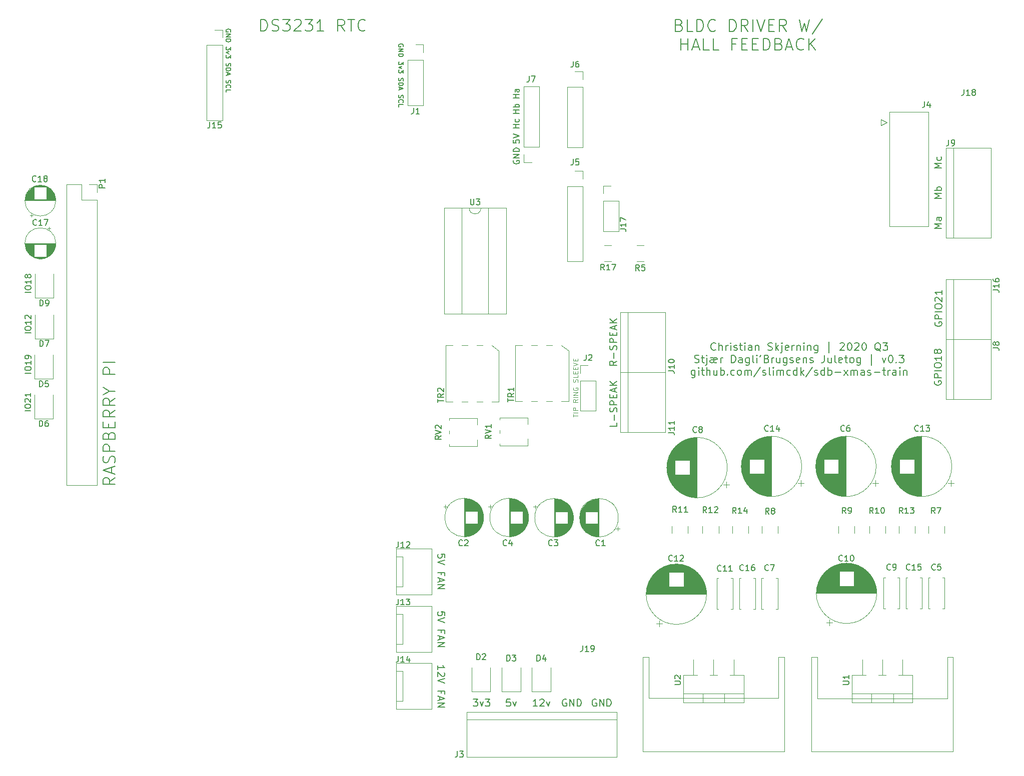
<source format=gto>
G04 #@! TF.GenerationSoftware,KiCad,Pcbnew,5.1.5+dfsg1-2build2*
G04 #@! TF.CreationDate,2020-11-12T16:29:49+01:00*
G04 #@! TF.ProjectId,motherboard,6d6f7468-6572-4626-9f61-72642e6b6963,v0.3*
G04 #@! TF.SameCoordinates,Original*
G04 #@! TF.FileFunction,Legend,Top*
G04 #@! TF.FilePolarity,Positive*
%FSLAX46Y46*%
G04 Gerber Fmt 4.6, Leading zero omitted, Abs format (unit mm)*
G04 Created by KiCad (PCBNEW 5.1.5+dfsg1-2build2) date 2020-11-12 16:29:49*
%MOMM*%
%LPD*%
G04 APERTURE LIST*
%ADD10C,0.150000*%
%ADD11C,0.200000*%
%ADD12C,0.100000*%
%ADD13C,0.120000*%
G04 APERTURE END LIST*
D10*
X26877380Y-92876190D02*
X25877380Y-92876190D01*
X25877380Y-92209523D02*
X25877380Y-92019047D01*
X25925000Y-91923809D01*
X26020238Y-91828571D01*
X26210714Y-91780952D01*
X26544047Y-91780952D01*
X26734523Y-91828571D01*
X26829761Y-91923809D01*
X26877380Y-92019047D01*
X26877380Y-92209523D01*
X26829761Y-92304761D01*
X26734523Y-92400000D01*
X26544047Y-92447619D01*
X26210714Y-92447619D01*
X26020238Y-92400000D01*
X25925000Y-92304761D01*
X25877380Y-92209523D01*
X25972619Y-91400000D02*
X25925000Y-91352380D01*
X25877380Y-91257142D01*
X25877380Y-91019047D01*
X25925000Y-90923809D01*
X25972619Y-90876190D01*
X26067857Y-90828571D01*
X26163095Y-90828571D01*
X26305952Y-90876190D01*
X26877380Y-91447619D01*
X26877380Y-90828571D01*
X26877380Y-89876190D02*
X26877380Y-90447619D01*
X26877380Y-90161904D02*
X25877380Y-90161904D01*
X26020238Y-90257142D01*
X26115476Y-90352380D01*
X26163095Y-90447619D01*
X89900000Y-31180952D02*
X89938095Y-31104761D01*
X89938095Y-30990476D01*
X89900000Y-30876190D01*
X89823809Y-30800000D01*
X89747619Y-30761904D01*
X89595238Y-30723809D01*
X89480952Y-30723809D01*
X89328571Y-30761904D01*
X89252380Y-30800000D01*
X89176190Y-30876190D01*
X89138095Y-30990476D01*
X89138095Y-31066666D01*
X89176190Y-31180952D01*
X89214285Y-31219047D01*
X89480952Y-31219047D01*
X89480952Y-31066666D01*
X89138095Y-31561904D02*
X89938095Y-31561904D01*
X89138095Y-32019047D01*
X89938095Y-32019047D01*
X89138095Y-32400000D02*
X89938095Y-32400000D01*
X89938095Y-32590476D01*
X89900000Y-32704761D01*
X89823809Y-32780952D01*
X89747619Y-32819047D01*
X89595238Y-32857142D01*
X89480952Y-32857142D01*
X89328571Y-32819047D01*
X89252380Y-32780952D01*
X89176190Y-32704761D01*
X89138095Y-32590476D01*
X89138095Y-32400000D01*
X89938095Y-33733333D02*
X89938095Y-34228571D01*
X89633333Y-33961904D01*
X89633333Y-34076190D01*
X89595238Y-34152380D01*
X89557142Y-34190476D01*
X89480952Y-34228571D01*
X89290476Y-34228571D01*
X89214285Y-34190476D01*
X89176190Y-34152380D01*
X89138095Y-34076190D01*
X89138095Y-33847619D01*
X89176190Y-33771428D01*
X89214285Y-33733333D01*
X89671428Y-34495238D02*
X89138095Y-34685714D01*
X89671428Y-34876190D01*
X89938095Y-35104761D02*
X89938095Y-35600000D01*
X89633333Y-35333333D01*
X89633333Y-35447619D01*
X89595238Y-35523809D01*
X89557142Y-35561904D01*
X89480952Y-35600000D01*
X89290476Y-35600000D01*
X89214285Y-35561904D01*
X89176190Y-35523809D01*
X89138095Y-35447619D01*
X89138095Y-35219047D01*
X89176190Y-35142857D01*
X89214285Y-35104761D01*
X89176190Y-36514285D02*
X89138095Y-36628571D01*
X89138095Y-36819047D01*
X89176190Y-36895238D01*
X89214285Y-36933333D01*
X89290476Y-36971428D01*
X89366666Y-36971428D01*
X89442857Y-36933333D01*
X89480952Y-36895238D01*
X89519047Y-36819047D01*
X89557142Y-36666666D01*
X89595238Y-36590476D01*
X89633333Y-36552380D01*
X89709523Y-36514285D01*
X89785714Y-36514285D01*
X89861904Y-36552380D01*
X89900000Y-36590476D01*
X89938095Y-36666666D01*
X89938095Y-36857142D01*
X89900000Y-36971428D01*
X89138095Y-37314285D02*
X89938095Y-37314285D01*
X89938095Y-37504761D01*
X89900000Y-37619047D01*
X89823809Y-37695238D01*
X89747619Y-37733333D01*
X89595238Y-37771428D01*
X89480952Y-37771428D01*
X89328571Y-37733333D01*
X89252380Y-37695238D01*
X89176190Y-37619047D01*
X89138095Y-37504761D01*
X89138095Y-37314285D01*
X89366666Y-38076190D02*
X89366666Y-38457142D01*
X89138095Y-38000000D02*
X89938095Y-38266666D01*
X89138095Y-38533333D01*
X89176190Y-39371428D02*
X89138095Y-39485714D01*
X89138095Y-39676190D01*
X89176190Y-39752380D01*
X89214285Y-39790476D01*
X89290476Y-39828571D01*
X89366666Y-39828571D01*
X89442857Y-39790476D01*
X89480952Y-39752380D01*
X89519047Y-39676190D01*
X89557142Y-39523809D01*
X89595238Y-39447619D01*
X89633333Y-39409523D01*
X89709523Y-39371428D01*
X89785714Y-39371428D01*
X89861904Y-39409523D01*
X89900000Y-39447619D01*
X89938095Y-39523809D01*
X89938095Y-39714285D01*
X89900000Y-39828571D01*
X89214285Y-40628571D02*
X89176190Y-40590476D01*
X89138095Y-40476190D01*
X89138095Y-40400000D01*
X89176190Y-40285714D01*
X89252380Y-40209523D01*
X89328571Y-40171428D01*
X89480952Y-40133333D01*
X89595238Y-40133333D01*
X89747619Y-40171428D01*
X89823809Y-40209523D01*
X89900000Y-40285714D01*
X89938095Y-40400000D01*
X89938095Y-40476190D01*
X89900000Y-40590476D01*
X89861904Y-40628571D01*
X89138095Y-41352380D02*
X89138095Y-40971428D01*
X89938095Y-40971428D01*
X142804761Y-82514285D02*
X142742857Y-82576190D01*
X142557142Y-82638095D01*
X142433333Y-82638095D01*
X142247619Y-82576190D01*
X142123809Y-82452380D01*
X142061904Y-82328571D01*
X142000000Y-82080952D01*
X142000000Y-81895238D01*
X142061904Y-81647619D01*
X142123809Y-81523809D01*
X142247619Y-81400000D01*
X142433333Y-81338095D01*
X142557142Y-81338095D01*
X142742857Y-81400000D01*
X142804761Y-81461904D01*
X143361904Y-82638095D02*
X143361904Y-81338095D01*
X143919047Y-82638095D02*
X143919047Y-81957142D01*
X143857142Y-81833333D01*
X143733333Y-81771428D01*
X143547619Y-81771428D01*
X143423809Y-81833333D01*
X143361904Y-81895238D01*
X144538095Y-82638095D02*
X144538095Y-81771428D01*
X144538095Y-82019047D02*
X144600000Y-81895238D01*
X144661904Y-81833333D01*
X144785714Y-81771428D01*
X144909523Y-81771428D01*
X145342857Y-82638095D02*
X145342857Y-81771428D01*
X145342857Y-81338095D02*
X145280952Y-81400000D01*
X145342857Y-81461904D01*
X145404761Y-81400000D01*
X145342857Y-81338095D01*
X145342857Y-81461904D01*
X145900000Y-82576190D02*
X146023809Y-82638095D01*
X146271428Y-82638095D01*
X146395238Y-82576190D01*
X146457142Y-82452380D01*
X146457142Y-82390476D01*
X146395238Y-82266666D01*
X146271428Y-82204761D01*
X146085714Y-82204761D01*
X145961904Y-82142857D01*
X145900000Y-82019047D01*
X145900000Y-81957142D01*
X145961904Y-81833333D01*
X146085714Y-81771428D01*
X146271428Y-81771428D01*
X146395238Y-81833333D01*
X146828571Y-81771428D02*
X147323809Y-81771428D01*
X147014285Y-81338095D02*
X147014285Y-82452380D01*
X147076190Y-82576190D01*
X147200000Y-82638095D01*
X147323809Y-82638095D01*
X147757142Y-82638095D02*
X147757142Y-81771428D01*
X147757142Y-81338095D02*
X147695238Y-81400000D01*
X147757142Y-81461904D01*
X147819047Y-81400000D01*
X147757142Y-81338095D01*
X147757142Y-81461904D01*
X148933333Y-82638095D02*
X148933333Y-81957142D01*
X148871428Y-81833333D01*
X148747619Y-81771428D01*
X148500000Y-81771428D01*
X148376190Y-81833333D01*
X148933333Y-82576190D02*
X148809523Y-82638095D01*
X148500000Y-82638095D01*
X148376190Y-82576190D01*
X148314285Y-82452380D01*
X148314285Y-82328571D01*
X148376190Y-82204761D01*
X148500000Y-82142857D01*
X148809523Y-82142857D01*
X148933333Y-82080952D01*
X149552380Y-81771428D02*
X149552380Y-82638095D01*
X149552380Y-81895238D02*
X149614285Y-81833333D01*
X149738095Y-81771428D01*
X149923809Y-81771428D01*
X150047619Y-81833333D01*
X150109523Y-81957142D01*
X150109523Y-82638095D01*
X151657142Y-82576190D02*
X151842857Y-82638095D01*
X152152380Y-82638095D01*
X152276190Y-82576190D01*
X152338095Y-82514285D01*
X152400000Y-82390476D01*
X152400000Y-82266666D01*
X152338095Y-82142857D01*
X152276190Y-82080952D01*
X152152380Y-82019047D01*
X151904761Y-81957142D01*
X151780952Y-81895238D01*
X151719047Y-81833333D01*
X151657142Y-81709523D01*
X151657142Y-81585714D01*
X151719047Y-81461904D01*
X151780952Y-81400000D01*
X151904761Y-81338095D01*
X152214285Y-81338095D01*
X152400000Y-81400000D01*
X152957142Y-82638095D02*
X152957142Y-81338095D01*
X153080952Y-82142857D02*
X153452380Y-82638095D01*
X153452380Y-81771428D02*
X152957142Y-82266666D01*
X154009523Y-81771428D02*
X154009523Y-82885714D01*
X153947619Y-83009523D01*
X153823809Y-83071428D01*
X153761904Y-83071428D01*
X154009523Y-81338095D02*
X153947619Y-81400000D01*
X154009523Y-81461904D01*
X154071428Y-81400000D01*
X154009523Y-81338095D01*
X154009523Y-81461904D01*
X155123809Y-82576190D02*
X155000000Y-82638095D01*
X154752380Y-82638095D01*
X154628571Y-82576190D01*
X154566666Y-82452380D01*
X154566666Y-81957142D01*
X154628571Y-81833333D01*
X154752380Y-81771428D01*
X155000000Y-81771428D01*
X155123809Y-81833333D01*
X155185714Y-81957142D01*
X155185714Y-82080952D01*
X154566666Y-82204761D01*
X155742857Y-82638095D02*
X155742857Y-81771428D01*
X155742857Y-82019047D02*
X155804761Y-81895238D01*
X155866666Y-81833333D01*
X155990476Y-81771428D01*
X156114285Y-81771428D01*
X156547619Y-81771428D02*
X156547619Y-82638095D01*
X156547619Y-81895238D02*
X156609523Y-81833333D01*
X156733333Y-81771428D01*
X156919047Y-81771428D01*
X157042857Y-81833333D01*
X157104761Y-81957142D01*
X157104761Y-82638095D01*
X157723809Y-82638095D02*
X157723809Y-81771428D01*
X157723809Y-81338095D02*
X157661904Y-81400000D01*
X157723809Y-81461904D01*
X157785714Y-81400000D01*
X157723809Y-81338095D01*
X157723809Y-81461904D01*
X158342857Y-81771428D02*
X158342857Y-82638095D01*
X158342857Y-81895238D02*
X158404761Y-81833333D01*
X158528571Y-81771428D01*
X158714285Y-81771428D01*
X158838095Y-81833333D01*
X158900000Y-81957142D01*
X158900000Y-82638095D01*
X160076190Y-81771428D02*
X160076190Y-82823809D01*
X160014285Y-82947619D01*
X159952380Y-83009523D01*
X159828571Y-83071428D01*
X159642857Y-83071428D01*
X159519047Y-83009523D01*
X160076190Y-82576190D02*
X159952380Y-82638095D01*
X159704761Y-82638095D01*
X159580952Y-82576190D01*
X159519047Y-82514285D01*
X159457142Y-82390476D01*
X159457142Y-82019047D01*
X159519047Y-81895238D01*
X159580952Y-81833333D01*
X159704761Y-81771428D01*
X159952380Y-81771428D01*
X160076190Y-81833333D01*
X161995238Y-83071428D02*
X161995238Y-81214285D01*
X163852380Y-81461904D02*
X163914285Y-81400000D01*
X164038095Y-81338095D01*
X164347619Y-81338095D01*
X164471428Y-81400000D01*
X164533333Y-81461904D01*
X164595238Y-81585714D01*
X164595238Y-81709523D01*
X164533333Y-81895238D01*
X163790476Y-82638095D01*
X164595238Y-82638095D01*
X165400000Y-81338095D02*
X165523809Y-81338095D01*
X165647619Y-81400000D01*
X165709523Y-81461904D01*
X165771428Y-81585714D01*
X165833333Y-81833333D01*
X165833333Y-82142857D01*
X165771428Y-82390476D01*
X165709523Y-82514285D01*
X165647619Y-82576190D01*
X165523809Y-82638095D01*
X165400000Y-82638095D01*
X165276190Y-82576190D01*
X165214285Y-82514285D01*
X165152380Y-82390476D01*
X165090476Y-82142857D01*
X165090476Y-81833333D01*
X165152380Y-81585714D01*
X165214285Y-81461904D01*
X165276190Y-81400000D01*
X165400000Y-81338095D01*
X166328571Y-81461904D02*
X166390476Y-81400000D01*
X166514285Y-81338095D01*
X166823809Y-81338095D01*
X166947619Y-81400000D01*
X167009523Y-81461904D01*
X167071428Y-81585714D01*
X167071428Y-81709523D01*
X167009523Y-81895238D01*
X166266666Y-82638095D01*
X167071428Y-82638095D01*
X167876190Y-81338095D02*
X168000000Y-81338095D01*
X168123809Y-81400000D01*
X168185714Y-81461904D01*
X168247619Y-81585714D01*
X168309523Y-81833333D01*
X168309523Y-82142857D01*
X168247619Y-82390476D01*
X168185714Y-82514285D01*
X168123809Y-82576190D01*
X168000000Y-82638095D01*
X167876190Y-82638095D01*
X167752380Y-82576190D01*
X167690476Y-82514285D01*
X167628571Y-82390476D01*
X167566666Y-82142857D01*
X167566666Y-81833333D01*
X167628571Y-81585714D01*
X167690476Y-81461904D01*
X167752380Y-81400000D01*
X167876190Y-81338095D01*
X170723809Y-82761904D02*
X170600000Y-82700000D01*
X170476190Y-82576190D01*
X170290476Y-82390476D01*
X170166666Y-82328571D01*
X170042857Y-82328571D01*
X170104761Y-82638095D02*
X169980952Y-82576190D01*
X169857142Y-82452380D01*
X169795238Y-82204761D01*
X169795238Y-81771428D01*
X169857142Y-81523809D01*
X169980952Y-81400000D01*
X170104761Y-81338095D01*
X170352380Y-81338095D01*
X170476190Y-81400000D01*
X170600000Y-81523809D01*
X170661904Y-81771428D01*
X170661904Y-82204761D01*
X170600000Y-82452380D01*
X170476190Y-82576190D01*
X170352380Y-82638095D01*
X170104761Y-82638095D01*
X171095238Y-81338095D02*
X171900000Y-81338095D01*
X171466666Y-81833333D01*
X171652380Y-81833333D01*
X171776190Y-81895238D01*
X171838095Y-81957142D01*
X171900000Y-82080952D01*
X171900000Y-82390476D01*
X171838095Y-82514285D01*
X171776190Y-82576190D01*
X171652380Y-82638095D01*
X171280952Y-82638095D01*
X171157142Y-82576190D01*
X171095238Y-82514285D01*
X139245238Y-84676190D02*
X139430952Y-84738095D01*
X139740476Y-84738095D01*
X139864285Y-84676190D01*
X139926190Y-84614285D01*
X139988095Y-84490476D01*
X139988095Y-84366666D01*
X139926190Y-84242857D01*
X139864285Y-84180952D01*
X139740476Y-84119047D01*
X139492857Y-84057142D01*
X139369047Y-83995238D01*
X139307142Y-83933333D01*
X139245238Y-83809523D01*
X139245238Y-83685714D01*
X139307142Y-83561904D01*
X139369047Y-83500000D01*
X139492857Y-83438095D01*
X139802380Y-83438095D01*
X139988095Y-83500000D01*
X140359523Y-83871428D02*
X140854761Y-83871428D01*
X140545238Y-83438095D02*
X140545238Y-84552380D01*
X140607142Y-84676190D01*
X140730952Y-84738095D01*
X140854761Y-84738095D01*
X141288095Y-83871428D02*
X141288095Y-84985714D01*
X141226190Y-85109523D01*
X141102380Y-85171428D01*
X141040476Y-85171428D01*
X141288095Y-83438095D02*
X141226190Y-83500000D01*
X141288095Y-83561904D01*
X141350000Y-83500000D01*
X141288095Y-83438095D01*
X141288095Y-83561904D01*
X141907142Y-83933333D02*
X142030952Y-83871428D01*
X142278571Y-83871428D01*
X142402380Y-83933333D01*
X142464285Y-84057142D01*
X143021428Y-84676190D02*
X142897619Y-84738095D01*
X142650000Y-84738095D01*
X142526190Y-84676190D01*
X142464285Y-84552380D01*
X142464285Y-84057142D01*
X142526190Y-83933333D01*
X142650000Y-83871428D01*
X142897619Y-83871428D01*
X143021428Y-83933333D01*
X143083333Y-84057142D01*
X143083333Y-84180952D01*
X142464285Y-84242857D01*
X142030952Y-84242857D01*
X141907142Y-84304761D01*
X141845238Y-84428571D01*
X141845238Y-84552380D01*
X141907142Y-84676190D01*
X142030952Y-84738095D01*
X142278571Y-84738095D01*
X142402380Y-84676190D01*
X142464285Y-84552380D01*
X143640476Y-84738095D02*
X143640476Y-83871428D01*
X143640476Y-84119047D02*
X143702380Y-83995238D01*
X143764285Y-83933333D01*
X143888095Y-83871428D01*
X144011904Y-83871428D01*
X145435714Y-84738095D02*
X145435714Y-83438095D01*
X145745238Y-83438095D01*
X145930952Y-83500000D01*
X146054761Y-83623809D01*
X146116666Y-83747619D01*
X146178571Y-83995238D01*
X146178571Y-84180952D01*
X146116666Y-84428571D01*
X146054761Y-84552380D01*
X145930952Y-84676190D01*
X145745238Y-84738095D01*
X145435714Y-84738095D01*
X147292857Y-84738095D02*
X147292857Y-84057142D01*
X147230952Y-83933333D01*
X147107142Y-83871428D01*
X146859523Y-83871428D01*
X146735714Y-83933333D01*
X147292857Y-84676190D02*
X147169047Y-84738095D01*
X146859523Y-84738095D01*
X146735714Y-84676190D01*
X146673809Y-84552380D01*
X146673809Y-84428571D01*
X146735714Y-84304761D01*
X146859523Y-84242857D01*
X147169047Y-84242857D01*
X147292857Y-84180952D01*
X148469047Y-83871428D02*
X148469047Y-84923809D01*
X148407142Y-85047619D01*
X148345238Y-85109523D01*
X148221428Y-85171428D01*
X148035714Y-85171428D01*
X147911904Y-85109523D01*
X148469047Y-84676190D02*
X148345238Y-84738095D01*
X148097619Y-84738095D01*
X147973809Y-84676190D01*
X147911904Y-84614285D01*
X147850000Y-84490476D01*
X147850000Y-84119047D01*
X147911904Y-83995238D01*
X147973809Y-83933333D01*
X148097619Y-83871428D01*
X148345238Y-83871428D01*
X148469047Y-83933333D01*
X149273809Y-84738095D02*
X149150000Y-84676190D01*
X149088095Y-84552380D01*
X149088095Y-83438095D01*
X149769047Y-84738095D02*
X149769047Y-83871428D01*
X149769047Y-83438095D02*
X149707142Y-83500000D01*
X149769047Y-83561904D01*
X149830952Y-83500000D01*
X149769047Y-83438095D01*
X149769047Y-83561904D01*
X150450000Y-83438095D02*
X150326190Y-83685714D01*
X151440476Y-84057142D02*
X151626190Y-84119047D01*
X151688095Y-84180952D01*
X151750000Y-84304761D01*
X151750000Y-84490476D01*
X151688095Y-84614285D01*
X151626190Y-84676190D01*
X151502380Y-84738095D01*
X151007142Y-84738095D01*
X151007142Y-83438095D01*
X151440476Y-83438095D01*
X151564285Y-83500000D01*
X151626190Y-83561904D01*
X151688095Y-83685714D01*
X151688095Y-83809523D01*
X151626190Y-83933333D01*
X151564285Y-83995238D01*
X151440476Y-84057142D01*
X151007142Y-84057142D01*
X152307142Y-84738095D02*
X152307142Y-83871428D01*
X152307142Y-84119047D02*
X152369047Y-83995238D01*
X152430952Y-83933333D01*
X152554761Y-83871428D01*
X152678571Y-83871428D01*
X153669047Y-83871428D02*
X153669047Y-84738095D01*
X153111904Y-83871428D02*
X153111904Y-84552380D01*
X153173809Y-84676190D01*
X153297619Y-84738095D01*
X153483333Y-84738095D01*
X153607142Y-84676190D01*
X153669047Y-84614285D01*
X154845238Y-83871428D02*
X154845238Y-84923809D01*
X154783333Y-85047619D01*
X154721428Y-85109523D01*
X154597619Y-85171428D01*
X154411904Y-85171428D01*
X154288095Y-85109523D01*
X154845238Y-84676190D02*
X154721428Y-84738095D01*
X154473809Y-84738095D01*
X154350000Y-84676190D01*
X154288095Y-84614285D01*
X154226190Y-84490476D01*
X154226190Y-84119047D01*
X154288095Y-83995238D01*
X154350000Y-83933333D01*
X154473809Y-83871428D01*
X154721428Y-83871428D01*
X154845238Y-83933333D01*
X155402380Y-84676190D02*
X155526190Y-84738095D01*
X155773809Y-84738095D01*
X155897619Y-84676190D01*
X155959523Y-84552380D01*
X155959523Y-84490476D01*
X155897619Y-84366666D01*
X155773809Y-84304761D01*
X155588095Y-84304761D01*
X155464285Y-84242857D01*
X155402380Y-84119047D01*
X155402380Y-84057142D01*
X155464285Y-83933333D01*
X155588095Y-83871428D01*
X155773809Y-83871428D01*
X155897619Y-83933333D01*
X157011904Y-84676190D02*
X156888095Y-84738095D01*
X156640476Y-84738095D01*
X156516666Y-84676190D01*
X156454761Y-84552380D01*
X156454761Y-84057142D01*
X156516666Y-83933333D01*
X156640476Y-83871428D01*
X156888095Y-83871428D01*
X157011904Y-83933333D01*
X157073809Y-84057142D01*
X157073809Y-84180952D01*
X156454761Y-84304761D01*
X157630952Y-83871428D02*
X157630952Y-84738095D01*
X157630952Y-83995238D02*
X157692857Y-83933333D01*
X157816666Y-83871428D01*
X158002380Y-83871428D01*
X158126190Y-83933333D01*
X158188095Y-84057142D01*
X158188095Y-84738095D01*
X158745238Y-84676190D02*
X158869047Y-84738095D01*
X159116666Y-84738095D01*
X159240476Y-84676190D01*
X159302380Y-84552380D01*
X159302380Y-84490476D01*
X159240476Y-84366666D01*
X159116666Y-84304761D01*
X158930952Y-84304761D01*
X158807142Y-84242857D01*
X158745238Y-84119047D01*
X158745238Y-84057142D01*
X158807142Y-83933333D01*
X158930952Y-83871428D01*
X159116666Y-83871428D01*
X159240476Y-83933333D01*
X161221428Y-83438095D02*
X161221428Y-84366666D01*
X161159523Y-84552380D01*
X161035714Y-84676190D01*
X160850000Y-84738095D01*
X160726190Y-84738095D01*
X162397619Y-83871428D02*
X162397619Y-84738095D01*
X161840476Y-83871428D02*
X161840476Y-84552380D01*
X161902380Y-84676190D01*
X162026190Y-84738095D01*
X162211904Y-84738095D01*
X162335714Y-84676190D01*
X162397619Y-84614285D01*
X163202380Y-84738095D02*
X163078571Y-84676190D01*
X163016666Y-84552380D01*
X163016666Y-83438095D01*
X164192857Y-84676190D02*
X164069047Y-84738095D01*
X163821428Y-84738095D01*
X163697619Y-84676190D01*
X163635714Y-84552380D01*
X163635714Y-84057142D01*
X163697619Y-83933333D01*
X163821428Y-83871428D01*
X164069047Y-83871428D01*
X164192857Y-83933333D01*
X164254761Y-84057142D01*
X164254761Y-84180952D01*
X163635714Y-84304761D01*
X164626190Y-83871428D02*
X165121428Y-83871428D01*
X164811904Y-83438095D02*
X164811904Y-84552380D01*
X164873809Y-84676190D01*
X164997619Y-84738095D01*
X165121428Y-84738095D01*
X165740476Y-84738095D02*
X165616666Y-84676190D01*
X165554761Y-84614285D01*
X165492857Y-84490476D01*
X165492857Y-84119047D01*
X165554761Y-83995238D01*
X165616666Y-83933333D01*
X165740476Y-83871428D01*
X165926190Y-83871428D01*
X166050000Y-83933333D01*
X166111904Y-83995238D01*
X166173809Y-84119047D01*
X166173809Y-84490476D01*
X166111904Y-84614285D01*
X166050000Y-84676190D01*
X165926190Y-84738095D01*
X165740476Y-84738095D01*
X167288095Y-83871428D02*
X167288095Y-84923809D01*
X167226190Y-85047619D01*
X167164285Y-85109523D01*
X167040476Y-85171428D01*
X166854761Y-85171428D01*
X166730952Y-85109523D01*
X167288095Y-84676190D02*
X167164285Y-84738095D01*
X166916666Y-84738095D01*
X166792857Y-84676190D01*
X166730952Y-84614285D01*
X166669047Y-84490476D01*
X166669047Y-84119047D01*
X166730952Y-83995238D01*
X166792857Y-83933333D01*
X166916666Y-83871428D01*
X167164285Y-83871428D01*
X167288095Y-83933333D01*
X169207142Y-85171428D02*
X169207142Y-83314285D01*
X171002380Y-83871428D02*
X171311904Y-84738095D01*
X171621428Y-83871428D01*
X172364285Y-83438095D02*
X172488095Y-83438095D01*
X172611904Y-83500000D01*
X172673809Y-83561904D01*
X172735714Y-83685714D01*
X172797619Y-83933333D01*
X172797619Y-84242857D01*
X172735714Y-84490476D01*
X172673809Y-84614285D01*
X172611904Y-84676190D01*
X172488095Y-84738095D01*
X172364285Y-84738095D01*
X172240476Y-84676190D01*
X172178571Y-84614285D01*
X172116666Y-84490476D01*
X172054761Y-84242857D01*
X172054761Y-83933333D01*
X172116666Y-83685714D01*
X172178571Y-83561904D01*
X172240476Y-83500000D01*
X172364285Y-83438095D01*
X173354761Y-84614285D02*
X173416666Y-84676190D01*
X173354761Y-84738095D01*
X173292857Y-84676190D01*
X173354761Y-84614285D01*
X173354761Y-84738095D01*
X173850000Y-83438095D02*
X174654761Y-83438095D01*
X174221428Y-83933333D01*
X174407142Y-83933333D01*
X174530952Y-83995238D01*
X174592857Y-84057142D01*
X174654761Y-84180952D01*
X174654761Y-84490476D01*
X174592857Y-84614285D01*
X174530952Y-84676190D01*
X174407142Y-84738095D01*
X174035714Y-84738095D01*
X173911904Y-84676190D01*
X173850000Y-84614285D01*
X139307142Y-85971428D02*
X139307142Y-87023809D01*
X139245238Y-87147619D01*
X139183333Y-87209523D01*
X139059523Y-87271428D01*
X138873809Y-87271428D01*
X138750000Y-87209523D01*
X139307142Y-86776190D02*
X139183333Y-86838095D01*
X138935714Y-86838095D01*
X138811904Y-86776190D01*
X138750000Y-86714285D01*
X138688095Y-86590476D01*
X138688095Y-86219047D01*
X138750000Y-86095238D01*
X138811904Y-86033333D01*
X138935714Y-85971428D01*
X139183333Y-85971428D01*
X139307142Y-86033333D01*
X139926190Y-86838095D02*
X139926190Y-85971428D01*
X139926190Y-85538095D02*
X139864285Y-85600000D01*
X139926190Y-85661904D01*
X139988095Y-85600000D01*
X139926190Y-85538095D01*
X139926190Y-85661904D01*
X140359523Y-85971428D02*
X140854761Y-85971428D01*
X140545238Y-85538095D02*
X140545238Y-86652380D01*
X140607142Y-86776190D01*
X140730952Y-86838095D01*
X140854761Y-86838095D01*
X141288095Y-86838095D02*
X141288095Y-85538095D01*
X141845238Y-86838095D02*
X141845238Y-86157142D01*
X141783333Y-86033333D01*
X141659523Y-85971428D01*
X141473809Y-85971428D01*
X141350000Y-86033333D01*
X141288095Y-86095238D01*
X143021428Y-85971428D02*
X143021428Y-86838095D01*
X142464285Y-85971428D02*
X142464285Y-86652380D01*
X142526190Y-86776190D01*
X142650000Y-86838095D01*
X142835714Y-86838095D01*
X142959523Y-86776190D01*
X143021428Y-86714285D01*
X143640476Y-86838095D02*
X143640476Y-85538095D01*
X143640476Y-86033333D02*
X143764285Y-85971428D01*
X144011904Y-85971428D01*
X144135714Y-86033333D01*
X144197619Y-86095238D01*
X144259523Y-86219047D01*
X144259523Y-86590476D01*
X144197619Y-86714285D01*
X144135714Y-86776190D01*
X144011904Y-86838095D01*
X143764285Y-86838095D01*
X143640476Y-86776190D01*
X144816666Y-86714285D02*
X144878571Y-86776190D01*
X144816666Y-86838095D01*
X144754761Y-86776190D01*
X144816666Y-86714285D01*
X144816666Y-86838095D01*
X145992857Y-86776190D02*
X145869047Y-86838095D01*
X145621428Y-86838095D01*
X145497619Y-86776190D01*
X145435714Y-86714285D01*
X145373809Y-86590476D01*
X145373809Y-86219047D01*
X145435714Y-86095238D01*
X145497619Y-86033333D01*
X145621428Y-85971428D01*
X145869047Y-85971428D01*
X145992857Y-86033333D01*
X146735714Y-86838095D02*
X146611904Y-86776190D01*
X146550000Y-86714285D01*
X146488095Y-86590476D01*
X146488095Y-86219047D01*
X146550000Y-86095238D01*
X146611904Y-86033333D01*
X146735714Y-85971428D01*
X146921428Y-85971428D01*
X147045238Y-86033333D01*
X147107142Y-86095238D01*
X147169047Y-86219047D01*
X147169047Y-86590476D01*
X147107142Y-86714285D01*
X147045238Y-86776190D01*
X146921428Y-86838095D01*
X146735714Y-86838095D01*
X147726190Y-86838095D02*
X147726190Y-85971428D01*
X147726190Y-86095238D02*
X147788095Y-86033333D01*
X147911904Y-85971428D01*
X148097619Y-85971428D01*
X148221428Y-86033333D01*
X148283333Y-86157142D01*
X148283333Y-86838095D01*
X148283333Y-86157142D02*
X148345238Y-86033333D01*
X148469047Y-85971428D01*
X148654761Y-85971428D01*
X148778571Y-86033333D01*
X148840476Y-86157142D01*
X148840476Y-86838095D01*
X150388095Y-85476190D02*
X149273809Y-87147619D01*
X150759523Y-86776190D02*
X150883333Y-86838095D01*
X151130952Y-86838095D01*
X151254761Y-86776190D01*
X151316666Y-86652380D01*
X151316666Y-86590476D01*
X151254761Y-86466666D01*
X151130952Y-86404761D01*
X150945238Y-86404761D01*
X150821428Y-86342857D01*
X150759523Y-86219047D01*
X150759523Y-86157142D01*
X150821428Y-86033333D01*
X150945238Y-85971428D01*
X151130952Y-85971428D01*
X151254761Y-86033333D01*
X152059523Y-86838095D02*
X151935714Y-86776190D01*
X151873809Y-86652380D01*
X151873809Y-85538095D01*
X152554761Y-86838095D02*
X152554761Y-85971428D01*
X152554761Y-85538095D02*
X152492857Y-85600000D01*
X152554761Y-85661904D01*
X152616666Y-85600000D01*
X152554761Y-85538095D01*
X152554761Y-85661904D01*
X153173809Y-86838095D02*
X153173809Y-85971428D01*
X153173809Y-86095238D02*
X153235714Y-86033333D01*
X153359523Y-85971428D01*
X153545238Y-85971428D01*
X153669047Y-86033333D01*
X153730952Y-86157142D01*
X153730952Y-86838095D01*
X153730952Y-86157142D02*
X153792857Y-86033333D01*
X153916666Y-85971428D01*
X154102380Y-85971428D01*
X154226190Y-86033333D01*
X154288095Y-86157142D01*
X154288095Y-86838095D01*
X155464285Y-86776190D02*
X155340476Y-86838095D01*
X155092857Y-86838095D01*
X154969047Y-86776190D01*
X154907142Y-86714285D01*
X154845238Y-86590476D01*
X154845238Y-86219047D01*
X154907142Y-86095238D01*
X154969047Y-86033333D01*
X155092857Y-85971428D01*
X155340476Y-85971428D01*
X155464285Y-86033333D01*
X156578571Y-86838095D02*
X156578571Y-85538095D01*
X156578571Y-86776190D02*
X156454761Y-86838095D01*
X156207142Y-86838095D01*
X156083333Y-86776190D01*
X156021428Y-86714285D01*
X155959523Y-86590476D01*
X155959523Y-86219047D01*
X156021428Y-86095238D01*
X156083333Y-86033333D01*
X156207142Y-85971428D01*
X156454761Y-85971428D01*
X156578571Y-86033333D01*
X157197619Y-86838095D02*
X157197619Y-85538095D01*
X157321428Y-86342857D02*
X157692857Y-86838095D01*
X157692857Y-85971428D02*
X157197619Y-86466666D01*
X159178571Y-85476190D02*
X158064285Y-87147619D01*
X159550000Y-86776190D02*
X159673809Y-86838095D01*
X159921428Y-86838095D01*
X160045238Y-86776190D01*
X160107142Y-86652380D01*
X160107142Y-86590476D01*
X160045238Y-86466666D01*
X159921428Y-86404761D01*
X159735714Y-86404761D01*
X159611904Y-86342857D01*
X159550000Y-86219047D01*
X159550000Y-86157142D01*
X159611904Y-86033333D01*
X159735714Y-85971428D01*
X159921428Y-85971428D01*
X160045238Y-86033333D01*
X161221428Y-86838095D02*
X161221428Y-85538095D01*
X161221428Y-86776190D02*
X161097619Y-86838095D01*
X160850000Y-86838095D01*
X160726190Y-86776190D01*
X160664285Y-86714285D01*
X160602380Y-86590476D01*
X160602380Y-86219047D01*
X160664285Y-86095238D01*
X160726190Y-86033333D01*
X160850000Y-85971428D01*
X161097619Y-85971428D01*
X161221428Y-86033333D01*
X161840476Y-86838095D02*
X161840476Y-85538095D01*
X161840476Y-86033333D02*
X161964285Y-85971428D01*
X162211904Y-85971428D01*
X162335714Y-86033333D01*
X162397619Y-86095238D01*
X162459523Y-86219047D01*
X162459523Y-86590476D01*
X162397619Y-86714285D01*
X162335714Y-86776190D01*
X162211904Y-86838095D01*
X161964285Y-86838095D01*
X161840476Y-86776190D01*
X163016666Y-86342857D02*
X164007142Y-86342857D01*
X164502380Y-86838095D02*
X165183333Y-85971428D01*
X164502380Y-85971428D02*
X165183333Y-86838095D01*
X165678571Y-86838095D02*
X165678571Y-85971428D01*
X165678571Y-86095238D02*
X165740476Y-86033333D01*
X165864285Y-85971428D01*
X166050000Y-85971428D01*
X166173809Y-86033333D01*
X166235714Y-86157142D01*
X166235714Y-86838095D01*
X166235714Y-86157142D02*
X166297619Y-86033333D01*
X166421428Y-85971428D01*
X166607142Y-85971428D01*
X166730952Y-86033333D01*
X166792857Y-86157142D01*
X166792857Y-86838095D01*
X167969047Y-86838095D02*
X167969047Y-86157142D01*
X167907142Y-86033333D01*
X167783333Y-85971428D01*
X167535714Y-85971428D01*
X167411904Y-86033333D01*
X167969047Y-86776190D02*
X167845238Y-86838095D01*
X167535714Y-86838095D01*
X167411904Y-86776190D01*
X167350000Y-86652380D01*
X167350000Y-86528571D01*
X167411904Y-86404761D01*
X167535714Y-86342857D01*
X167845238Y-86342857D01*
X167969047Y-86280952D01*
X168526190Y-86776190D02*
X168650000Y-86838095D01*
X168897619Y-86838095D01*
X169021428Y-86776190D01*
X169083333Y-86652380D01*
X169083333Y-86590476D01*
X169021428Y-86466666D01*
X168897619Y-86404761D01*
X168711904Y-86404761D01*
X168588095Y-86342857D01*
X168526190Y-86219047D01*
X168526190Y-86157142D01*
X168588095Y-86033333D01*
X168711904Y-85971428D01*
X168897619Y-85971428D01*
X169021428Y-86033333D01*
X169640476Y-86342857D02*
X170630952Y-86342857D01*
X171064285Y-85971428D02*
X171559523Y-85971428D01*
X171250000Y-85538095D02*
X171250000Y-86652380D01*
X171311904Y-86776190D01*
X171435714Y-86838095D01*
X171559523Y-86838095D01*
X171992857Y-86838095D02*
X171992857Y-85971428D01*
X171992857Y-86219047D02*
X172054761Y-86095238D01*
X172116666Y-86033333D01*
X172240476Y-85971428D01*
X172364285Y-85971428D01*
X173354761Y-86838095D02*
X173354761Y-86157142D01*
X173292857Y-86033333D01*
X173169047Y-85971428D01*
X172921428Y-85971428D01*
X172797619Y-86033333D01*
X173354761Y-86776190D02*
X173230952Y-86838095D01*
X172921428Y-86838095D01*
X172797619Y-86776190D01*
X172735714Y-86652380D01*
X172735714Y-86528571D01*
X172797619Y-86404761D01*
X172921428Y-86342857D01*
X173230952Y-86342857D01*
X173354761Y-86280952D01*
X173973809Y-86838095D02*
X173973809Y-85971428D01*
X173973809Y-85538095D02*
X173911904Y-85600000D01*
X173973809Y-85661904D01*
X174035714Y-85600000D01*
X173973809Y-85538095D01*
X173973809Y-85661904D01*
X174592857Y-85971428D02*
X174592857Y-86838095D01*
X174592857Y-86095238D02*
X174654761Y-86033333D01*
X174778571Y-85971428D01*
X174964285Y-85971428D01*
X175088095Y-86033333D01*
X175150000Y-86157142D01*
X175150000Y-86838095D01*
X109527380Y-44939285D02*
X108527380Y-44939285D01*
X109003571Y-44939285D02*
X109003571Y-44367857D01*
X109527380Y-44367857D02*
X108527380Y-44367857D01*
X109479761Y-43463095D02*
X109527380Y-43558333D01*
X109527380Y-43748809D01*
X109479761Y-43844047D01*
X109432142Y-43891666D01*
X109336904Y-43939285D01*
X109051190Y-43939285D01*
X108955952Y-43891666D01*
X108908333Y-43844047D01*
X108860714Y-43748809D01*
X108860714Y-43558333D01*
X108908333Y-43463095D01*
X26902380Y-86476190D02*
X25902380Y-86476190D01*
X25902380Y-85809523D02*
X25902380Y-85619047D01*
X25950000Y-85523809D01*
X26045238Y-85428571D01*
X26235714Y-85380952D01*
X26569047Y-85380952D01*
X26759523Y-85428571D01*
X26854761Y-85523809D01*
X26902380Y-85619047D01*
X26902380Y-85809523D01*
X26854761Y-85904761D01*
X26759523Y-86000000D01*
X26569047Y-86047619D01*
X26235714Y-86047619D01*
X26045238Y-86000000D01*
X25950000Y-85904761D01*
X25902380Y-85809523D01*
X26902380Y-84428571D02*
X26902380Y-85000000D01*
X26902380Y-84714285D02*
X25902380Y-84714285D01*
X26045238Y-84809523D01*
X26140476Y-84904761D01*
X26188095Y-85000000D01*
X26902380Y-83952380D02*
X26902380Y-83761904D01*
X26854761Y-83666666D01*
X26807142Y-83619047D01*
X26664285Y-83523809D01*
X26473809Y-83476190D01*
X26092857Y-83476190D01*
X25997619Y-83523809D01*
X25950000Y-83571428D01*
X25902380Y-83666666D01*
X25902380Y-83857142D01*
X25950000Y-83952380D01*
X25997619Y-84000000D01*
X26092857Y-84047619D01*
X26330952Y-84047619D01*
X26426190Y-84000000D01*
X26473809Y-83952380D01*
X26521428Y-83857142D01*
X26521428Y-83666666D01*
X26473809Y-83571428D01*
X26426190Y-83523809D01*
X26330952Y-83476190D01*
X26902380Y-79676190D02*
X25902380Y-79676190D01*
X25902380Y-79009523D02*
X25902380Y-78819047D01*
X25950000Y-78723809D01*
X26045238Y-78628571D01*
X26235714Y-78580952D01*
X26569047Y-78580952D01*
X26759523Y-78628571D01*
X26854761Y-78723809D01*
X26902380Y-78819047D01*
X26902380Y-79009523D01*
X26854761Y-79104761D01*
X26759523Y-79200000D01*
X26569047Y-79247619D01*
X26235714Y-79247619D01*
X26045238Y-79200000D01*
X25950000Y-79104761D01*
X25902380Y-79009523D01*
X26902380Y-77628571D02*
X26902380Y-78200000D01*
X26902380Y-77914285D02*
X25902380Y-77914285D01*
X26045238Y-78009523D01*
X26140476Y-78104761D01*
X26188095Y-78200000D01*
X25997619Y-77247619D02*
X25950000Y-77200000D01*
X25902380Y-77104761D01*
X25902380Y-76866666D01*
X25950000Y-76771428D01*
X25997619Y-76723809D01*
X26092857Y-76676190D01*
X26188095Y-76676190D01*
X26330952Y-76723809D01*
X26902380Y-77295238D01*
X26902380Y-76676190D01*
X26927380Y-72776190D02*
X25927380Y-72776190D01*
X25927380Y-72109523D02*
X25927380Y-71919047D01*
X25975000Y-71823809D01*
X26070238Y-71728571D01*
X26260714Y-71680952D01*
X26594047Y-71680952D01*
X26784523Y-71728571D01*
X26879761Y-71823809D01*
X26927380Y-71919047D01*
X26927380Y-72109523D01*
X26879761Y-72204761D01*
X26784523Y-72300000D01*
X26594047Y-72347619D01*
X26260714Y-72347619D01*
X26070238Y-72300000D01*
X25975000Y-72204761D01*
X25927380Y-72109523D01*
X26927380Y-70728571D02*
X26927380Y-71300000D01*
X26927380Y-71014285D02*
X25927380Y-71014285D01*
X26070238Y-71109523D01*
X26165476Y-71204761D01*
X26213095Y-71300000D01*
X26355952Y-70157142D02*
X26308333Y-70252380D01*
X26260714Y-70300000D01*
X26165476Y-70347619D01*
X26117857Y-70347619D01*
X26022619Y-70300000D01*
X25975000Y-70252380D01*
X25927380Y-70157142D01*
X25927380Y-69966666D01*
X25975000Y-69871428D01*
X26022619Y-69823809D01*
X26117857Y-69776190D01*
X26165476Y-69776190D01*
X26260714Y-69823809D01*
X26308333Y-69871428D01*
X26355952Y-69966666D01*
X26355952Y-70157142D01*
X26403571Y-70252380D01*
X26451190Y-70300000D01*
X26546428Y-70347619D01*
X26736904Y-70347619D01*
X26832142Y-70300000D01*
X26879761Y-70252380D01*
X26927380Y-70157142D01*
X26927380Y-69966666D01*
X26879761Y-69871428D01*
X26832142Y-69823809D01*
X26736904Y-69776190D01*
X26546428Y-69776190D01*
X26451190Y-69823809D01*
X26403571Y-69871428D01*
X26355952Y-69966666D01*
D11*
X179850000Y-87842857D02*
X179792857Y-87957142D01*
X179792857Y-88128571D01*
X179850000Y-88300000D01*
X179964285Y-88414285D01*
X180078571Y-88471428D01*
X180307142Y-88528571D01*
X180478571Y-88528571D01*
X180707142Y-88471428D01*
X180821428Y-88414285D01*
X180935714Y-88300000D01*
X180992857Y-88128571D01*
X180992857Y-88014285D01*
X180935714Y-87842857D01*
X180878571Y-87785714D01*
X180478571Y-87785714D01*
X180478571Y-88014285D01*
X180992857Y-87271428D02*
X179792857Y-87271428D01*
X179792857Y-86814285D01*
X179850000Y-86700000D01*
X179907142Y-86642857D01*
X180021428Y-86585714D01*
X180192857Y-86585714D01*
X180307142Y-86642857D01*
X180364285Y-86700000D01*
X180421428Y-86814285D01*
X180421428Y-87271428D01*
X180992857Y-86071428D02*
X179792857Y-86071428D01*
X179792857Y-85271428D02*
X179792857Y-85042857D01*
X179850000Y-84928571D01*
X179964285Y-84814285D01*
X180192857Y-84757142D01*
X180592857Y-84757142D01*
X180821428Y-84814285D01*
X180935714Y-84928571D01*
X180992857Y-85042857D01*
X180992857Y-85271428D01*
X180935714Y-85385714D01*
X180821428Y-85500000D01*
X180592857Y-85557142D01*
X180192857Y-85557142D01*
X179964285Y-85500000D01*
X179850000Y-85385714D01*
X179792857Y-85271428D01*
X180992857Y-83614285D02*
X180992857Y-84300000D01*
X180992857Y-83957142D02*
X179792857Y-83957142D01*
X179964285Y-84071428D01*
X180078571Y-84185714D01*
X180135714Y-84300000D01*
X180307142Y-82928571D02*
X180250000Y-83042857D01*
X180192857Y-83100000D01*
X180078571Y-83157142D01*
X180021428Y-83157142D01*
X179907142Y-83100000D01*
X179850000Y-83042857D01*
X179792857Y-82928571D01*
X179792857Y-82700000D01*
X179850000Y-82585714D01*
X179907142Y-82528571D01*
X180021428Y-82471428D01*
X180078571Y-82471428D01*
X180192857Y-82528571D01*
X180250000Y-82585714D01*
X180307142Y-82700000D01*
X180307142Y-82928571D01*
X180364285Y-83042857D01*
X180421428Y-83100000D01*
X180535714Y-83157142D01*
X180764285Y-83157142D01*
X180878571Y-83100000D01*
X180935714Y-83042857D01*
X180992857Y-82928571D01*
X180992857Y-82700000D01*
X180935714Y-82585714D01*
X180878571Y-82528571D01*
X180764285Y-82471428D01*
X180535714Y-82471428D01*
X180421428Y-82528571D01*
X180364285Y-82585714D01*
X180307142Y-82700000D01*
X96957142Y-117757142D02*
X96957142Y-117185714D01*
X96385714Y-117128571D01*
X96442857Y-117185714D01*
X96500000Y-117300000D01*
X96500000Y-117585714D01*
X96442857Y-117700000D01*
X96385714Y-117757142D01*
X96271428Y-117814285D01*
X95985714Y-117814285D01*
X95871428Y-117757142D01*
X95814285Y-117700000D01*
X95757142Y-117585714D01*
X95757142Y-117300000D01*
X95814285Y-117185714D01*
X95871428Y-117128571D01*
X96957142Y-118157142D02*
X95757142Y-118557142D01*
X96957142Y-118957142D01*
X96385714Y-120671428D02*
X96385714Y-120271428D01*
X95757142Y-120271428D02*
X96957142Y-120271428D01*
X96957142Y-120842857D01*
X96100000Y-121242857D02*
X96100000Y-121814285D01*
X95757142Y-121128571D02*
X96957142Y-121528571D01*
X95757142Y-121928571D01*
X95757142Y-122328571D02*
X96957142Y-122328571D01*
X95757142Y-123014285D01*
X96957142Y-123014285D01*
X95757142Y-136742857D02*
X95757142Y-136057142D01*
X95757142Y-136400000D02*
X96957142Y-136400000D01*
X96785714Y-136285714D01*
X96671428Y-136171428D01*
X96614285Y-136057142D01*
X96842857Y-137200000D02*
X96900000Y-137257142D01*
X96957142Y-137371428D01*
X96957142Y-137657142D01*
X96900000Y-137771428D01*
X96842857Y-137828571D01*
X96728571Y-137885714D01*
X96614285Y-137885714D01*
X96442857Y-137828571D01*
X95757142Y-137142857D01*
X95757142Y-137885714D01*
X96957142Y-138228571D02*
X95757142Y-138628571D01*
X96957142Y-139028571D01*
X96385714Y-140742857D02*
X96385714Y-140342857D01*
X95757142Y-140342857D02*
X96957142Y-140342857D01*
X96957142Y-140914285D01*
X96100000Y-141314285D02*
X96100000Y-141885714D01*
X95757142Y-141200000D02*
X96957142Y-141600000D01*
X95757142Y-142000000D01*
X95757142Y-142400000D02*
X96957142Y-142400000D01*
X95757142Y-143085714D01*
X96957142Y-143085714D01*
X136655952Y-27532142D02*
X136941666Y-27627380D01*
X137036904Y-27722619D01*
X137132142Y-27913095D01*
X137132142Y-28198809D01*
X137036904Y-28389285D01*
X136941666Y-28484523D01*
X136751190Y-28579761D01*
X135989285Y-28579761D01*
X135989285Y-26579761D01*
X136655952Y-26579761D01*
X136846428Y-26675000D01*
X136941666Y-26770238D01*
X137036904Y-26960714D01*
X137036904Y-27151190D01*
X136941666Y-27341666D01*
X136846428Y-27436904D01*
X136655952Y-27532142D01*
X135989285Y-27532142D01*
X138941666Y-28579761D02*
X137989285Y-28579761D01*
X137989285Y-26579761D01*
X139608333Y-28579761D02*
X139608333Y-26579761D01*
X140084523Y-26579761D01*
X140370238Y-26675000D01*
X140560714Y-26865476D01*
X140655952Y-27055952D01*
X140751190Y-27436904D01*
X140751190Y-27722619D01*
X140655952Y-28103571D01*
X140560714Y-28294047D01*
X140370238Y-28484523D01*
X140084523Y-28579761D01*
X139608333Y-28579761D01*
X142751190Y-28389285D02*
X142655952Y-28484523D01*
X142370238Y-28579761D01*
X142179761Y-28579761D01*
X141894047Y-28484523D01*
X141703571Y-28294047D01*
X141608333Y-28103571D01*
X141513095Y-27722619D01*
X141513095Y-27436904D01*
X141608333Y-27055952D01*
X141703571Y-26865476D01*
X141894047Y-26675000D01*
X142179761Y-26579761D01*
X142370238Y-26579761D01*
X142655952Y-26675000D01*
X142751190Y-26770238D01*
X145132142Y-28579761D02*
X145132142Y-26579761D01*
X145608333Y-26579761D01*
X145894047Y-26675000D01*
X146084523Y-26865476D01*
X146179761Y-27055952D01*
X146275000Y-27436904D01*
X146275000Y-27722619D01*
X146179761Y-28103571D01*
X146084523Y-28294047D01*
X145894047Y-28484523D01*
X145608333Y-28579761D01*
X145132142Y-28579761D01*
X148275000Y-28579761D02*
X147608333Y-27627380D01*
X147132142Y-28579761D02*
X147132142Y-26579761D01*
X147894047Y-26579761D01*
X148084523Y-26675000D01*
X148179761Y-26770238D01*
X148275000Y-26960714D01*
X148275000Y-27246428D01*
X148179761Y-27436904D01*
X148084523Y-27532142D01*
X147894047Y-27627380D01*
X147132142Y-27627380D01*
X149132142Y-28579761D02*
X149132142Y-26579761D01*
X149798809Y-26579761D02*
X150465476Y-28579761D01*
X151132142Y-26579761D01*
X151798809Y-27532142D02*
X152465476Y-27532142D01*
X152751190Y-28579761D02*
X151798809Y-28579761D01*
X151798809Y-26579761D01*
X152751190Y-26579761D01*
X154751190Y-28579761D02*
X154084523Y-27627380D01*
X153608333Y-28579761D02*
X153608333Y-26579761D01*
X154370238Y-26579761D01*
X154560714Y-26675000D01*
X154655952Y-26770238D01*
X154751190Y-26960714D01*
X154751190Y-27246428D01*
X154655952Y-27436904D01*
X154560714Y-27532142D01*
X154370238Y-27627380D01*
X153608333Y-27627380D01*
X156941666Y-26579761D02*
X157417857Y-28579761D01*
X157798809Y-27151190D01*
X158179761Y-28579761D01*
X158655952Y-26579761D01*
X160846428Y-26484523D02*
X159132142Y-29055952D01*
X136941666Y-31779761D02*
X136941666Y-29779761D01*
X136941666Y-30732142D02*
X138084523Y-30732142D01*
X138084523Y-31779761D02*
X138084523Y-29779761D01*
X138941666Y-31208333D02*
X139894047Y-31208333D01*
X138751190Y-31779761D02*
X139417857Y-29779761D01*
X140084523Y-31779761D01*
X141703571Y-31779761D02*
X140751190Y-31779761D01*
X140751190Y-29779761D01*
X143322619Y-31779761D02*
X142370238Y-31779761D01*
X142370238Y-29779761D01*
X146179761Y-30732142D02*
X145513095Y-30732142D01*
X145513095Y-31779761D02*
X145513095Y-29779761D01*
X146465476Y-29779761D01*
X147227380Y-30732142D02*
X147894047Y-30732142D01*
X148179761Y-31779761D02*
X147227380Y-31779761D01*
X147227380Y-29779761D01*
X148179761Y-29779761D01*
X149036904Y-30732142D02*
X149703571Y-30732142D01*
X149989285Y-31779761D02*
X149036904Y-31779761D01*
X149036904Y-29779761D01*
X149989285Y-29779761D01*
X150846428Y-31779761D02*
X150846428Y-29779761D01*
X151322619Y-29779761D01*
X151608333Y-29875000D01*
X151798809Y-30065476D01*
X151894047Y-30255952D01*
X151989285Y-30636904D01*
X151989285Y-30922619D01*
X151894047Y-31303571D01*
X151798809Y-31494047D01*
X151608333Y-31684523D01*
X151322619Y-31779761D01*
X150846428Y-31779761D01*
X153513095Y-30732142D02*
X153798809Y-30827380D01*
X153894047Y-30922619D01*
X153989285Y-31113095D01*
X153989285Y-31398809D01*
X153894047Y-31589285D01*
X153798809Y-31684523D01*
X153608333Y-31779761D01*
X152846428Y-31779761D01*
X152846428Y-29779761D01*
X153513095Y-29779761D01*
X153703571Y-29875000D01*
X153798809Y-29970238D01*
X153894047Y-30160714D01*
X153894047Y-30351190D01*
X153798809Y-30541666D01*
X153703571Y-30636904D01*
X153513095Y-30732142D01*
X152846428Y-30732142D01*
X154751190Y-31208333D02*
X155703571Y-31208333D01*
X154560714Y-31779761D02*
X155227380Y-29779761D01*
X155894047Y-31779761D01*
X157703571Y-31589285D02*
X157608333Y-31684523D01*
X157322619Y-31779761D01*
X157132142Y-31779761D01*
X156846428Y-31684523D01*
X156655952Y-31494047D01*
X156560714Y-31303571D01*
X156465476Y-30922619D01*
X156465476Y-30636904D01*
X156560714Y-30255952D01*
X156655952Y-30065476D01*
X156846428Y-29875000D01*
X157132142Y-29779761D01*
X157322619Y-29779761D01*
X157608333Y-29875000D01*
X157703571Y-29970238D01*
X158560714Y-31779761D02*
X158560714Y-29779761D01*
X159703571Y-31779761D02*
X158846428Y-30636904D01*
X159703571Y-29779761D02*
X158560714Y-30922619D01*
X65790476Y-28554761D02*
X65790476Y-26554761D01*
X66266666Y-26554761D01*
X66552380Y-26650000D01*
X66742857Y-26840476D01*
X66838095Y-27030952D01*
X66933333Y-27411904D01*
X66933333Y-27697619D01*
X66838095Y-28078571D01*
X66742857Y-28269047D01*
X66552380Y-28459523D01*
X66266666Y-28554761D01*
X65790476Y-28554761D01*
X67695238Y-28459523D02*
X67980952Y-28554761D01*
X68457142Y-28554761D01*
X68647619Y-28459523D01*
X68742857Y-28364285D01*
X68838095Y-28173809D01*
X68838095Y-27983333D01*
X68742857Y-27792857D01*
X68647619Y-27697619D01*
X68457142Y-27602380D01*
X68076190Y-27507142D01*
X67885714Y-27411904D01*
X67790476Y-27316666D01*
X67695238Y-27126190D01*
X67695238Y-26935714D01*
X67790476Y-26745238D01*
X67885714Y-26650000D01*
X68076190Y-26554761D01*
X68552380Y-26554761D01*
X68838095Y-26650000D01*
X69504761Y-26554761D02*
X70742857Y-26554761D01*
X70076190Y-27316666D01*
X70361904Y-27316666D01*
X70552380Y-27411904D01*
X70647619Y-27507142D01*
X70742857Y-27697619D01*
X70742857Y-28173809D01*
X70647619Y-28364285D01*
X70552380Y-28459523D01*
X70361904Y-28554761D01*
X69790476Y-28554761D01*
X69600000Y-28459523D01*
X69504761Y-28364285D01*
X71504761Y-26745238D02*
X71600000Y-26650000D01*
X71790476Y-26554761D01*
X72266666Y-26554761D01*
X72457142Y-26650000D01*
X72552380Y-26745238D01*
X72647619Y-26935714D01*
X72647619Y-27126190D01*
X72552380Y-27411904D01*
X71409523Y-28554761D01*
X72647619Y-28554761D01*
X73314285Y-26554761D02*
X74552380Y-26554761D01*
X73885714Y-27316666D01*
X74171428Y-27316666D01*
X74361904Y-27411904D01*
X74457142Y-27507142D01*
X74552380Y-27697619D01*
X74552380Y-28173809D01*
X74457142Y-28364285D01*
X74361904Y-28459523D01*
X74171428Y-28554761D01*
X73600000Y-28554761D01*
X73409523Y-28459523D01*
X73314285Y-28364285D01*
X76457142Y-28554761D02*
X75314285Y-28554761D01*
X75885714Y-28554761D02*
X75885714Y-26554761D01*
X75695238Y-26840476D01*
X75504761Y-27030952D01*
X75314285Y-27126190D01*
X79980952Y-28554761D02*
X79314285Y-27602380D01*
X78838095Y-28554761D02*
X78838095Y-26554761D01*
X79600000Y-26554761D01*
X79790476Y-26650000D01*
X79885714Y-26745238D01*
X79980952Y-26935714D01*
X79980952Y-27221428D01*
X79885714Y-27411904D01*
X79790476Y-27507142D01*
X79600000Y-27602380D01*
X78838095Y-27602380D01*
X80552380Y-26554761D02*
X81695238Y-26554761D01*
X81123809Y-28554761D02*
X81123809Y-26554761D01*
X83504761Y-28364285D02*
X83409523Y-28459523D01*
X83123809Y-28554761D01*
X82933333Y-28554761D01*
X82647619Y-28459523D01*
X82457142Y-28269047D01*
X82361904Y-28078571D01*
X82266666Y-27697619D01*
X82266666Y-27411904D01*
X82361904Y-27030952D01*
X82457142Y-26840476D01*
X82647619Y-26650000D01*
X82933333Y-26554761D01*
X83123809Y-26554761D01*
X83409523Y-26650000D01*
X83504761Y-26745238D01*
X41129761Y-104190476D02*
X40177380Y-104857142D01*
X41129761Y-105333333D02*
X39129761Y-105333333D01*
X39129761Y-104571428D01*
X39225000Y-104380952D01*
X39320238Y-104285714D01*
X39510714Y-104190476D01*
X39796428Y-104190476D01*
X39986904Y-104285714D01*
X40082142Y-104380952D01*
X40177380Y-104571428D01*
X40177380Y-105333333D01*
X40558333Y-103428571D02*
X40558333Y-102476190D01*
X41129761Y-103619047D02*
X39129761Y-102952380D01*
X41129761Y-102285714D01*
X41034523Y-101714285D02*
X41129761Y-101428571D01*
X41129761Y-100952380D01*
X41034523Y-100761904D01*
X40939285Y-100666666D01*
X40748809Y-100571428D01*
X40558333Y-100571428D01*
X40367857Y-100666666D01*
X40272619Y-100761904D01*
X40177380Y-100952380D01*
X40082142Y-101333333D01*
X39986904Y-101523809D01*
X39891666Y-101619047D01*
X39701190Y-101714285D01*
X39510714Y-101714285D01*
X39320238Y-101619047D01*
X39225000Y-101523809D01*
X39129761Y-101333333D01*
X39129761Y-100857142D01*
X39225000Y-100571428D01*
X41129761Y-99714285D02*
X39129761Y-99714285D01*
X39129761Y-98952380D01*
X39225000Y-98761904D01*
X39320238Y-98666666D01*
X39510714Y-98571428D01*
X39796428Y-98571428D01*
X39986904Y-98666666D01*
X40082142Y-98761904D01*
X40177380Y-98952380D01*
X40177380Y-99714285D01*
X40082142Y-97047619D02*
X40177380Y-96761904D01*
X40272619Y-96666666D01*
X40463095Y-96571428D01*
X40748809Y-96571428D01*
X40939285Y-96666666D01*
X41034523Y-96761904D01*
X41129761Y-96952380D01*
X41129761Y-97714285D01*
X39129761Y-97714285D01*
X39129761Y-97047619D01*
X39225000Y-96857142D01*
X39320238Y-96761904D01*
X39510714Y-96666666D01*
X39701190Y-96666666D01*
X39891666Y-96761904D01*
X39986904Y-96857142D01*
X40082142Y-97047619D01*
X40082142Y-97714285D01*
X40082142Y-95714285D02*
X40082142Y-95047619D01*
X41129761Y-94761904D02*
X41129761Y-95714285D01*
X39129761Y-95714285D01*
X39129761Y-94761904D01*
X41129761Y-92761904D02*
X40177380Y-93428571D01*
X41129761Y-93904761D02*
X39129761Y-93904761D01*
X39129761Y-93142857D01*
X39225000Y-92952380D01*
X39320238Y-92857142D01*
X39510714Y-92761904D01*
X39796428Y-92761904D01*
X39986904Y-92857142D01*
X40082142Y-92952380D01*
X40177380Y-93142857D01*
X40177380Y-93904761D01*
X41129761Y-90761904D02*
X40177380Y-91428571D01*
X41129761Y-91904761D02*
X39129761Y-91904761D01*
X39129761Y-91142857D01*
X39225000Y-90952380D01*
X39320238Y-90857142D01*
X39510714Y-90761904D01*
X39796428Y-90761904D01*
X39986904Y-90857142D01*
X40082142Y-90952380D01*
X40177380Y-91142857D01*
X40177380Y-91904761D01*
X40177380Y-89523809D02*
X41129761Y-89523809D01*
X39129761Y-90190476D02*
X40177380Y-89523809D01*
X39129761Y-88857142D01*
X41129761Y-86666666D02*
X39129761Y-86666666D01*
X39129761Y-85904761D01*
X39225000Y-85714285D01*
X39320238Y-85619047D01*
X39510714Y-85523809D01*
X39796428Y-85523809D01*
X39986904Y-85619047D01*
X40082142Y-85714285D01*
X40177380Y-85904761D01*
X40177380Y-86666666D01*
X41129761Y-84666666D02*
X39129761Y-84666666D01*
D12*
X118661904Y-93921428D02*
X118661904Y-93464285D01*
X119461904Y-93692857D02*
X118661904Y-93692857D01*
X119461904Y-93197619D02*
X118661904Y-93197619D01*
X119461904Y-92816666D02*
X118661904Y-92816666D01*
X118661904Y-92511904D01*
X118700000Y-92435714D01*
X118738095Y-92397619D01*
X118814285Y-92359523D01*
X118928571Y-92359523D01*
X119004761Y-92397619D01*
X119042857Y-92435714D01*
X119080952Y-92511904D01*
X119080952Y-92816666D01*
X119461904Y-90950000D02*
X119080952Y-91216666D01*
X119461904Y-91407142D02*
X118661904Y-91407142D01*
X118661904Y-91102380D01*
X118700000Y-91026190D01*
X118738095Y-90988095D01*
X118814285Y-90950000D01*
X118928571Y-90950000D01*
X119004761Y-90988095D01*
X119042857Y-91026190D01*
X119080952Y-91102380D01*
X119080952Y-91407142D01*
X119461904Y-90607142D02*
X118661904Y-90607142D01*
X119461904Y-90226190D02*
X118661904Y-90226190D01*
X119461904Y-89769047D01*
X118661904Y-89769047D01*
X118700000Y-88969047D02*
X118661904Y-89045238D01*
X118661904Y-89159523D01*
X118700000Y-89273809D01*
X118776190Y-89350000D01*
X118852380Y-89388095D01*
X119004761Y-89426190D01*
X119119047Y-89426190D01*
X119271428Y-89388095D01*
X119347619Y-89350000D01*
X119423809Y-89273809D01*
X119461904Y-89159523D01*
X119461904Y-89083333D01*
X119423809Y-88969047D01*
X119385714Y-88930952D01*
X119119047Y-88930952D01*
X119119047Y-89083333D01*
X119423809Y-88016666D02*
X119461904Y-87902380D01*
X119461904Y-87711904D01*
X119423809Y-87635714D01*
X119385714Y-87597619D01*
X119309523Y-87559523D01*
X119233333Y-87559523D01*
X119157142Y-87597619D01*
X119119047Y-87635714D01*
X119080952Y-87711904D01*
X119042857Y-87864285D01*
X119004761Y-87940476D01*
X118966666Y-87978571D01*
X118890476Y-88016666D01*
X118814285Y-88016666D01*
X118738095Y-87978571D01*
X118700000Y-87940476D01*
X118661904Y-87864285D01*
X118661904Y-87673809D01*
X118700000Y-87559523D01*
X119461904Y-86835714D02*
X119461904Y-87216666D01*
X118661904Y-87216666D01*
X119042857Y-86569047D02*
X119042857Y-86302380D01*
X119461904Y-86188095D02*
X119461904Y-86569047D01*
X118661904Y-86569047D01*
X118661904Y-86188095D01*
X119042857Y-85845238D02*
X119042857Y-85578571D01*
X119461904Y-85464285D02*
X119461904Y-85845238D01*
X118661904Y-85845238D01*
X118661904Y-85464285D01*
X118661904Y-85235714D02*
X119461904Y-84969047D01*
X118661904Y-84702380D01*
X119042857Y-84435714D02*
X119042857Y-84169047D01*
X119461904Y-84054761D02*
X119461904Y-84435714D01*
X118661904Y-84435714D01*
X118661904Y-84054761D01*
D10*
X60700000Y-28680952D02*
X60738095Y-28604761D01*
X60738095Y-28490476D01*
X60700000Y-28376190D01*
X60623809Y-28299999D01*
X60547619Y-28261904D01*
X60395238Y-28223809D01*
X60280952Y-28223809D01*
X60128571Y-28261904D01*
X60052380Y-28299999D01*
X59976190Y-28376190D01*
X59938095Y-28490476D01*
X59938095Y-28566666D01*
X59976190Y-28680952D01*
X60014285Y-28719047D01*
X60280952Y-28719047D01*
X60280952Y-28566666D01*
X59938095Y-29061904D02*
X60738095Y-29061904D01*
X59938095Y-29519047D01*
X60738095Y-29519047D01*
X59938095Y-29899999D02*
X60738095Y-29899999D01*
X60738095Y-30090476D01*
X60700000Y-30204761D01*
X60623809Y-30280952D01*
X60547619Y-30319047D01*
X60395238Y-30357142D01*
X60280952Y-30357142D01*
X60128571Y-30319047D01*
X60052380Y-30280952D01*
X59976190Y-30204761D01*
X59938095Y-30090476D01*
X59938095Y-29899999D01*
X60738095Y-31233333D02*
X60738095Y-31728571D01*
X60433333Y-31461904D01*
X60433333Y-31576190D01*
X60395238Y-31652380D01*
X60357142Y-31690476D01*
X60280952Y-31728571D01*
X60090476Y-31728571D01*
X60014285Y-31690476D01*
X59976190Y-31652380D01*
X59938095Y-31576190D01*
X59938095Y-31347619D01*
X59976190Y-31271428D01*
X60014285Y-31233333D01*
X60471428Y-31995238D02*
X59938095Y-32185714D01*
X60471428Y-32376190D01*
X60738095Y-32604761D02*
X60738095Y-33100000D01*
X60433333Y-32833333D01*
X60433333Y-32947619D01*
X60395238Y-33023809D01*
X60357142Y-33061904D01*
X60280952Y-33100000D01*
X60090476Y-33100000D01*
X60014285Y-33061904D01*
X59976190Y-33023809D01*
X59938095Y-32947619D01*
X59938095Y-32719047D01*
X59976190Y-32642857D01*
X60014285Y-32604761D01*
X59976190Y-34014285D02*
X59938095Y-34128571D01*
X59938095Y-34319047D01*
X59976190Y-34395238D01*
X60014285Y-34433333D01*
X60090476Y-34471428D01*
X60166666Y-34471428D01*
X60242857Y-34433333D01*
X60280952Y-34395238D01*
X60319047Y-34319047D01*
X60357142Y-34166666D01*
X60395238Y-34090476D01*
X60433333Y-34052380D01*
X60509523Y-34014285D01*
X60585714Y-34014285D01*
X60661904Y-34052380D01*
X60700000Y-34090476D01*
X60738095Y-34166666D01*
X60738095Y-34357142D01*
X60700000Y-34471428D01*
X59938095Y-34814285D02*
X60738095Y-34814285D01*
X60738095Y-35004761D01*
X60700000Y-35119047D01*
X60623809Y-35195238D01*
X60547619Y-35233333D01*
X60395238Y-35271428D01*
X60280952Y-35271428D01*
X60128571Y-35233333D01*
X60052380Y-35195238D01*
X59976190Y-35119047D01*
X59938095Y-35004761D01*
X59938095Y-34814285D01*
X60166666Y-35576190D02*
X60166666Y-35957142D01*
X59938095Y-35500000D02*
X60738095Y-35766666D01*
X59938095Y-36033333D01*
X59976190Y-36871428D02*
X59938095Y-36985714D01*
X59938095Y-37176190D01*
X59976190Y-37252380D01*
X60014285Y-37290476D01*
X60090476Y-37328571D01*
X60166666Y-37328571D01*
X60242857Y-37290476D01*
X60280952Y-37252380D01*
X60319047Y-37176190D01*
X60357142Y-37023809D01*
X60395238Y-36947619D01*
X60433333Y-36909523D01*
X60509523Y-36871428D01*
X60585714Y-36871428D01*
X60661904Y-36909523D01*
X60700000Y-36947619D01*
X60738095Y-37023809D01*
X60738095Y-37214285D01*
X60700000Y-37328571D01*
X60014285Y-38128571D02*
X59976190Y-38090476D01*
X59938095Y-37976190D01*
X59938095Y-37900000D01*
X59976190Y-37785714D01*
X60052380Y-37709523D01*
X60128571Y-37671428D01*
X60280952Y-37633333D01*
X60395238Y-37633333D01*
X60547619Y-37671428D01*
X60623809Y-37709523D01*
X60700000Y-37785714D01*
X60738095Y-37900000D01*
X60738095Y-37976190D01*
X60700000Y-38090476D01*
X60661904Y-38128571D01*
X59938095Y-38852380D02*
X59938095Y-38471428D01*
X60738095Y-38471428D01*
D11*
X96957142Y-127557142D02*
X96957142Y-126985714D01*
X96385714Y-126928571D01*
X96442857Y-126985714D01*
X96500000Y-127100000D01*
X96500000Y-127385714D01*
X96442857Y-127500000D01*
X96385714Y-127557142D01*
X96271428Y-127614285D01*
X95985714Y-127614285D01*
X95871428Y-127557142D01*
X95814285Y-127500000D01*
X95757142Y-127385714D01*
X95757142Y-127100000D01*
X95814285Y-126985714D01*
X95871428Y-126928571D01*
X96957142Y-127957142D02*
X95757142Y-128357142D01*
X96957142Y-128757142D01*
X96385714Y-130471428D02*
X96385714Y-130071428D01*
X95757142Y-130071428D02*
X96957142Y-130071428D01*
X96957142Y-130642857D01*
X96100000Y-131042857D02*
X96100000Y-131614285D01*
X95757142Y-130928571D02*
X96957142Y-131328571D01*
X95757142Y-131728571D01*
X95757142Y-132128571D02*
X96957142Y-132128571D01*
X95757142Y-132814285D01*
X96957142Y-132814285D01*
D10*
X108577380Y-46990476D02*
X108577380Y-47466666D01*
X109053571Y-47514285D01*
X109005952Y-47466666D01*
X108958333Y-47371428D01*
X108958333Y-47133333D01*
X109005952Y-47038095D01*
X109053571Y-46990476D01*
X109148809Y-46942857D01*
X109386904Y-46942857D01*
X109482142Y-46990476D01*
X109529761Y-47038095D01*
X109577380Y-47133333D01*
X109577380Y-47371428D01*
X109529761Y-47466666D01*
X109482142Y-47514285D01*
X108577380Y-46657142D02*
X109577380Y-46323809D01*
X108577380Y-45990476D01*
X108625000Y-50461904D02*
X108577380Y-50557142D01*
X108577380Y-50700000D01*
X108625000Y-50842857D01*
X108720238Y-50938095D01*
X108815476Y-50985714D01*
X109005952Y-51033333D01*
X109148809Y-51033333D01*
X109339285Y-50985714D01*
X109434523Y-50938095D01*
X109529761Y-50842857D01*
X109577380Y-50700000D01*
X109577380Y-50604761D01*
X109529761Y-50461904D01*
X109482142Y-50414285D01*
X109148809Y-50414285D01*
X109148809Y-50604761D01*
X109577380Y-49985714D02*
X108577380Y-49985714D01*
X109577380Y-49414285D01*
X108577380Y-49414285D01*
X109577380Y-48938095D02*
X108577380Y-48938095D01*
X108577380Y-48700000D01*
X108625000Y-48557142D01*
X108720238Y-48461904D01*
X108815476Y-48414285D01*
X109005952Y-48366666D01*
X109148809Y-48366666D01*
X109339285Y-48414285D01*
X109434523Y-48461904D01*
X109529761Y-48557142D01*
X109577380Y-48700000D01*
X109577380Y-48938095D01*
X109527380Y-42463095D02*
X108527380Y-42463095D01*
X109003571Y-42463095D02*
X109003571Y-41891666D01*
X109527380Y-41891666D02*
X108527380Y-41891666D01*
X109527380Y-41415476D02*
X108527380Y-41415476D01*
X108908333Y-41415476D02*
X108860714Y-41320238D01*
X108860714Y-41129761D01*
X108908333Y-41034523D01*
X108955952Y-40986904D01*
X109051190Y-40939285D01*
X109336904Y-40939285D01*
X109432142Y-40986904D01*
X109479761Y-41034523D01*
X109527380Y-41129761D01*
X109527380Y-41320238D01*
X109479761Y-41415476D01*
X109527380Y-39863095D02*
X108527380Y-39863095D01*
X109003571Y-39863095D02*
X109003571Y-39291666D01*
X109527380Y-39291666D02*
X108527380Y-39291666D01*
X109527380Y-38386904D02*
X109003571Y-38386904D01*
X108908333Y-38434523D01*
X108860714Y-38529761D01*
X108860714Y-38720238D01*
X108908333Y-38815476D01*
X109479761Y-38386904D02*
X109527380Y-38482142D01*
X109527380Y-38720238D01*
X109479761Y-38815476D01*
X109384523Y-38863095D01*
X109289285Y-38863095D01*
X109194047Y-38815476D01*
X109146428Y-38720238D01*
X109146428Y-38482142D01*
X109098809Y-38386904D01*
D11*
X181017857Y-51739285D02*
X179817857Y-51739285D01*
X180675000Y-51339285D01*
X179817857Y-50939285D01*
X181017857Y-50939285D01*
X180960714Y-49853571D02*
X181017857Y-49967857D01*
X181017857Y-50196428D01*
X180960714Y-50310714D01*
X180903571Y-50367857D01*
X180789285Y-50425000D01*
X180446428Y-50425000D01*
X180332142Y-50367857D01*
X180275000Y-50310714D01*
X180217857Y-50196428D01*
X180217857Y-49967857D01*
X180275000Y-49853571D01*
X181017857Y-56867857D02*
X179817857Y-56867857D01*
X180675000Y-56467857D01*
X179817857Y-56067857D01*
X181017857Y-56067857D01*
X181017857Y-55496428D02*
X179817857Y-55496428D01*
X180275000Y-55496428D02*
X180217857Y-55382142D01*
X180217857Y-55153571D01*
X180275000Y-55039285D01*
X180332142Y-54982142D01*
X180446428Y-54925000D01*
X180789285Y-54925000D01*
X180903571Y-54982142D01*
X180960714Y-55039285D01*
X181017857Y-55153571D01*
X181017857Y-55382142D01*
X180960714Y-55496428D01*
X181017857Y-61967857D02*
X179817857Y-61967857D01*
X180675000Y-61567857D01*
X179817857Y-61167857D01*
X181017857Y-61167857D01*
X181017857Y-60082142D02*
X180389285Y-60082142D01*
X180275000Y-60139285D01*
X180217857Y-60253571D01*
X180217857Y-60482142D01*
X180275000Y-60596428D01*
X180960714Y-60082142D02*
X181017857Y-60196428D01*
X181017857Y-60482142D01*
X180960714Y-60596428D01*
X180846428Y-60653571D01*
X180732142Y-60653571D01*
X180617857Y-60596428D01*
X180560714Y-60482142D01*
X180560714Y-60196428D01*
X180503571Y-60082142D01*
D10*
X126042857Y-84450000D02*
X125471428Y-84850000D01*
X126042857Y-85135714D02*
X124842857Y-85135714D01*
X124842857Y-84678571D01*
X124900000Y-84564285D01*
X124957142Y-84507142D01*
X125071428Y-84450000D01*
X125242857Y-84450000D01*
X125357142Y-84507142D01*
X125414285Y-84564285D01*
X125471428Y-84678571D01*
X125471428Y-85135714D01*
X125585714Y-83935714D02*
X125585714Y-83021428D01*
X125985714Y-82507142D02*
X126042857Y-82335714D01*
X126042857Y-82050000D01*
X125985714Y-81935714D01*
X125928571Y-81878571D01*
X125814285Y-81821428D01*
X125700000Y-81821428D01*
X125585714Y-81878571D01*
X125528571Y-81935714D01*
X125471428Y-82050000D01*
X125414285Y-82278571D01*
X125357142Y-82392857D01*
X125300000Y-82450000D01*
X125185714Y-82507142D01*
X125071428Y-82507142D01*
X124957142Y-82450000D01*
X124900000Y-82392857D01*
X124842857Y-82278571D01*
X124842857Y-81992857D01*
X124900000Y-81821428D01*
X126042857Y-81307142D02*
X124842857Y-81307142D01*
X124842857Y-80850000D01*
X124900000Y-80735714D01*
X124957142Y-80678571D01*
X125071428Y-80621428D01*
X125242857Y-80621428D01*
X125357142Y-80678571D01*
X125414285Y-80735714D01*
X125471428Y-80850000D01*
X125471428Y-81307142D01*
X125414285Y-80107142D02*
X125414285Y-79707142D01*
X126042857Y-79535714D02*
X126042857Y-80107142D01*
X124842857Y-80107142D01*
X124842857Y-79535714D01*
X125700000Y-79078571D02*
X125700000Y-78507142D01*
X126042857Y-79192857D02*
X124842857Y-78792857D01*
X126042857Y-78392857D01*
X126042857Y-77992857D02*
X124842857Y-77992857D01*
X126042857Y-77307142D02*
X125357142Y-77821428D01*
X124842857Y-77307142D02*
X125528571Y-77992857D01*
X126092857Y-94900000D02*
X126092857Y-95471428D01*
X124892857Y-95471428D01*
X125635714Y-94500000D02*
X125635714Y-93585714D01*
X126035714Y-93071428D02*
X126092857Y-92900000D01*
X126092857Y-92614285D01*
X126035714Y-92500000D01*
X125978571Y-92442857D01*
X125864285Y-92385714D01*
X125750000Y-92385714D01*
X125635714Y-92442857D01*
X125578571Y-92500000D01*
X125521428Y-92614285D01*
X125464285Y-92842857D01*
X125407142Y-92957142D01*
X125350000Y-93014285D01*
X125235714Y-93071428D01*
X125121428Y-93071428D01*
X125007142Y-93014285D01*
X124950000Y-92957142D01*
X124892857Y-92842857D01*
X124892857Y-92557142D01*
X124950000Y-92385714D01*
X126092857Y-91871428D02*
X124892857Y-91871428D01*
X124892857Y-91414285D01*
X124950000Y-91300000D01*
X125007142Y-91242857D01*
X125121428Y-91185714D01*
X125292857Y-91185714D01*
X125407142Y-91242857D01*
X125464285Y-91300000D01*
X125521428Y-91414285D01*
X125521428Y-91871428D01*
X125464285Y-90671428D02*
X125464285Y-90271428D01*
X126092857Y-90100000D02*
X126092857Y-90671428D01*
X124892857Y-90671428D01*
X124892857Y-90100000D01*
X125750000Y-89642857D02*
X125750000Y-89071428D01*
X126092857Y-89757142D02*
X124892857Y-89357142D01*
X126092857Y-88957142D01*
X126092857Y-88557142D02*
X124892857Y-88557142D01*
X126092857Y-87871428D02*
X125407142Y-88385714D01*
X124892857Y-87871428D02*
X125578571Y-88557142D01*
D11*
X122585714Y-141800000D02*
X122471428Y-141742857D01*
X122300000Y-141742857D01*
X122128571Y-141800000D01*
X122014285Y-141914285D01*
X121957142Y-142028571D01*
X121900000Y-142257142D01*
X121900000Y-142428571D01*
X121957142Y-142657142D01*
X122014285Y-142771428D01*
X122128571Y-142885714D01*
X122300000Y-142942857D01*
X122414285Y-142942857D01*
X122585714Y-142885714D01*
X122642857Y-142828571D01*
X122642857Y-142428571D01*
X122414285Y-142428571D01*
X123157142Y-142942857D02*
X123157142Y-141742857D01*
X123842857Y-142942857D01*
X123842857Y-141742857D01*
X124414285Y-142942857D02*
X124414285Y-141742857D01*
X124700000Y-141742857D01*
X124871428Y-141800000D01*
X124985714Y-141914285D01*
X125042857Y-142028571D01*
X125100000Y-142257142D01*
X125100000Y-142428571D01*
X125042857Y-142657142D01*
X124985714Y-142771428D01*
X124871428Y-142885714D01*
X124700000Y-142942857D01*
X124414285Y-142942857D01*
X117535714Y-141800000D02*
X117421428Y-141742857D01*
X117250000Y-141742857D01*
X117078571Y-141800000D01*
X116964285Y-141914285D01*
X116907142Y-142028571D01*
X116850000Y-142257142D01*
X116850000Y-142428571D01*
X116907142Y-142657142D01*
X116964285Y-142771428D01*
X117078571Y-142885714D01*
X117250000Y-142942857D01*
X117364285Y-142942857D01*
X117535714Y-142885714D01*
X117592857Y-142828571D01*
X117592857Y-142428571D01*
X117364285Y-142428571D01*
X118107142Y-142942857D02*
X118107142Y-141742857D01*
X118792857Y-142942857D01*
X118792857Y-141742857D01*
X119364285Y-142942857D02*
X119364285Y-141742857D01*
X119650000Y-141742857D01*
X119821428Y-141800000D01*
X119935714Y-141914285D01*
X119992857Y-142028571D01*
X120050000Y-142257142D01*
X120050000Y-142428571D01*
X119992857Y-142657142D01*
X119935714Y-142771428D01*
X119821428Y-142885714D01*
X119650000Y-142942857D01*
X119364285Y-142942857D01*
X112614285Y-142942857D02*
X111928571Y-142942857D01*
X112271428Y-142942857D02*
X112271428Y-141742857D01*
X112157142Y-141914285D01*
X112042857Y-142028571D01*
X111928571Y-142085714D01*
X113071428Y-141857142D02*
X113128571Y-141800000D01*
X113242857Y-141742857D01*
X113528571Y-141742857D01*
X113642857Y-141800000D01*
X113700000Y-141857142D01*
X113757142Y-141971428D01*
X113757142Y-142085714D01*
X113700000Y-142257142D01*
X113014285Y-142942857D01*
X113757142Y-142942857D01*
X114157142Y-142142857D02*
X114442857Y-142942857D01*
X114728571Y-142142857D01*
X108028571Y-141742857D02*
X107457142Y-141742857D01*
X107400000Y-142314285D01*
X107457142Y-142257142D01*
X107571428Y-142200000D01*
X107857142Y-142200000D01*
X107971428Y-142257142D01*
X108028571Y-142314285D01*
X108085714Y-142428571D01*
X108085714Y-142714285D01*
X108028571Y-142828571D01*
X107971428Y-142885714D01*
X107857142Y-142942857D01*
X107571428Y-142942857D01*
X107457142Y-142885714D01*
X107400000Y-142828571D01*
X108485714Y-142142857D02*
X108771428Y-142942857D01*
X109057142Y-142142857D01*
X101771428Y-141742857D02*
X102514285Y-141742857D01*
X102114285Y-142200000D01*
X102285714Y-142200000D01*
X102400000Y-142257142D01*
X102457142Y-142314285D01*
X102514285Y-142428571D01*
X102514285Y-142714285D01*
X102457142Y-142828571D01*
X102400000Y-142885714D01*
X102285714Y-142942857D01*
X101942857Y-142942857D01*
X101828571Y-142885714D01*
X101771428Y-142828571D01*
X102914285Y-142142857D02*
X103200000Y-142942857D01*
X103485714Y-142142857D01*
X103828571Y-141742857D02*
X104571428Y-141742857D01*
X104171428Y-142200000D01*
X104342857Y-142200000D01*
X104457142Y-142257142D01*
X104514285Y-142314285D01*
X104571428Y-142428571D01*
X104571428Y-142714285D01*
X104514285Y-142828571D01*
X104457142Y-142885714D01*
X104342857Y-142942857D01*
X104000000Y-142942857D01*
X103885714Y-142885714D01*
X103828571Y-142828571D01*
X179950000Y-77867857D02*
X179892857Y-77982142D01*
X179892857Y-78153571D01*
X179950000Y-78325000D01*
X180064285Y-78439285D01*
X180178571Y-78496428D01*
X180407142Y-78553571D01*
X180578571Y-78553571D01*
X180807142Y-78496428D01*
X180921428Y-78439285D01*
X181035714Y-78325000D01*
X181092857Y-78153571D01*
X181092857Y-78039285D01*
X181035714Y-77867857D01*
X180978571Y-77810714D01*
X180578571Y-77810714D01*
X180578571Y-78039285D01*
X181092857Y-77296428D02*
X179892857Y-77296428D01*
X179892857Y-76839285D01*
X179950000Y-76725000D01*
X180007142Y-76667857D01*
X180121428Y-76610714D01*
X180292857Y-76610714D01*
X180407142Y-76667857D01*
X180464285Y-76725000D01*
X180521428Y-76839285D01*
X180521428Y-77296428D01*
X181092857Y-76096428D02*
X179892857Y-76096428D01*
X179892857Y-75296428D02*
X179892857Y-75067857D01*
X179950000Y-74953571D01*
X180064285Y-74839285D01*
X180292857Y-74782142D01*
X180692857Y-74782142D01*
X180921428Y-74839285D01*
X181035714Y-74953571D01*
X181092857Y-75067857D01*
X181092857Y-75296428D01*
X181035714Y-75410714D01*
X180921428Y-75525000D01*
X180692857Y-75582142D01*
X180292857Y-75582142D01*
X180064285Y-75525000D01*
X179950000Y-75410714D01*
X179892857Y-75296428D01*
X180007142Y-74325000D02*
X179950000Y-74267857D01*
X179892857Y-74153571D01*
X179892857Y-73867857D01*
X179950000Y-73753571D01*
X180007142Y-73696428D01*
X180121428Y-73639285D01*
X180235714Y-73639285D01*
X180407142Y-73696428D01*
X181092857Y-74382142D01*
X181092857Y-73639285D01*
X181092857Y-72496428D02*
X181092857Y-73182142D01*
X181092857Y-72839285D02*
X179892857Y-72839285D01*
X180064285Y-72953571D01*
X180178571Y-73067857D01*
X180235714Y-73182142D01*
D13*
X107335000Y-58460000D02*
X96835000Y-58460000D01*
X107335000Y-76480000D02*
X107335000Y-58460000D01*
X96835000Y-76480000D02*
X107335000Y-76480000D01*
X96835000Y-58460000D02*
X96835000Y-76480000D01*
X104335000Y-58520000D02*
X103085000Y-58520000D01*
X104335000Y-76420000D02*
X104335000Y-58520000D01*
X99835000Y-76420000D02*
X104335000Y-76420000D01*
X99835000Y-58520000D02*
X99835000Y-76420000D01*
X101085000Y-58520000D02*
X99835000Y-58520000D01*
X103085000Y-58520000D02*
G75*
G02X101085000Y-58520000I-1000000J0D01*
G01*
X178810000Y-51920000D02*
X178810000Y-42210000D01*
X178810000Y-42210000D02*
X172190000Y-42210000D01*
X172190000Y-42210000D02*
X172190000Y-51920000D01*
X178810000Y-51920000D02*
X178810000Y-61630000D01*
X178810000Y-61630000D02*
X172190000Y-61630000D01*
X172190000Y-61630000D02*
X172190000Y-51920000D01*
X170800000Y-43500000D02*
X171800000Y-44000000D01*
X171800000Y-44000000D02*
X170800000Y-44500000D01*
X170800000Y-44500000D02*
X170800000Y-43500000D01*
X111650000Y-50780000D02*
X110320000Y-50780000D01*
X110320000Y-50780000D02*
X110320000Y-49450000D01*
X110320000Y-48180000D02*
X110320000Y-37960000D01*
X112980000Y-37960000D02*
X110320000Y-37960000D01*
X112980000Y-48180000D02*
X112980000Y-37960000D01*
X112980000Y-48180000D02*
X110320000Y-48180000D01*
X159008000Y-150598000D02*
X159008000Y-134598000D01*
X183008000Y-150598000D02*
X159008000Y-150598000D01*
X160008000Y-141598000D02*
X171008000Y-141598000D01*
X160008000Y-134598000D02*
X160008000Y-141598000D01*
X159008000Y-134598000D02*
X160008000Y-134598000D01*
X183008000Y-134598000D02*
X183008000Y-150598000D01*
X182008000Y-134598000D02*
X183008000Y-134598000D01*
X182008000Y-141598000D02*
X182008000Y-134598000D01*
X171008000Y-141598000D02*
X182008000Y-141598000D01*
X130454000Y-150574000D02*
X130454000Y-134574000D01*
X154454000Y-150574000D02*
X130454000Y-150574000D01*
X131454000Y-141574000D02*
X142454000Y-141574000D01*
X131454000Y-134574000D02*
X131454000Y-141574000D01*
X130454000Y-134574000D02*
X131454000Y-134574000D01*
X154454000Y-134574000D02*
X154454000Y-150574000D01*
X153454000Y-134574000D02*
X154454000Y-134574000D01*
X153454000Y-141574000D02*
X153454000Y-134574000D01*
X142454000Y-141574000D02*
X153454000Y-141574000D01*
X125177064Y-64815000D02*
X123972936Y-64815000D01*
X125177064Y-67535000D02*
X123972936Y-67535000D01*
X129422936Y-67535000D02*
X130627064Y-67535000D01*
X129422936Y-64815000D02*
X130627064Y-64815000D01*
X181790000Y-80730000D02*
X181790000Y-90890000D01*
X189410000Y-80730000D02*
X181790000Y-80730000D01*
X189410000Y-90890000D02*
X189410000Y-80730000D01*
X181790000Y-90890000D02*
X189410000Y-90890000D01*
X183060000Y-90890000D02*
X183060000Y-80730000D01*
X89810000Y-122680000D02*
X88800000Y-122680000D01*
X89810000Y-117600000D02*
X89810000Y-122680000D01*
X88800000Y-117600000D02*
X89810000Y-117600000D01*
X88700000Y-124050000D02*
X88700000Y-116250000D01*
X94750000Y-124050000D02*
X88700000Y-124050000D01*
X94750000Y-116250000D02*
X94750000Y-124050000D01*
X88700000Y-116250000D02*
X94750000Y-116250000D01*
X123745000Y-54745000D02*
X125075000Y-54745000D01*
X123745000Y-56075000D02*
X123745000Y-54745000D01*
X123745000Y-57345000D02*
X126405000Y-57345000D01*
X126405000Y-57345000D02*
X126405000Y-62485000D01*
X123745000Y-57345000D02*
X123745000Y-62485000D01*
X123745000Y-62485000D02*
X126405000Y-62485000D01*
X30735000Y-80660000D02*
X30735000Y-76600000D01*
X27565000Y-80660000D02*
X30735000Y-80660000D01*
X27565000Y-76600000D02*
X27565000Y-80660000D01*
X30660000Y-94235000D02*
X30660000Y-90175000D01*
X27490000Y-94235000D02*
X30660000Y-94235000D01*
X27490000Y-90175000D02*
X27490000Y-94235000D01*
X30735000Y-73760000D02*
X30735000Y-69700000D01*
X27565000Y-73760000D02*
X30735000Y-73760000D01*
X27565000Y-69700000D02*
X27565000Y-73760000D01*
X30685000Y-87460000D02*
X30685000Y-83400000D01*
X27515000Y-87460000D02*
X30685000Y-87460000D01*
X27515000Y-83400000D02*
X27515000Y-87460000D01*
X181790000Y-70585000D02*
X181790000Y-80745000D01*
X189410000Y-70585000D02*
X181790000Y-70585000D01*
X189410000Y-80745000D02*
X189410000Y-70585000D01*
X181790000Y-80745000D02*
X189410000Y-80745000D01*
X183060000Y-80745000D02*
X183060000Y-70585000D01*
X106100000Y-82740000D02*
X106100000Y-91310000D01*
X97100000Y-81790000D02*
X97100000Y-91310000D01*
X106100000Y-91310000D02*
X104902000Y-91310000D01*
X103378000Y-91310000D02*
X102362000Y-91310000D01*
X100800000Y-91310000D02*
X99822000Y-91310000D01*
X97100000Y-91310000D02*
X98298000Y-91310000D01*
X103378000Y-81790000D02*
X102362000Y-81790000D01*
X97100000Y-81790000D02*
X98298000Y-81790000D01*
X106100000Y-82740000D02*
X104902000Y-81790000D01*
X100800000Y-81790000D02*
X99822000Y-81790000D01*
X117900000Y-82690000D02*
X117900000Y-91260000D01*
X108900000Y-81740000D02*
X108900000Y-91260000D01*
X117900000Y-91260000D02*
X116702000Y-91260000D01*
X115178000Y-91260000D02*
X114162000Y-91260000D01*
X112600000Y-91260000D02*
X111622000Y-91260000D01*
X108900000Y-91260000D02*
X110098000Y-91260000D01*
X115178000Y-81740000D02*
X114162000Y-81740000D01*
X108900000Y-81740000D02*
X110098000Y-81740000D01*
X117900000Y-82690000D02*
X116702000Y-81740000D01*
X112600000Y-81740000D02*
X111622000Y-81740000D01*
X58000000Y-28320000D02*
X59330000Y-28320000D01*
X59330000Y-28320000D02*
X59330000Y-29650000D01*
X59330000Y-30920000D02*
X59330000Y-43680000D01*
X56670000Y-43680000D02*
X59330000Y-43680000D01*
X56670000Y-30920000D02*
X56670000Y-43680000D01*
X56670000Y-30920000D02*
X59330000Y-30920000D01*
X26775000Y-59804775D02*
X27275000Y-59804775D01*
X27025000Y-60054775D02*
X27025000Y-59554775D01*
X28216000Y-54649000D02*
X28784000Y-54649000D01*
X27982000Y-54689000D02*
X29018000Y-54689000D01*
X27823000Y-54729000D02*
X29177000Y-54729000D01*
X27695000Y-54769000D02*
X29305000Y-54769000D01*
X27585000Y-54809000D02*
X29415000Y-54809000D01*
X27489000Y-54849000D02*
X29511000Y-54849000D01*
X27402000Y-54889000D02*
X29598000Y-54889000D01*
X27322000Y-54929000D02*
X29678000Y-54929000D01*
X29540000Y-54969000D02*
X29751000Y-54969000D01*
X27249000Y-54969000D02*
X27460000Y-54969000D01*
X29540000Y-55009000D02*
X29819000Y-55009000D01*
X27181000Y-55009000D02*
X27460000Y-55009000D01*
X29540000Y-55049000D02*
X29883000Y-55049000D01*
X27117000Y-55049000D02*
X27460000Y-55049000D01*
X29540000Y-55089000D02*
X29943000Y-55089000D01*
X27057000Y-55089000D02*
X27460000Y-55089000D01*
X29540000Y-55129000D02*
X30000000Y-55129000D01*
X27000000Y-55129000D02*
X27460000Y-55129000D01*
X29540000Y-55169000D02*
X30054000Y-55169000D01*
X26946000Y-55169000D02*
X27460000Y-55169000D01*
X29540000Y-55209000D02*
X30105000Y-55209000D01*
X26895000Y-55209000D02*
X27460000Y-55209000D01*
X29540000Y-55249000D02*
X30153000Y-55249000D01*
X26847000Y-55249000D02*
X27460000Y-55249000D01*
X29540000Y-55289000D02*
X30199000Y-55289000D01*
X26801000Y-55289000D02*
X27460000Y-55289000D01*
X29540000Y-55329000D02*
X30243000Y-55329000D01*
X26757000Y-55329000D02*
X27460000Y-55329000D01*
X29540000Y-55369000D02*
X30285000Y-55369000D01*
X26715000Y-55369000D02*
X27460000Y-55369000D01*
X29540000Y-55409000D02*
X30326000Y-55409000D01*
X26674000Y-55409000D02*
X27460000Y-55409000D01*
X29540000Y-55449000D02*
X30364000Y-55449000D01*
X26636000Y-55449000D02*
X27460000Y-55449000D01*
X29540000Y-55489000D02*
X30401000Y-55489000D01*
X26599000Y-55489000D02*
X27460000Y-55489000D01*
X29540000Y-55529000D02*
X30437000Y-55529000D01*
X26563000Y-55529000D02*
X27460000Y-55529000D01*
X29540000Y-55569000D02*
X30471000Y-55569000D01*
X26529000Y-55569000D02*
X27460000Y-55569000D01*
X29540000Y-55609000D02*
X30504000Y-55609000D01*
X26496000Y-55609000D02*
X27460000Y-55609000D01*
X29540000Y-55649000D02*
X30535000Y-55649000D01*
X26465000Y-55649000D02*
X27460000Y-55649000D01*
X29540000Y-55689000D02*
X30565000Y-55689000D01*
X26435000Y-55689000D02*
X27460000Y-55689000D01*
X29540000Y-55729000D02*
X30595000Y-55729000D01*
X26405000Y-55729000D02*
X27460000Y-55729000D01*
X29540000Y-55769000D02*
X30622000Y-55769000D01*
X26378000Y-55769000D02*
X27460000Y-55769000D01*
X29540000Y-55809000D02*
X30649000Y-55809000D01*
X26351000Y-55809000D02*
X27460000Y-55809000D01*
X29540000Y-55849000D02*
X30675000Y-55849000D01*
X26325000Y-55849000D02*
X27460000Y-55849000D01*
X29540000Y-55889000D02*
X30700000Y-55889000D01*
X26300000Y-55889000D02*
X27460000Y-55889000D01*
X29540000Y-55929000D02*
X30724000Y-55929000D01*
X26276000Y-55929000D02*
X27460000Y-55929000D01*
X29540000Y-55969000D02*
X30747000Y-55969000D01*
X26253000Y-55969000D02*
X27460000Y-55969000D01*
X29540000Y-56009000D02*
X30768000Y-56009000D01*
X26232000Y-56009000D02*
X27460000Y-56009000D01*
X29540000Y-56049000D02*
X30790000Y-56049000D01*
X26210000Y-56049000D02*
X27460000Y-56049000D01*
X29540000Y-56089000D02*
X30810000Y-56089000D01*
X26190000Y-56089000D02*
X27460000Y-56089000D01*
X29540000Y-56129000D02*
X30829000Y-56129000D01*
X26171000Y-56129000D02*
X27460000Y-56129000D01*
X29540000Y-56169000D02*
X30848000Y-56169000D01*
X26152000Y-56169000D02*
X27460000Y-56169000D01*
X29540000Y-56209000D02*
X30865000Y-56209000D01*
X26135000Y-56209000D02*
X27460000Y-56209000D01*
X29540000Y-56249000D02*
X30882000Y-56249000D01*
X26118000Y-56249000D02*
X27460000Y-56249000D01*
X29540000Y-56289000D02*
X30898000Y-56289000D01*
X26102000Y-56289000D02*
X27460000Y-56289000D01*
X29540000Y-56329000D02*
X30914000Y-56329000D01*
X26086000Y-56329000D02*
X27460000Y-56329000D01*
X29540000Y-56369000D02*
X30928000Y-56369000D01*
X26072000Y-56369000D02*
X27460000Y-56369000D01*
X29540000Y-56409000D02*
X30942000Y-56409000D01*
X26058000Y-56409000D02*
X27460000Y-56409000D01*
X29540000Y-56449000D02*
X30955000Y-56449000D01*
X26045000Y-56449000D02*
X27460000Y-56449000D01*
X29540000Y-56489000D02*
X30968000Y-56489000D01*
X26032000Y-56489000D02*
X27460000Y-56489000D01*
X29540000Y-56529000D02*
X30980000Y-56529000D01*
X26020000Y-56529000D02*
X27460000Y-56529000D01*
X29540000Y-56570000D02*
X30991000Y-56570000D01*
X26009000Y-56570000D02*
X27460000Y-56570000D01*
X29540000Y-56610000D02*
X31001000Y-56610000D01*
X25999000Y-56610000D02*
X27460000Y-56610000D01*
X29540000Y-56650000D02*
X31011000Y-56650000D01*
X25989000Y-56650000D02*
X27460000Y-56650000D01*
X29540000Y-56690000D02*
X31020000Y-56690000D01*
X25980000Y-56690000D02*
X27460000Y-56690000D01*
X29540000Y-56730000D02*
X31028000Y-56730000D01*
X25972000Y-56730000D02*
X27460000Y-56730000D01*
X29540000Y-56770000D02*
X31036000Y-56770000D01*
X25964000Y-56770000D02*
X27460000Y-56770000D01*
X29540000Y-56810000D02*
X31043000Y-56810000D01*
X25957000Y-56810000D02*
X27460000Y-56810000D01*
X29540000Y-56850000D02*
X31050000Y-56850000D01*
X25950000Y-56850000D02*
X27460000Y-56850000D01*
X29540000Y-56890000D02*
X31056000Y-56890000D01*
X25944000Y-56890000D02*
X27460000Y-56890000D01*
X29540000Y-56930000D02*
X31061000Y-56930000D01*
X25939000Y-56930000D02*
X27460000Y-56930000D01*
X29540000Y-56970000D02*
X31065000Y-56970000D01*
X25935000Y-56970000D02*
X27460000Y-56970000D01*
X29540000Y-57010000D02*
X31069000Y-57010000D01*
X25931000Y-57010000D02*
X27460000Y-57010000D01*
X25927000Y-57050000D02*
X31073000Y-57050000D01*
X25924000Y-57090000D02*
X31076000Y-57090000D01*
X25922000Y-57130000D02*
X31078000Y-57130000D01*
X25921000Y-57170000D02*
X31079000Y-57170000D01*
X25920000Y-57210000D02*
X31080000Y-57210000D01*
X25920000Y-57250000D02*
X31080000Y-57250000D01*
X31120000Y-57250000D02*
G75*
G03X31120000Y-57250000I-2620000J0D01*
G01*
X30225000Y-61945225D02*
X29725000Y-61945225D01*
X29975000Y-61695225D02*
X29975000Y-62195225D01*
X28784000Y-67101000D02*
X28216000Y-67101000D01*
X29018000Y-67061000D02*
X27982000Y-67061000D01*
X29177000Y-67021000D02*
X27823000Y-67021000D01*
X29305000Y-66981000D02*
X27695000Y-66981000D01*
X29415000Y-66941000D02*
X27585000Y-66941000D01*
X29511000Y-66901000D02*
X27489000Y-66901000D01*
X29598000Y-66861000D02*
X27402000Y-66861000D01*
X29678000Y-66821000D02*
X27322000Y-66821000D01*
X27460000Y-66781000D02*
X27249000Y-66781000D01*
X29751000Y-66781000D02*
X29540000Y-66781000D01*
X27460000Y-66741000D02*
X27181000Y-66741000D01*
X29819000Y-66741000D02*
X29540000Y-66741000D01*
X27460000Y-66701000D02*
X27117000Y-66701000D01*
X29883000Y-66701000D02*
X29540000Y-66701000D01*
X27460000Y-66661000D02*
X27057000Y-66661000D01*
X29943000Y-66661000D02*
X29540000Y-66661000D01*
X27460000Y-66621000D02*
X27000000Y-66621000D01*
X30000000Y-66621000D02*
X29540000Y-66621000D01*
X27460000Y-66581000D02*
X26946000Y-66581000D01*
X30054000Y-66581000D02*
X29540000Y-66581000D01*
X27460000Y-66541000D02*
X26895000Y-66541000D01*
X30105000Y-66541000D02*
X29540000Y-66541000D01*
X27460000Y-66501000D02*
X26847000Y-66501000D01*
X30153000Y-66501000D02*
X29540000Y-66501000D01*
X27460000Y-66461000D02*
X26801000Y-66461000D01*
X30199000Y-66461000D02*
X29540000Y-66461000D01*
X27460000Y-66421000D02*
X26757000Y-66421000D01*
X30243000Y-66421000D02*
X29540000Y-66421000D01*
X27460000Y-66381000D02*
X26715000Y-66381000D01*
X30285000Y-66381000D02*
X29540000Y-66381000D01*
X27460000Y-66341000D02*
X26674000Y-66341000D01*
X30326000Y-66341000D02*
X29540000Y-66341000D01*
X27460000Y-66301000D02*
X26636000Y-66301000D01*
X30364000Y-66301000D02*
X29540000Y-66301000D01*
X27460000Y-66261000D02*
X26599000Y-66261000D01*
X30401000Y-66261000D02*
X29540000Y-66261000D01*
X27460000Y-66221000D02*
X26563000Y-66221000D01*
X30437000Y-66221000D02*
X29540000Y-66221000D01*
X27460000Y-66181000D02*
X26529000Y-66181000D01*
X30471000Y-66181000D02*
X29540000Y-66181000D01*
X27460000Y-66141000D02*
X26496000Y-66141000D01*
X30504000Y-66141000D02*
X29540000Y-66141000D01*
X27460000Y-66101000D02*
X26465000Y-66101000D01*
X30535000Y-66101000D02*
X29540000Y-66101000D01*
X27460000Y-66061000D02*
X26435000Y-66061000D01*
X30565000Y-66061000D02*
X29540000Y-66061000D01*
X27460000Y-66021000D02*
X26405000Y-66021000D01*
X30595000Y-66021000D02*
X29540000Y-66021000D01*
X27460000Y-65981000D02*
X26378000Y-65981000D01*
X30622000Y-65981000D02*
X29540000Y-65981000D01*
X27460000Y-65941000D02*
X26351000Y-65941000D01*
X30649000Y-65941000D02*
X29540000Y-65941000D01*
X27460000Y-65901000D02*
X26325000Y-65901000D01*
X30675000Y-65901000D02*
X29540000Y-65901000D01*
X27460000Y-65861000D02*
X26300000Y-65861000D01*
X30700000Y-65861000D02*
X29540000Y-65861000D01*
X27460000Y-65821000D02*
X26276000Y-65821000D01*
X30724000Y-65821000D02*
X29540000Y-65821000D01*
X27460000Y-65781000D02*
X26253000Y-65781000D01*
X30747000Y-65781000D02*
X29540000Y-65781000D01*
X27460000Y-65741000D02*
X26232000Y-65741000D01*
X30768000Y-65741000D02*
X29540000Y-65741000D01*
X27460000Y-65701000D02*
X26210000Y-65701000D01*
X30790000Y-65701000D02*
X29540000Y-65701000D01*
X27460000Y-65661000D02*
X26190000Y-65661000D01*
X30810000Y-65661000D02*
X29540000Y-65661000D01*
X27460000Y-65621000D02*
X26171000Y-65621000D01*
X30829000Y-65621000D02*
X29540000Y-65621000D01*
X27460000Y-65581000D02*
X26152000Y-65581000D01*
X30848000Y-65581000D02*
X29540000Y-65581000D01*
X27460000Y-65541000D02*
X26135000Y-65541000D01*
X30865000Y-65541000D02*
X29540000Y-65541000D01*
X27460000Y-65501000D02*
X26118000Y-65501000D01*
X30882000Y-65501000D02*
X29540000Y-65501000D01*
X27460000Y-65461000D02*
X26102000Y-65461000D01*
X30898000Y-65461000D02*
X29540000Y-65461000D01*
X27460000Y-65421000D02*
X26086000Y-65421000D01*
X30914000Y-65421000D02*
X29540000Y-65421000D01*
X27460000Y-65381000D02*
X26072000Y-65381000D01*
X30928000Y-65381000D02*
X29540000Y-65381000D01*
X27460000Y-65341000D02*
X26058000Y-65341000D01*
X30942000Y-65341000D02*
X29540000Y-65341000D01*
X27460000Y-65301000D02*
X26045000Y-65301000D01*
X30955000Y-65301000D02*
X29540000Y-65301000D01*
X27460000Y-65261000D02*
X26032000Y-65261000D01*
X30968000Y-65261000D02*
X29540000Y-65261000D01*
X27460000Y-65221000D02*
X26020000Y-65221000D01*
X30980000Y-65221000D02*
X29540000Y-65221000D01*
X27460000Y-65180000D02*
X26009000Y-65180000D01*
X30991000Y-65180000D02*
X29540000Y-65180000D01*
X27460000Y-65140000D02*
X25999000Y-65140000D01*
X31001000Y-65140000D02*
X29540000Y-65140000D01*
X27460000Y-65100000D02*
X25989000Y-65100000D01*
X31011000Y-65100000D02*
X29540000Y-65100000D01*
X27460000Y-65060000D02*
X25980000Y-65060000D01*
X31020000Y-65060000D02*
X29540000Y-65060000D01*
X27460000Y-65020000D02*
X25972000Y-65020000D01*
X31028000Y-65020000D02*
X29540000Y-65020000D01*
X27460000Y-64980000D02*
X25964000Y-64980000D01*
X31036000Y-64980000D02*
X29540000Y-64980000D01*
X27460000Y-64940000D02*
X25957000Y-64940000D01*
X31043000Y-64940000D02*
X29540000Y-64940000D01*
X27460000Y-64900000D02*
X25950000Y-64900000D01*
X31050000Y-64900000D02*
X29540000Y-64900000D01*
X27460000Y-64860000D02*
X25944000Y-64860000D01*
X31056000Y-64860000D02*
X29540000Y-64860000D01*
X27460000Y-64820000D02*
X25939000Y-64820000D01*
X31061000Y-64820000D02*
X29540000Y-64820000D01*
X27460000Y-64780000D02*
X25935000Y-64780000D01*
X31065000Y-64780000D02*
X29540000Y-64780000D01*
X27460000Y-64740000D02*
X25931000Y-64740000D01*
X31069000Y-64740000D02*
X29540000Y-64740000D01*
X31073000Y-64700000D02*
X25927000Y-64700000D01*
X31076000Y-64660000D02*
X25924000Y-64660000D01*
X31078000Y-64620000D02*
X25922000Y-64620000D01*
X31079000Y-64580000D02*
X25921000Y-64580000D01*
X31080000Y-64540000D02*
X25920000Y-64540000D01*
X31080000Y-64500000D02*
X25920000Y-64500000D01*
X31120000Y-64500000D02*
G75*
G03X31120000Y-64500000I-2620000J0D01*
G01*
X145590000Y-112447936D02*
X145590000Y-113652064D01*
X148310000Y-112447936D02*
X148310000Y-113652064D01*
X173790000Y-112447936D02*
X173790000Y-113652064D01*
X176510000Y-112447936D02*
X176510000Y-113652064D01*
X143310000Y-113652064D02*
X143310000Y-112447936D01*
X140590000Y-113652064D02*
X140590000Y-112447936D01*
X135390000Y-112447936D02*
X135390000Y-113652064D01*
X138110000Y-112447936D02*
X138110000Y-113652064D01*
X171510000Y-113652064D02*
X171510000Y-112447936D01*
X168790000Y-113652064D02*
X168790000Y-112447936D01*
X163590000Y-112447936D02*
X163590000Y-113652064D01*
X166310000Y-112447936D02*
X166310000Y-113652064D01*
X150590000Y-112447936D02*
X150590000Y-113652064D01*
X153310000Y-112447936D02*
X153310000Y-113652064D01*
X178790000Y-112447936D02*
X178790000Y-113652064D01*
X181510000Y-112447936D02*
X181510000Y-113652064D01*
X89810000Y-142080000D02*
X88800000Y-142080000D01*
X89810000Y-137000000D02*
X89810000Y-142080000D01*
X88800000Y-137000000D02*
X89810000Y-137000000D01*
X88700000Y-143450000D02*
X88700000Y-135650000D01*
X94750000Y-143450000D02*
X88700000Y-143450000D01*
X94750000Y-135650000D02*
X94750000Y-143450000D01*
X88700000Y-135650000D02*
X94750000Y-135650000D01*
X89810000Y-132380000D02*
X88800000Y-132380000D01*
X89810000Y-127300000D02*
X89810000Y-132380000D01*
X88800000Y-127300000D02*
X89810000Y-127300000D01*
X88700000Y-133750000D02*
X88700000Y-125950000D01*
X94750000Y-133750000D02*
X88700000Y-133750000D01*
X94750000Y-125950000D02*
X94750000Y-133750000D01*
X88700000Y-125950000D02*
X94750000Y-125950000D01*
X114885000Y-140460000D02*
X114885000Y-136400000D01*
X111715000Y-140460000D02*
X114885000Y-140460000D01*
X111715000Y-136400000D02*
X111715000Y-140460000D01*
X109785000Y-140460000D02*
X109785000Y-136400000D01*
X106615000Y-140460000D02*
X109785000Y-140460000D01*
X106615000Y-136400000D02*
X106615000Y-140460000D01*
X104685000Y-140460000D02*
X104685000Y-136400000D01*
X101515000Y-140460000D02*
X104685000Y-140460000D01*
X101515000Y-136400000D02*
X101515000Y-140460000D01*
X106230000Y-94030000D02*
X110970000Y-94030000D01*
X106230000Y-98770000D02*
X110970000Y-98770000D01*
X110970000Y-95160000D02*
X110970000Y-94030000D01*
X110970000Y-98770000D02*
X110970000Y-97640000D01*
X106230000Y-96659000D02*
X106230000Y-96140000D01*
X106230000Y-98770000D02*
X106230000Y-98439000D01*
X106230000Y-94360000D02*
X106230000Y-94030000D01*
X126235241Y-113154000D02*
X126235241Y-112524000D01*
X126550241Y-112839000D02*
X125920241Y-112839000D01*
X119809000Y-111402000D02*
X119809000Y-110598000D01*
X119849000Y-111633000D02*
X119849000Y-110367000D01*
X119889000Y-111802000D02*
X119889000Y-110198000D01*
X119929000Y-111940000D02*
X119929000Y-110060000D01*
X119969000Y-112059000D02*
X119969000Y-109941000D01*
X120009000Y-112165000D02*
X120009000Y-109835000D01*
X120049000Y-112262000D02*
X120049000Y-109738000D01*
X120089000Y-112350000D02*
X120089000Y-109650000D01*
X120129000Y-112432000D02*
X120129000Y-109568000D01*
X120169000Y-112509000D02*
X120169000Y-109491000D01*
X120209000Y-112581000D02*
X120209000Y-109419000D01*
X120249000Y-112650000D02*
X120249000Y-109350000D01*
X120289000Y-112714000D02*
X120289000Y-109286000D01*
X120329000Y-112776000D02*
X120329000Y-109224000D01*
X120369000Y-112834000D02*
X120369000Y-109166000D01*
X120409000Y-112890000D02*
X120409000Y-109110000D01*
X120449000Y-112944000D02*
X120449000Y-109056000D01*
X120489000Y-112995000D02*
X120489000Y-109005000D01*
X120529000Y-113044000D02*
X120529000Y-108956000D01*
X120569000Y-113092000D02*
X120569000Y-108908000D01*
X120609000Y-113137000D02*
X120609000Y-108863000D01*
X120649000Y-113182000D02*
X120649000Y-108818000D01*
X120689000Y-113224000D02*
X120689000Y-108776000D01*
X120729000Y-113265000D02*
X120729000Y-108735000D01*
X120769000Y-109960000D02*
X120769000Y-108695000D01*
X120769000Y-113305000D02*
X120769000Y-112040000D01*
X120809000Y-109960000D02*
X120809000Y-108657000D01*
X120809000Y-113343000D02*
X120809000Y-112040000D01*
X120849000Y-109960000D02*
X120849000Y-108620000D01*
X120849000Y-113380000D02*
X120849000Y-112040000D01*
X120889000Y-109960000D02*
X120889000Y-108584000D01*
X120889000Y-113416000D02*
X120889000Y-112040000D01*
X120929000Y-109960000D02*
X120929000Y-108550000D01*
X120929000Y-113450000D02*
X120929000Y-112040000D01*
X120969000Y-109960000D02*
X120969000Y-108516000D01*
X120969000Y-113484000D02*
X120969000Y-112040000D01*
X121009000Y-109960000D02*
X121009000Y-108484000D01*
X121009000Y-113516000D02*
X121009000Y-112040000D01*
X121049000Y-109960000D02*
X121049000Y-108452000D01*
X121049000Y-113548000D02*
X121049000Y-112040000D01*
X121089000Y-109960000D02*
X121089000Y-108422000D01*
X121089000Y-113578000D02*
X121089000Y-112040000D01*
X121129000Y-109960000D02*
X121129000Y-108393000D01*
X121129000Y-113607000D02*
X121129000Y-112040000D01*
X121169000Y-109960000D02*
X121169000Y-108364000D01*
X121169000Y-113636000D02*
X121169000Y-112040000D01*
X121209000Y-109960000D02*
X121209000Y-108336000D01*
X121209000Y-113664000D02*
X121209000Y-112040000D01*
X121249000Y-109960000D02*
X121249000Y-108310000D01*
X121249000Y-113690000D02*
X121249000Y-112040000D01*
X121289000Y-109960000D02*
X121289000Y-108284000D01*
X121289000Y-113716000D02*
X121289000Y-112040000D01*
X121329000Y-109960000D02*
X121329000Y-108258000D01*
X121329000Y-113742000D02*
X121329000Y-112040000D01*
X121369000Y-109960000D02*
X121369000Y-108234000D01*
X121369000Y-113766000D02*
X121369000Y-112040000D01*
X121409000Y-109960000D02*
X121409000Y-108210000D01*
X121409000Y-113790000D02*
X121409000Y-112040000D01*
X121449000Y-109960000D02*
X121449000Y-108188000D01*
X121449000Y-113812000D02*
X121449000Y-112040000D01*
X121489000Y-109960000D02*
X121489000Y-108166000D01*
X121489000Y-113834000D02*
X121489000Y-112040000D01*
X121529000Y-109960000D02*
X121529000Y-108144000D01*
X121529000Y-113856000D02*
X121529000Y-112040000D01*
X121569000Y-109960000D02*
X121569000Y-108124000D01*
X121569000Y-113876000D02*
X121569000Y-112040000D01*
X121609000Y-109960000D02*
X121609000Y-108104000D01*
X121609000Y-113896000D02*
X121609000Y-112040000D01*
X121649000Y-109960000D02*
X121649000Y-108084000D01*
X121649000Y-113916000D02*
X121649000Y-112040000D01*
X121689000Y-109960000D02*
X121689000Y-108066000D01*
X121689000Y-113934000D02*
X121689000Y-112040000D01*
X121729000Y-109960000D02*
X121729000Y-108048000D01*
X121729000Y-113952000D02*
X121729000Y-112040000D01*
X121769000Y-109960000D02*
X121769000Y-108030000D01*
X121769000Y-113970000D02*
X121769000Y-112040000D01*
X121809000Y-109960000D02*
X121809000Y-108014000D01*
X121809000Y-113986000D02*
X121809000Y-112040000D01*
X121849000Y-109960000D02*
X121849000Y-107998000D01*
X121849000Y-114002000D02*
X121849000Y-112040000D01*
X121889000Y-109960000D02*
X121889000Y-107982000D01*
X121889000Y-114018000D02*
X121889000Y-112040000D01*
X121929000Y-109960000D02*
X121929000Y-107967000D01*
X121929000Y-114033000D02*
X121929000Y-112040000D01*
X121969000Y-109960000D02*
X121969000Y-107953000D01*
X121969000Y-114047000D02*
X121969000Y-112040000D01*
X122009000Y-109960000D02*
X122009000Y-107939000D01*
X122009000Y-114061000D02*
X122009000Y-112040000D01*
X122049000Y-109960000D02*
X122049000Y-107926000D01*
X122049000Y-114074000D02*
X122049000Y-112040000D01*
X122089000Y-109960000D02*
X122089000Y-107914000D01*
X122089000Y-114086000D02*
X122089000Y-112040000D01*
X122129000Y-109960000D02*
X122129000Y-107902000D01*
X122129000Y-114098000D02*
X122129000Y-112040000D01*
X122169000Y-109960000D02*
X122169000Y-107890000D01*
X122169000Y-114110000D02*
X122169000Y-112040000D01*
X122209000Y-109960000D02*
X122209000Y-107879000D01*
X122209000Y-114121000D02*
X122209000Y-112040000D01*
X122249000Y-109960000D02*
X122249000Y-107869000D01*
X122249000Y-114131000D02*
X122249000Y-112040000D01*
X122289000Y-109960000D02*
X122289000Y-107859000D01*
X122289000Y-114141000D02*
X122289000Y-112040000D01*
X122329000Y-109960000D02*
X122329000Y-107850000D01*
X122329000Y-114150000D02*
X122329000Y-112040000D01*
X122370000Y-109960000D02*
X122370000Y-107841000D01*
X122370000Y-114159000D02*
X122370000Y-112040000D01*
X122410000Y-109960000D02*
X122410000Y-107833000D01*
X122410000Y-114167000D02*
X122410000Y-112040000D01*
X122450000Y-109960000D02*
X122450000Y-107825000D01*
X122450000Y-114175000D02*
X122450000Y-112040000D01*
X122490000Y-109960000D02*
X122490000Y-107818000D01*
X122490000Y-114182000D02*
X122490000Y-112040000D01*
X122530000Y-109960000D02*
X122530000Y-107811000D01*
X122530000Y-114189000D02*
X122530000Y-112040000D01*
X122570000Y-109960000D02*
X122570000Y-107805000D01*
X122570000Y-114195000D02*
X122570000Y-112040000D01*
X122610000Y-109960000D02*
X122610000Y-107799000D01*
X122610000Y-114201000D02*
X122610000Y-112040000D01*
X122650000Y-109960000D02*
X122650000Y-107794000D01*
X122650000Y-114206000D02*
X122650000Y-112040000D01*
X122690000Y-109960000D02*
X122690000Y-107789000D01*
X122690000Y-114211000D02*
X122690000Y-112040000D01*
X122730000Y-109960000D02*
X122730000Y-107785000D01*
X122730000Y-114215000D02*
X122730000Y-112040000D01*
X122770000Y-109960000D02*
X122770000Y-107782000D01*
X122770000Y-114218000D02*
X122770000Y-112040000D01*
X122810000Y-109960000D02*
X122810000Y-107778000D01*
X122810000Y-114222000D02*
X122810000Y-112040000D01*
X122850000Y-114224000D02*
X122850000Y-107776000D01*
X122890000Y-114227000D02*
X122890000Y-107773000D01*
X122930000Y-114228000D02*
X122930000Y-107772000D01*
X122970000Y-114230000D02*
X122970000Y-107770000D01*
X123010000Y-114230000D02*
X123010000Y-107770000D01*
X123050000Y-114230000D02*
X123050000Y-107770000D01*
X126320000Y-111000000D02*
G75*
G03X126320000Y-111000000I-3270000J0D01*
G01*
X181765000Y-48310000D02*
X181765000Y-63550000D01*
X189385000Y-48310000D02*
X189385000Y-63550000D01*
X183035000Y-48310000D02*
X183035000Y-63550000D01*
X181765000Y-63550000D02*
X189385000Y-63550000D01*
X181765000Y-48310000D02*
X189385000Y-48310000D01*
X119000000Y-52220000D02*
X120330000Y-52220000D01*
X120330000Y-52220000D02*
X120330000Y-53550000D01*
X120330000Y-54820000D02*
X120330000Y-67580000D01*
X117670000Y-67580000D02*
X120330000Y-67580000D01*
X117670000Y-54820000D02*
X117670000Y-67580000D01*
X117670000Y-54820000D02*
X120330000Y-54820000D01*
X119000000Y-35420000D02*
X120330000Y-35420000D01*
X120330000Y-35420000D02*
X120330000Y-36750000D01*
X120330000Y-38020000D02*
X120330000Y-48240000D01*
X117670000Y-48240000D02*
X120330000Y-48240000D01*
X117670000Y-38020000D02*
X117670000Y-48240000D01*
X117670000Y-38020000D02*
X120330000Y-38020000D01*
X92000000Y-30845000D02*
X93330000Y-30845000D01*
X93330000Y-30845000D02*
X93330000Y-32175000D01*
X93330000Y-33445000D02*
X93330000Y-41125000D01*
X90670000Y-41125000D02*
X93330000Y-41125000D01*
X90670000Y-33445000D02*
X90670000Y-41125000D01*
X90670000Y-33445000D02*
X93330000Y-33445000D01*
X119870000Y-85170000D02*
X121200000Y-85170000D01*
X119870000Y-86500000D02*
X119870000Y-85170000D01*
X119870000Y-87770000D02*
X122530000Y-87770000D01*
X122530000Y-87770000D02*
X122530000Y-92910000D01*
X119870000Y-87770000D02*
X119870000Y-92910000D01*
X119870000Y-92910000D02*
X122530000Y-92910000D01*
X126690000Y-86360000D02*
X126690000Y-96520000D01*
X134310000Y-86360000D02*
X126690000Y-86360000D01*
X134310000Y-96520000D02*
X134310000Y-86360000D01*
X126690000Y-96520000D02*
X134310000Y-96520000D01*
X127960000Y-96520000D02*
X127960000Y-86360000D01*
X126690000Y-76160000D02*
X126690000Y-86320000D01*
X134310000Y-76160000D02*
X126690000Y-76160000D01*
X134310000Y-86320000D02*
X134310000Y-76160000D01*
X126690000Y-86320000D02*
X134310000Y-86320000D01*
X127960000Y-86320000D02*
X127960000Y-76160000D01*
X126040000Y-151510000D02*
X126040000Y-143890000D01*
X100640000Y-151510000D02*
X100640000Y-143890000D01*
X126040000Y-151510000D02*
X100640000Y-151510000D01*
X126040000Y-145160000D02*
X100640000Y-145160000D01*
X126040000Y-143890000D02*
X100640000Y-143890000D01*
X139046000Y-137655000D02*
X139046000Y-135041000D01*
X142446000Y-137655000D02*
X142446000Y-135041000D01*
X145846000Y-137655000D02*
X145846000Y-135025000D01*
X140596000Y-142296000D02*
X140596000Y-140787000D01*
X144296000Y-142296000D02*
X144296000Y-140787000D01*
X147567000Y-140787000D02*
X137326000Y-140787000D01*
X137326000Y-142296000D02*
X137326000Y-137655000D01*
X147567000Y-142296000D02*
X147567000Y-137655000D01*
X139681000Y-137655000D02*
X137326000Y-137655000D01*
X143081000Y-137655000D02*
X141811000Y-137655000D01*
X147567000Y-137655000D02*
X145211000Y-137655000D01*
X147567000Y-142296000D02*
X137326000Y-142296000D01*
X167600000Y-137679000D02*
X167600000Y-135065000D01*
X171000000Y-137679000D02*
X171000000Y-135065000D01*
X174400000Y-137679000D02*
X174400000Y-135049000D01*
X169150000Y-142320000D02*
X169150000Y-140811000D01*
X172850000Y-142320000D02*
X172850000Y-140811000D01*
X176121000Y-140811000D02*
X165880000Y-140811000D01*
X165880000Y-142320000D02*
X165880000Y-137679000D01*
X176121000Y-142320000D02*
X176121000Y-137679000D01*
X168235000Y-137679000D02*
X165880000Y-137679000D01*
X171635000Y-137679000D02*
X170365000Y-137679000D01*
X176121000Y-137679000D02*
X173765000Y-137679000D01*
X176121000Y-142320000D02*
X165880000Y-142320000D01*
X97730000Y-94130000D02*
X102470000Y-94130000D01*
X97730000Y-98870000D02*
X102470000Y-98870000D01*
X102470000Y-95260000D02*
X102470000Y-94130000D01*
X102470000Y-98870000D02*
X102470000Y-97740000D01*
X97730000Y-96759000D02*
X97730000Y-96240000D01*
X97730000Y-98870000D02*
X97730000Y-98539000D01*
X97730000Y-94460000D02*
X97730000Y-94130000D01*
X149205000Y-121230000D02*
X149520000Y-121230000D01*
X146780000Y-121230000D02*
X147095000Y-121230000D01*
X149205000Y-126470000D02*
X149520000Y-126470000D01*
X146780000Y-126470000D02*
X147095000Y-126470000D01*
X149520000Y-126470000D02*
X149520000Y-121230000D01*
X146780000Y-126470000D02*
X146780000Y-121230000D01*
X177405000Y-121180000D02*
X177720000Y-121180000D01*
X174980000Y-121180000D02*
X175295000Y-121180000D01*
X177405000Y-126420000D02*
X177720000Y-126420000D01*
X174980000Y-126420000D02*
X175295000Y-126420000D01*
X177720000Y-126420000D02*
X177720000Y-121180000D01*
X174980000Y-126420000D02*
X174980000Y-121180000D01*
X157229646Y-105675000D02*
X157229646Y-104675000D01*
X157729646Y-105175000D02*
X156729646Y-105175000D01*
X147169000Y-102899000D02*
X147169000Y-101701000D01*
X147209000Y-103162000D02*
X147209000Y-101438000D01*
X147249000Y-103362000D02*
X147249000Y-101238000D01*
X147289000Y-103530000D02*
X147289000Y-101070000D01*
X147329000Y-103678000D02*
X147329000Y-100922000D01*
X147369000Y-103810000D02*
X147369000Y-100790000D01*
X147409000Y-103930000D02*
X147409000Y-100670000D01*
X147449000Y-104042000D02*
X147449000Y-100558000D01*
X147489000Y-104146000D02*
X147489000Y-100454000D01*
X147529000Y-104244000D02*
X147529000Y-100356000D01*
X147569000Y-104337000D02*
X147569000Y-100263000D01*
X147609000Y-104425000D02*
X147609000Y-100175000D01*
X147649000Y-104509000D02*
X147649000Y-100091000D01*
X147689000Y-104589000D02*
X147689000Y-100011000D01*
X147729000Y-104665000D02*
X147729000Y-99935000D01*
X147769000Y-104739000D02*
X147769000Y-99861000D01*
X147809000Y-104810000D02*
X147809000Y-99790000D01*
X147849000Y-104879000D02*
X147849000Y-99721000D01*
X147889000Y-104945000D02*
X147889000Y-99655000D01*
X147929000Y-105009000D02*
X147929000Y-99591000D01*
X147969000Y-105070000D02*
X147969000Y-99530000D01*
X148009000Y-105130000D02*
X148009000Y-99470000D01*
X148049000Y-105189000D02*
X148049000Y-99411000D01*
X148089000Y-105245000D02*
X148089000Y-99355000D01*
X148129000Y-105300000D02*
X148129000Y-99300000D01*
X148169000Y-105354000D02*
X148169000Y-99246000D01*
X148209000Y-105406000D02*
X148209000Y-99194000D01*
X148249000Y-105456000D02*
X148249000Y-99144000D01*
X148289000Y-105506000D02*
X148289000Y-99094000D01*
X148329000Y-105554000D02*
X148329000Y-99046000D01*
X148369000Y-105601000D02*
X148369000Y-98999000D01*
X148409000Y-105647000D02*
X148409000Y-98953000D01*
X148449000Y-105692000D02*
X148449000Y-98908000D01*
X148489000Y-105736000D02*
X148489000Y-98864000D01*
X148529000Y-101059000D02*
X148529000Y-98822000D01*
X148529000Y-105778000D02*
X148529000Y-103541000D01*
X148569000Y-101059000D02*
X148569000Y-98780000D01*
X148569000Y-105820000D02*
X148569000Y-103541000D01*
X148609000Y-101059000D02*
X148609000Y-98739000D01*
X148609000Y-105861000D02*
X148609000Y-103541000D01*
X148649000Y-101059000D02*
X148649000Y-98699000D01*
X148649000Y-105901000D02*
X148649000Y-103541000D01*
X148689000Y-101059000D02*
X148689000Y-98660000D01*
X148689000Y-105940000D02*
X148689000Y-103541000D01*
X148729000Y-101059000D02*
X148729000Y-98621000D01*
X148729000Y-105979000D02*
X148729000Y-103541000D01*
X148769000Y-101059000D02*
X148769000Y-98584000D01*
X148769000Y-106016000D02*
X148769000Y-103541000D01*
X148809000Y-101059000D02*
X148809000Y-98547000D01*
X148809000Y-106053000D02*
X148809000Y-103541000D01*
X148849000Y-101059000D02*
X148849000Y-98511000D01*
X148849000Y-106089000D02*
X148849000Y-103541000D01*
X148889000Y-101059000D02*
X148889000Y-98476000D01*
X148889000Y-106124000D02*
X148889000Y-103541000D01*
X148929000Y-101059000D02*
X148929000Y-98442000D01*
X148929000Y-106158000D02*
X148929000Y-103541000D01*
X148969000Y-101059000D02*
X148969000Y-98408000D01*
X148969000Y-106192000D02*
X148969000Y-103541000D01*
X149009000Y-101059000D02*
X149009000Y-98375000D01*
X149009000Y-106225000D02*
X149009000Y-103541000D01*
X149049000Y-101059000D02*
X149049000Y-98343000D01*
X149049000Y-106257000D02*
X149049000Y-103541000D01*
X149089000Y-101059000D02*
X149089000Y-98311000D01*
X149089000Y-106289000D02*
X149089000Y-103541000D01*
X149129000Y-101059000D02*
X149129000Y-98280000D01*
X149129000Y-106320000D02*
X149129000Y-103541000D01*
X149169000Y-101059000D02*
X149169000Y-98250000D01*
X149169000Y-106350000D02*
X149169000Y-103541000D01*
X149209000Y-101059000D02*
X149209000Y-98220000D01*
X149209000Y-106380000D02*
X149209000Y-103541000D01*
X149249000Y-101059000D02*
X149249000Y-98190000D01*
X149249000Y-106410000D02*
X149249000Y-103541000D01*
X149289000Y-101059000D02*
X149289000Y-98162000D01*
X149289000Y-106438000D02*
X149289000Y-103541000D01*
X149329000Y-101059000D02*
X149329000Y-98134000D01*
X149329000Y-106466000D02*
X149329000Y-103541000D01*
X149369000Y-101059000D02*
X149369000Y-98106000D01*
X149369000Y-106494000D02*
X149369000Y-103541000D01*
X149409000Y-101059000D02*
X149409000Y-98079000D01*
X149409000Y-106521000D02*
X149409000Y-103541000D01*
X149449000Y-101059000D02*
X149449000Y-98053000D01*
X149449000Y-106547000D02*
X149449000Y-103541000D01*
X149489000Y-101059000D02*
X149489000Y-98027000D01*
X149489000Y-106573000D02*
X149489000Y-103541000D01*
X149529000Y-101059000D02*
X149529000Y-98002000D01*
X149529000Y-106598000D02*
X149529000Y-103541000D01*
X149569000Y-101059000D02*
X149569000Y-97977000D01*
X149569000Y-106623000D02*
X149569000Y-103541000D01*
X149609000Y-101059000D02*
X149609000Y-97953000D01*
X149609000Y-106647000D02*
X149609000Y-103541000D01*
X149649000Y-101059000D02*
X149649000Y-97929000D01*
X149649000Y-106671000D02*
X149649000Y-103541000D01*
X149689000Y-101059000D02*
X149689000Y-97905000D01*
X149689000Y-106695000D02*
X149689000Y-103541000D01*
X149729000Y-101059000D02*
X149729000Y-97883000D01*
X149729000Y-106717000D02*
X149729000Y-103541000D01*
X149769000Y-101059000D02*
X149769000Y-97860000D01*
X149769000Y-106740000D02*
X149769000Y-103541000D01*
X149809000Y-101059000D02*
X149809000Y-97838000D01*
X149809000Y-106762000D02*
X149809000Y-103541000D01*
X149849000Y-101059000D02*
X149849000Y-97817000D01*
X149849000Y-106783000D02*
X149849000Y-103541000D01*
X149889000Y-101059000D02*
X149889000Y-97796000D01*
X149889000Y-106804000D02*
X149889000Y-103541000D01*
X149929000Y-101059000D02*
X149929000Y-97775000D01*
X149929000Y-106825000D02*
X149929000Y-103541000D01*
X149969000Y-101059000D02*
X149969000Y-97755000D01*
X149969000Y-106845000D02*
X149969000Y-103541000D01*
X150009000Y-101059000D02*
X150009000Y-97736000D01*
X150009000Y-106864000D02*
X150009000Y-103541000D01*
X150049000Y-101059000D02*
X150049000Y-97716000D01*
X150049000Y-106884000D02*
X150049000Y-103541000D01*
X150089000Y-101059000D02*
X150089000Y-97697000D01*
X150089000Y-106903000D02*
X150089000Y-103541000D01*
X150129000Y-101059000D02*
X150129000Y-97679000D01*
X150129000Y-106921000D02*
X150129000Y-103541000D01*
X150169000Y-101059000D02*
X150169000Y-97661000D01*
X150169000Y-106939000D02*
X150169000Y-103541000D01*
X150209000Y-101059000D02*
X150209000Y-97643000D01*
X150209000Y-106957000D02*
X150209000Y-103541000D01*
X150249000Y-101059000D02*
X150249000Y-97626000D01*
X150249000Y-106974000D02*
X150249000Y-103541000D01*
X150289000Y-101059000D02*
X150289000Y-97610000D01*
X150289000Y-106990000D02*
X150289000Y-103541000D01*
X150329000Y-101059000D02*
X150329000Y-97593000D01*
X150329000Y-107007000D02*
X150329000Y-103541000D01*
X150369000Y-101059000D02*
X150369000Y-97577000D01*
X150369000Y-107023000D02*
X150369000Y-103541000D01*
X150409000Y-101059000D02*
X150409000Y-97562000D01*
X150409000Y-107038000D02*
X150409000Y-103541000D01*
X150449000Y-101059000D02*
X150449000Y-97546000D01*
X150449000Y-107054000D02*
X150449000Y-103541000D01*
X150489000Y-101059000D02*
X150489000Y-97532000D01*
X150489000Y-107068000D02*
X150489000Y-103541000D01*
X150529000Y-101059000D02*
X150529000Y-97517000D01*
X150529000Y-107083000D02*
X150529000Y-103541000D01*
X150569000Y-101059000D02*
X150569000Y-97503000D01*
X150569000Y-107097000D02*
X150569000Y-103541000D01*
X150609000Y-101059000D02*
X150609000Y-97489000D01*
X150609000Y-107111000D02*
X150609000Y-103541000D01*
X150649000Y-101059000D02*
X150649000Y-97476000D01*
X150649000Y-107124000D02*
X150649000Y-103541000D01*
X150689000Y-101059000D02*
X150689000Y-97463000D01*
X150689000Y-107137000D02*
X150689000Y-103541000D01*
X150729000Y-101059000D02*
X150729000Y-97450000D01*
X150729000Y-107150000D02*
X150729000Y-103541000D01*
X150769000Y-101059000D02*
X150769000Y-97438000D01*
X150769000Y-107162000D02*
X150769000Y-103541000D01*
X150809000Y-101059000D02*
X150809000Y-97426000D01*
X150809000Y-107174000D02*
X150809000Y-103541000D01*
X150849000Y-101059000D02*
X150849000Y-97415000D01*
X150849000Y-107185000D02*
X150849000Y-103541000D01*
X150889000Y-101059000D02*
X150889000Y-97403000D01*
X150889000Y-107197000D02*
X150889000Y-103541000D01*
X150929000Y-101059000D02*
X150929000Y-97393000D01*
X150929000Y-107207000D02*
X150929000Y-103541000D01*
X150969000Y-101059000D02*
X150969000Y-97382000D01*
X150969000Y-107218000D02*
X150969000Y-103541000D01*
X151009000Y-107228000D02*
X151009000Y-97372000D01*
X151049000Y-107238000D02*
X151049000Y-97362000D01*
X151089000Y-107247000D02*
X151089000Y-97353000D01*
X151129000Y-107256000D02*
X151129000Y-97344000D01*
X151169000Y-107265000D02*
X151169000Y-97335000D01*
X151209000Y-107274000D02*
X151209000Y-97326000D01*
X151249000Y-107282000D02*
X151249000Y-97318000D01*
X151289000Y-107290000D02*
X151289000Y-97310000D01*
X151329000Y-107297000D02*
X151329000Y-97303000D01*
X151369000Y-107304000D02*
X151369000Y-97296000D01*
X151409000Y-107311000D02*
X151409000Y-97289000D01*
X151449000Y-107318000D02*
X151449000Y-97282000D01*
X151489000Y-107324000D02*
X151489000Y-97276000D01*
X151529000Y-107330000D02*
X151529000Y-97270000D01*
X151570000Y-107335000D02*
X151570000Y-97265000D01*
X151610000Y-107340000D02*
X151610000Y-97260000D01*
X151650000Y-107345000D02*
X151650000Y-97255000D01*
X151690000Y-107350000D02*
X151690000Y-97250000D01*
X151730000Y-107354000D02*
X151730000Y-97246000D01*
X151770000Y-107358000D02*
X151770000Y-97242000D01*
X151810000Y-107362000D02*
X151810000Y-97238000D01*
X151850000Y-107365000D02*
X151850000Y-97235000D01*
X151890000Y-107368000D02*
X151890000Y-97232000D01*
X151930000Y-107370000D02*
X151930000Y-97230000D01*
X151970000Y-107373000D02*
X151970000Y-97227000D01*
X152010000Y-107375000D02*
X152010000Y-97225000D01*
X152050000Y-107377000D02*
X152050000Y-97223000D01*
X152090000Y-107378000D02*
X152090000Y-97222000D01*
X152130000Y-107379000D02*
X152130000Y-97221000D01*
X152170000Y-107380000D02*
X152170000Y-97220000D01*
X152210000Y-107380000D02*
X152210000Y-97220000D01*
X152250000Y-107380000D02*
X152250000Y-97220000D01*
X157370000Y-102300000D02*
G75*
G03X157370000Y-102300000I-5120000J0D01*
G01*
X182629646Y-105675000D02*
X182629646Y-104675000D01*
X183129646Y-105175000D02*
X182129646Y-105175000D01*
X172569000Y-102899000D02*
X172569000Y-101701000D01*
X172609000Y-103162000D02*
X172609000Y-101438000D01*
X172649000Y-103362000D02*
X172649000Y-101238000D01*
X172689000Y-103530000D02*
X172689000Y-101070000D01*
X172729000Y-103678000D02*
X172729000Y-100922000D01*
X172769000Y-103810000D02*
X172769000Y-100790000D01*
X172809000Y-103930000D02*
X172809000Y-100670000D01*
X172849000Y-104042000D02*
X172849000Y-100558000D01*
X172889000Y-104146000D02*
X172889000Y-100454000D01*
X172929000Y-104244000D02*
X172929000Y-100356000D01*
X172969000Y-104337000D02*
X172969000Y-100263000D01*
X173009000Y-104425000D02*
X173009000Y-100175000D01*
X173049000Y-104509000D02*
X173049000Y-100091000D01*
X173089000Y-104589000D02*
X173089000Y-100011000D01*
X173129000Y-104665000D02*
X173129000Y-99935000D01*
X173169000Y-104739000D02*
X173169000Y-99861000D01*
X173209000Y-104810000D02*
X173209000Y-99790000D01*
X173249000Y-104879000D02*
X173249000Y-99721000D01*
X173289000Y-104945000D02*
X173289000Y-99655000D01*
X173329000Y-105009000D02*
X173329000Y-99591000D01*
X173369000Y-105070000D02*
X173369000Y-99530000D01*
X173409000Y-105130000D02*
X173409000Y-99470000D01*
X173449000Y-105189000D02*
X173449000Y-99411000D01*
X173489000Y-105245000D02*
X173489000Y-99355000D01*
X173529000Y-105300000D02*
X173529000Y-99300000D01*
X173569000Y-105354000D02*
X173569000Y-99246000D01*
X173609000Y-105406000D02*
X173609000Y-99194000D01*
X173649000Y-105456000D02*
X173649000Y-99144000D01*
X173689000Y-105506000D02*
X173689000Y-99094000D01*
X173729000Y-105554000D02*
X173729000Y-99046000D01*
X173769000Y-105601000D02*
X173769000Y-98999000D01*
X173809000Y-105647000D02*
X173809000Y-98953000D01*
X173849000Y-105692000D02*
X173849000Y-98908000D01*
X173889000Y-105736000D02*
X173889000Y-98864000D01*
X173929000Y-101059000D02*
X173929000Y-98822000D01*
X173929000Y-105778000D02*
X173929000Y-103541000D01*
X173969000Y-101059000D02*
X173969000Y-98780000D01*
X173969000Y-105820000D02*
X173969000Y-103541000D01*
X174009000Y-101059000D02*
X174009000Y-98739000D01*
X174009000Y-105861000D02*
X174009000Y-103541000D01*
X174049000Y-101059000D02*
X174049000Y-98699000D01*
X174049000Y-105901000D02*
X174049000Y-103541000D01*
X174089000Y-101059000D02*
X174089000Y-98660000D01*
X174089000Y-105940000D02*
X174089000Y-103541000D01*
X174129000Y-101059000D02*
X174129000Y-98621000D01*
X174129000Y-105979000D02*
X174129000Y-103541000D01*
X174169000Y-101059000D02*
X174169000Y-98584000D01*
X174169000Y-106016000D02*
X174169000Y-103541000D01*
X174209000Y-101059000D02*
X174209000Y-98547000D01*
X174209000Y-106053000D02*
X174209000Y-103541000D01*
X174249000Y-101059000D02*
X174249000Y-98511000D01*
X174249000Y-106089000D02*
X174249000Y-103541000D01*
X174289000Y-101059000D02*
X174289000Y-98476000D01*
X174289000Y-106124000D02*
X174289000Y-103541000D01*
X174329000Y-101059000D02*
X174329000Y-98442000D01*
X174329000Y-106158000D02*
X174329000Y-103541000D01*
X174369000Y-101059000D02*
X174369000Y-98408000D01*
X174369000Y-106192000D02*
X174369000Y-103541000D01*
X174409000Y-101059000D02*
X174409000Y-98375000D01*
X174409000Y-106225000D02*
X174409000Y-103541000D01*
X174449000Y-101059000D02*
X174449000Y-98343000D01*
X174449000Y-106257000D02*
X174449000Y-103541000D01*
X174489000Y-101059000D02*
X174489000Y-98311000D01*
X174489000Y-106289000D02*
X174489000Y-103541000D01*
X174529000Y-101059000D02*
X174529000Y-98280000D01*
X174529000Y-106320000D02*
X174529000Y-103541000D01*
X174569000Y-101059000D02*
X174569000Y-98250000D01*
X174569000Y-106350000D02*
X174569000Y-103541000D01*
X174609000Y-101059000D02*
X174609000Y-98220000D01*
X174609000Y-106380000D02*
X174609000Y-103541000D01*
X174649000Y-101059000D02*
X174649000Y-98190000D01*
X174649000Y-106410000D02*
X174649000Y-103541000D01*
X174689000Y-101059000D02*
X174689000Y-98162000D01*
X174689000Y-106438000D02*
X174689000Y-103541000D01*
X174729000Y-101059000D02*
X174729000Y-98134000D01*
X174729000Y-106466000D02*
X174729000Y-103541000D01*
X174769000Y-101059000D02*
X174769000Y-98106000D01*
X174769000Y-106494000D02*
X174769000Y-103541000D01*
X174809000Y-101059000D02*
X174809000Y-98079000D01*
X174809000Y-106521000D02*
X174809000Y-103541000D01*
X174849000Y-101059000D02*
X174849000Y-98053000D01*
X174849000Y-106547000D02*
X174849000Y-103541000D01*
X174889000Y-101059000D02*
X174889000Y-98027000D01*
X174889000Y-106573000D02*
X174889000Y-103541000D01*
X174929000Y-101059000D02*
X174929000Y-98002000D01*
X174929000Y-106598000D02*
X174929000Y-103541000D01*
X174969000Y-101059000D02*
X174969000Y-97977000D01*
X174969000Y-106623000D02*
X174969000Y-103541000D01*
X175009000Y-101059000D02*
X175009000Y-97953000D01*
X175009000Y-106647000D02*
X175009000Y-103541000D01*
X175049000Y-101059000D02*
X175049000Y-97929000D01*
X175049000Y-106671000D02*
X175049000Y-103541000D01*
X175089000Y-101059000D02*
X175089000Y-97905000D01*
X175089000Y-106695000D02*
X175089000Y-103541000D01*
X175129000Y-101059000D02*
X175129000Y-97883000D01*
X175129000Y-106717000D02*
X175129000Y-103541000D01*
X175169000Y-101059000D02*
X175169000Y-97860000D01*
X175169000Y-106740000D02*
X175169000Y-103541000D01*
X175209000Y-101059000D02*
X175209000Y-97838000D01*
X175209000Y-106762000D02*
X175209000Y-103541000D01*
X175249000Y-101059000D02*
X175249000Y-97817000D01*
X175249000Y-106783000D02*
X175249000Y-103541000D01*
X175289000Y-101059000D02*
X175289000Y-97796000D01*
X175289000Y-106804000D02*
X175289000Y-103541000D01*
X175329000Y-101059000D02*
X175329000Y-97775000D01*
X175329000Y-106825000D02*
X175329000Y-103541000D01*
X175369000Y-101059000D02*
X175369000Y-97755000D01*
X175369000Y-106845000D02*
X175369000Y-103541000D01*
X175409000Y-101059000D02*
X175409000Y-97736000D01*
X175409000Y-106864000D02*
X175409000Y-103541000D01*
X175449000Y-101059000D02*
X175449000Y-97716000D01*
X175449000Y-106884000D02*
X175449000Y-103541000D01*
X175489000Y-101059000D02*
X175489000Y-97697000D01*
X175489000Y-106903000D02*
X175489000Y-103541000D01*
X175529000Y-101059000D02*
X175529000Y-97679000D01*
X175529000Y-106921000D02*
X175529000Y-103541000D01*
X175569000Y-101059000D02*
X175569000Y-97661000D01*
X175569000Y-106939000D02*
X175569000Y-103541000D01*
X175609000Y-101059000D02*
X175609000Y-97643000D01*
X175609000Y-106957000D02*
X175609000Y-103541000D01*
X175649000Y-101059000D02*
X175649000Y-97626000D01*
X175649000Y-106974000D02*
X175649000Y-103541000D01*
X175689000Y-101059000D02*
X175689000Y-97610000D01*
X175689000Y-106990000D02*
X175689000Y-103541000D01*
X175729000Y-101059000D02*
X175729000Y-97593000D01*
X175729000Y-107007000D02*
X175729000Y-103541000D01*
X175769000Y-101059000D02*
X175769000Y-97577000D01*
X175769000Y-107023000D02*
X175769000Y-103541000D01*
X175809000Y-101059000D02*
X175809000Y-97562000D01*
X175809000Y-107038000D02*
X175809000Y-103541000D01*
X175849000Y-101059000D02*
X175849000Y-97546000D01*
X175849000Y-107054000D02*
X175849000Y-103541000D01*
X175889000Y-101059000D02*
X175889000Y-97532000D01*
X175889000Y-107068000D02*
X175889000Y-103541000D01*
X175929000Y-101059000D02*
X175929000Y-97517000D01*
X175929000Y-107083000D02*
X175929000Y-103541000D01*
X175969000Y-101059000D02*
X175969000Y-97503000D01*
X175969000Y-107097000D02*
X175969000Y-103541000D01*
X176009000Y-101059000D02*
X176009000Y-97489000D01*
X176009000Y-107111000D02*
X176009000Y-103541000D01*
X176049000Y-101059000D02*
X176049000Y-97476000D01*
X176049000Y-107124000D02*
X176049000Y-103541000D01*
X176089000Y-101059000D02*
X176089000Y-97463000D01*
X176089000Y-107137000D02*
X176089000Y-103541000D01*
X176129000Y-101059000D02*
X176129000Y-97450000D01*
X176129000Y-107150000D02*
X176129000Y-103541000D01*
X176169000Y-101059000D02*
X176169000Y-97438000D01*
X176169000Y-107162000D02*
X176169000Y-103541000D01*
X176209000Y-101059000D02*
X176209000Y-97426000D01*
X176209000Y-107174000D02*
X176209000Y-103541000D01*
X176249000Y-101059000D02*
X176249000Y-97415000D01*
X176249000Y-107185000D02*
X176249000Y-103541000D01*
X176289000Y-101059000D02*
X176289000Y-97403000D01*
X176289000Y-107197000D02*
X176289000Y-103541000D01*
X176329000Y-101059000D02*
X176329000Y-97393000D01*
X176329000Y-107207000D02*
X176329000Y-103541000D01*
X176369000Y-101059000D02*
X176369000Y-97382000D01*
X176369000Y-107218000D02*
X176369000Y-103541000D01*
X176409000Y-107228000D02*
X176409000Y-97372000D01*
X176449000Y-107238000D02*
X176449000Y-97362000D01*
X176489000Y-107247000D02*
X176489000Y-97353000D01*
X176529000Y-107256000D02*
X176529000Y-97344000D01*
X176569000Y-107265000D02*
X176569000Y-97335000D01*
X176609000Y-107274000D02*
X176609000Y-97326000D01*
X176649000Y-107282000D02*
X176649000Y-97318000D01*
X176689000Y-107290000D02*
X176689000Y-97310000D01*
X176729000Y-107297000D02*
X176729000Y-97303000D01*
X176769000Y-107304000D02*
X176769000Y-97296000D01*
X176809000Y-107311000D02*
X176809000Y-97289000D01*
X176849000Y-107318000D02*
X176849000Y-97282000D01*
X176889000Y-107324000D02*
X176889000Y-97276000D01*
X176929000Y-107330000D02*
X176929000Y-97270000D01*
X176970000Y-107335000D02*
X176970000Y-97265000D01*
X177010000Y-107340000D02*
X177010000Y-97260000D01*
X177050000Y-107345000D02*
X177050000Y-97255000D01*
X177090000Y-107350000D02*
X177090000Y-97250000D01*
X177130000Y-107354000D02*
X177130000Y-97246000D01*
X177170000Y-107358000D02*
X177170000Y-97242000D01*
X177210000Y-107362000D02*
X177210000Y-97238000D01*
X177250000Y-107365000D02*
X177250000Y-97235000D01*
X177290000Y-107368000D02*
X177290000Y-97232000D01*
X177330000Y-107370000D02*
X177330000Y-97230000D01*
X177370000Y-107373000D02*
X177370000Y-97227000D01*
X177410000Y-107375000D02*
X177410000Y-97225000D01*
X177450000Y-107377000D02*
X177450000Y-97223000D01*
X177490000Y-107378000D02*
X177490000Y-97222000D01*
X177530000Y-107379000D02*
X177530000Y-97221000D01*
X177570000Y-107380000D02*
X177570000Y-97220000D01*
X177610000Y-107380000D02*
X177610000Y-97220000D01*
X177650000Y-107380000D02*
X177650000Y-97220000D01*
X182770000Y-102300000D02*
G75*
G03X182770000Y-102300000I-5120000J0D01*
G01*
X132775000Y-128929646D02*
X133775000Y-128929646D01*
X133275000Y-129429646D02*
X133275000Y-128429646D01*
X135551000Y-118869000D02*
X136749000Y-118869000D01*
X135288000Y-118909000D02*
X137012000Y-118909000D01*
X135088000Y-118949000D02*
X137212000Y-118949000D01*
X134920000Y-118989000D02*
X137380000Y-118989000D01*
X134772000Y-119029000D02*
X137528000Y-119029000D01*
X134640000Y-119069000D02*
X137660000Y-119069000D01*
X134520000Y-119109000D02*
X137780000Y-119109000D01*
X134408000Y-119149000D02*
X137892000Y-119149000D01*
X134304000Y-119189000D02*
X137996000Y-119189000D01*
X134206000Y-119229000D02*
X138094000Y-119229000D01*
X134113000Y-119269000D02*
X138187000Y-119269000D01*
X134025000Y-119309000D02*
X138275000Y-119309000D01*
X133941000Y-119349000D02*
X138359000Y-119349000D01*
X133861000Y-119389000D02*
X138439000Y-119389000D01*
X133785000Y-119429000D02*
X138515000Y-119429000D01*
X133711000Y-119469000D02*
X138589000Y-119469000D01*
X133640000Y-119509000D02*
X138660000Y-119509000D01*
X133571000Y-119549000D02*
X138729000Y-119549000D01*
X133505000Y-119589000D02*
X138795000Y-119589000D01*
X133441000Y-119629000D02*
X138859000Y-119629000D01*
X133380000Y-119669000D02*
X138920000Y-119669000D01*
X133320000Y-119709000D02*
X138980000Y-119709000D01*
X133261000Y-119749000D02*
X139039000Y-119749000D01*
X133205000Y-119789000D02*
X139095000Y-119789000D01*
X133150000Y-119829000D02*
X139150000Y-119829000D01*
X133096000Y-119869000D02*
X139204000Y-119869000D01*
X133044000Y-119909000D02*
X139256000Y-119909000D01*
X132994000Y-119949000D02*
X139306000Y-119949000D01*
X132944000Y-119989000D02*
X139356000Y-119989000D01*
X132896000Y-120029000D02*
X139404000Y-120029000D01*
X132849000Y-120069000D02*
X139451000Y-120069000D01*
X132803000Y-120109000D02*
X139497000Y-120109000D01*
X132758000Y-120149000D02*
X139542000Y-120149000D01*
X132714000Y-120189000D02*
X139586000Y-120189000D01*
X137391000Y-120229000D02*
X139628000Y-120229000D01*
X132672000Y-120229000D02*
X134909000Y-120229000D01*
X137391000Y-120269000D02*
X139670000Y-120269000D01*
X132630000Y-120269000D02*
X134909000Y-120269000D01*
X137391000Y-120309000D02*
X139711000Y-120309000D01*
X132589000Y-120309000D02*
X134909000Y-120309000D01*
X137391000Y-120349000D02*
X139751000Y-120349000D01*
X132549000Y-120349000D02*
X134909000Y-120349000D01*
X137391000Y-120389000D02*
X139790000Y-120389000D01*
X132510000Y-120389000D02*
X134909000Y-120389000D01*
X137391000Y-120429000D02*
X139829000Y-120429000D01*
X132471000Y-120429000D02*
X134909000Y-120429000D01*
X137391000Y-120469000D02*
X139866000Y-120469000D01*
X132434000Y-120469000D02*
X134909000Y-120469000D01*
X137391000Y-120509000D02*
X139903000Y-120509000D01*
X132397000Y-120509000D02*
X134909000Y-120509000D01*
X137391000Y-120549000D02*
X139939000Y-120549000D01*
X132361000Y-120549000D02*
X134909000Y-120549000D01*
X137391000Y-120589000D02*
X139974000Y-120589000D01*
X132326000Y-120589000D02*
X134909000Y-120589000D01*
X137391000Y-120629000D02*
X140008000Y-120629000D01*
X132292000Y-120629000D02*
X134909000Y-120629000D01*
X137391000Y-120669000D02*
X140042000Y-120669000D01*
X132258000Y-120669000D02*
X134909000Y-120669000D01*
X137391000Y-120709000D02*
X140075000Y-120709000D01*
X132225000Y-120709000D02*
X134909000Y-120709000D01*
X137391000Y-120749000D02*
X140107000Y-120749000D01*
X132193000Y-120749000D02*
X134909000Y-120749000D01*
X137391000Y-120789000D02*
X140139000Y-120789000D01*
X132161000Y-120789000D02*
X134909000Y-120789000D01*
X137391000Y-120829000D02*
X140170000Y-120829000D01*
X132130000Y-120829000D02*
X134909000Y-120829000D01*
X137391000Y-120869000D02*
X140200000Y-120869000D01*
X132100000Y-120869000D02*
X134909000Y-120869000D01*
X137391000Y-120909000D02*
X140230000Y-120909000D01*
X132070000Y-120909000D02*
X134909000Y-120909000D01*
X137391000Y-120949000D02*
X140260000Y-120949000D01*
X132040000Y-120949000D02*
X134909000Y-120949000D01*
X137391000Y-120989000D02*
X140288000Y-120989000D01*
X132012000Y-120989000D02*
X134909000Y-120989000D01*
X137391000Y-121029000D02*
X140316000Y-121029000D01*
X131984000Y-121029000D02*
X134909000Y-121029000D01*
X137391000Y-121069000D02*
X140344000Y-121069000D01*
X131956000Y-121069000D02*
X134909000Y-121069000D01*
X137391000Y-121109000D02*
X140371000Y-121109000D01*
X131929000Y-121109000D02*
X134909000Y-121109000D01*
X137391000Y-121149000D02*
X140397000Y-121149000D01*
X131903000Y-121149000D02*
X134909000Y-121149000D01*
X137391000Y-121189000D02*
X140423000Y-121189000D01*
X131877000Y-121189000D02*
X134909000Y-121189000D01*
X137391000Y-121229000D02*
X140448000Y-121229000D01*
X131852000Y-121229000D02*
X134909000Y-121229000D01*
X137391000Y-121269000D02*
X140473000Y-121269000D01*
X131827000Y-121269000D02*
X134909000Y-121269000D01*
X137391000Y-121309000D02*
X140497000Y-121309000D01*
X131803000Y-121309000D02*
X134909000Y-121309000D01*
X137391000Y-121349000D02*
X140521000Y-121349000D01*
X131779000Y-121349000D02*
X134909000Y-121349000D01*
X137391000Y-121389000D02*
X140545000Y-121389000D01*
X131755000Y-121389000D02*
X134909000Y-121389000D01*
X137391000Y-121429000D02*
X140567000Y-121429000D01*
X131733000Y-121429000D02*
X134909000Y-121429000D01*
X137391000Y-121469000D02*
X140590000Y-121469000D01*
X131710000Y-121469000D02*
X134909000Y-121469000D01*
X137391000Y-121509000D02*
X140612000Y-121509000D01*
X131688000Y-121509000D02*
X134909000Y-121509000D01*
X137391000Y-121549000D02*
X140633000Y-121549000D01*
X131667000Y-121549000D02*
X134909000Y-121549000D01*
X137391000Y-121589000D02*
X140654000Y-121589000D01*
X131646000Y-121589000D02*
X134909000Y-121589000D01*
X137391000Y-121629000D02*
X140675000Y-121629000D01*
X131625000Y-121629000D02*
X134909000Y-121629000D01*
X137391000Y-121669000D02*
X140695000Y-121669000D01*
X131605000Y-121669000D02*
X134909000Y-121669000D01*
X137391000Y-121709000D02*
X140714000Y-121709000D01*
X131586000Y-121709000D02*
X134909000Y-121709000D01*
X137391000Y-121749000D02*
X140734000Y-121749000D01*
X131566000Y-121749000D02*
X134909000Y-121749000D01*
X137391000Y-121789000D02*
X140753000Y-121789000D01*
X131547000Y-121789000D02*
X134909000Y-121789000D01*
X137391000Y-121829000D02*
X140771000Y-121829000D01*
X131529000Y-121829000D02*
X134909000Y-121829000D01*
X137391000Y-121869000D02*
X140789000Y-121869000D01*
X131511000Y-121869000D02*
X134909000Y-121869000D01*
X137391000Y-121909000D02*
X140807000Y-121909000D01*
X131493000Y-121909000D02*
X134909000Y-121909000D01*
X137391000Y-121949000D02*
X140824000Y-121949000D01*
X131476000Y-121949000D02*
X134909000Y-121949000D01*
X137391000Y-121989000D02*
X140840000Y-121989000D01*
X131460000Y-121989000D02*
X134909000Y-121989000D01*
X137391000Y-122029000D02*
X140857000Y-122029000D01*
X131443000Y-122029000D02*
X134909000Y-122029000D01*
X137391000Y-122069000D02*
X140873000Y-122069000D01*
X131427000Y-122069000D02*
X134909000Y-122069000D01*
X137391000Y-122109000D02*
X140888000Y-122109000D01*
X131412000Y-122109000D02*
X134909000Y-122109000D01*
X137391000Y-122149000D02*
X140904000Y-122149000D01*
X131396000Y-122149000D02*
X134909000Y-122149000D01*
X137391000Y-122189000D02*
X140918000Y-122189000D01*
X131382000Y-122189000D02*
X134909000Y-122189000D01*
X137391000Y-122229000D02*
X140933000Y-122229000D01*
X131367000Y-122229000D02*
X134909000Y-122229000D01*
X137391000Y-122269000D02*
X140947000Y-122269000D01*
X131353000Y-122269000D02*
X134909000Y-122269000D01*
X137391000Y-122309000D02*
X140961000Y-122309000D01*
X131339000Y-122309000D02*
X134909000Y-122309000D01*
X137391000Y-122349000D02*
X140974000Y-122349000D01*
X131326000Y-122349000D02*
X134909000Y-122349000D01*
X137391000Y-122389000D02*
X140987000Y-122389000D01*
X131313000Y-122389000D02*
X134909000Y-122389000D01*
X137391000Y-122429000D02*
X141000000Y-122429000D01*
X131300000Y-122429000D02*
X134909000Y-122429000D01*
X137391000Y-122469000D02*
X141012000Y-122469000D01*
X131288000Y-122469000D02*
X134909000Y-122469000D01*
X137391000Y-122509000D02*
X141024000Y-122509000D01*
X131276000Y-122509000D02*
X134909000Y-122509000D01*
X137391000Y-122549000D02*
X141035000Y-122549000D01*
X131265000Y-122549000D02*
X134909000Y-122549000D01*
X137391000Y-122589000D02*
X141047000Y-122589000D01*
X131253000Y-122589000D02*
X134909000Y-122589000D01*
X137391000Y-122629000D02*
X141057000Y-122629000D01*
X131243000Y-122629000D02*
X134909000Y-122629000D01*
X137391000Y-122669000D02*
X141068000Y-122669000D01*
X131232000Y-122669000D02*
X134909000Y-122669000D01*
X131222000Y-122709000D02*
X141078000Y-122709000D01*
X131212000Y-122749000D02*
X141088000Y-122749000D01*
X131203000Y-122789000D02*
X141097000Y-122789000D01*
X131194000Y-122829000D02*
X141106000Y-122829000D01*
X131185000Y-122869000D02*
X141115000Y-122869000D01*
X131176000Y-122909000D02*
X141124000Y-122909000D01*
X131168000Y-122949000D02*
X141132000Y-122949000D01*
X131160000Y-122989000D02*
X141140000Y-122989000D01*
X131153000Y-123029000D02*
X141147000Y-123029000D01*
X131146000Y-123069000D02*
X141154000Y-123069000D01*
X131139000Y-123109000D02*
X141161000Y-123109000D01*
X131132000Y-123149000D02*
X141168000Y-123149000D01*
X131126000Y-123189000D02*
X141174000Y-123189000D01*
X131120000Y-123229000D02*
X141180000Y-123229000D01*
X131115000Y-123270000D02*
X141185000Y-123270000D01*
X131110000Y-123310000D02*
X141190000Y-123310000D01*
X131105000Y-123350000D02*
X141195000Y-123350000D01*
X131100000Y-123390000D02*
X141200000Y-123390000D01*
X131096000Y-123430000D02*
X141204000Y-123430000D01*
X131092000Y-123470000D02*
X141208000Y-123470000D01*
X131088000Y-123510000D02*
X141212000Y-123510000D01*
X131085000Y-123550000D02*
X141215000Y-123550000D01*
X131082000Y-123590000D02*
X141218000Y-123590000D01*
X131080000Y-123630000D02*
X141220000Y-123630000D01*
X131077000Y-123670000D02*
X141223000Y-123670000D01*
X131075000Y-123710000D02*
X141225000Y-123710000D01*
X131073000Y-123750000D02*
X141227000Y-123750000D01*
X131072000Y-123790000D02*
X141228000Y-123790000D01*
X131071000Y-123830000D02*
X141229000Y-123830000D01*
X131070000Y-123870000D02*
X141230000Y-123870000D01*
X131070000Y-123910000D02*
X141230000Y-123910000D01*
X131070000Y-123950000D02*
X141230000Y-123950000D01*
X141270000Y-123950000D02*
G75*
G03X141270000Y-123950000I-5120000J0D01*
G01*
X143295000Y-126470000D02*
X142980000Y-126470000D01*
X145720000Y-126470000D02*
X145405000Y-126470000D01*
X143295000Y-121230000D02*
X142980000Y-121230000D01*
X145720000Y-121230000D02*
X145405000Y-121230000D01*
X142980000Y-121230000D02*
X142980000Y-126470000D01*
X145720000Y-121230000D02*
X145720000Y-126470000D01*
X161575000Y-128779646D02*
X162575000Y-128779646D01*
X162075000Y-129279646D02*
X162075000Y-128279646D01*
X164351000Y-118719000D02*
X165549000Y-118719000D01*
X164088000Y-118759000D02*
X165812000Y-118759000D01*
X163888000Y-118799000D02*
X166012000Y-118799000D01*
X163720000Y-118839000D02*
X166180000Y-118839000D01*
X163572000Y-118879000D02*
X166328000Y-118879000D01*
X163440000Y-118919000D02*
X166460000Y-118919000D01*
X163320000Y-118959000D02*
X166580000Y-118959000D01*
X163208000Y-118999000D02*
X166692000Y-118999000D01*
X163104000Y-119039000D02*
X166796000Y-119039000D01*
X163006000Y-119079000D02*
X166894000Y-119079000D01*
X162913000Y-119119000D02*
X166987000Y-119119000D01*
X162825000Y-119159000D02*
X167075000Y-119159000D01*
X162741000Y-119199000D02*
X167159000Y-119199000D01*
X162661000Y-119239000D02*
X167239000Y-119239000D01*
X162585000Y-119279000D02*
X167315000Y-119279000D01*
X162511000Y-119319000D02*
X167389000Y-119319000D01*
X162440000Y-119359000D02*
X167460000Y-119359000D01*
X162371000Y-119399000D02*
X167529000Y-119399000D01*
X162305000Y-119439000D02*
X167595000Y-119439000D01*
X162241000Y-119479000D02*
X167659000Y-119479000D01*
X162180000Y-119519000D02*
X167720000Y-119519000D01*
X162120000Y-119559000D02*
X167780000Y-119559000D01*
X162061000Y-119599000D02*
X167839000Y-119599000D01*
X162005000Y-119639000D02*
X167895000Y-119639000D01*
X161950000Y-119679000D02*
X167950000Y-119679000D01*
X161896000Y-119719000D02*
X168004000Y-119719000D01*
X161844000Y-119759000D02*
X168056000Y-119759000D01*
X161794000Y-119799000D02*
X168106000Y-119799000D01*
X161744000Y-119839000D02*
X168156000Y-119839000D01*
X161696000Y-119879000D02*
X168204000Y-119879000D01*
X161649000Y-119919000D02*
X168251000Y-119919000D01*
X161603000Y-119959000D02*
X168297000Y-119959000D01*
X161558000Y-119999000D02*
X168342000Y-119999000D01*
X161514000Y-120039000D02*
X168386000Y-120039000D01*
X166191000Y-120079000D02*
X168428000Y-120079000D01*
X161472000Y-120079000D02*
X163709000Y-120079000D01*
X166191000Y-120119000D02*
X168470000Y-120119000D01*
X161430000Y-120119000D02*
X163709000Y-120119000D01*
X166191000Y-120159000D02*
X168511000Y-120159000D01*
X161389000Y-120159000D02*
X163709000Y-120159000D01*
X166191000Y-120199000D02*
X168551000Y-120199000D01*
X161349000Y-120199000D02*
X163709000Y-120199000D01*
X166191000Y-120239000D02*
X168590000Y-120239000D01*
X161310000Y-120239000D02*
X163709000Y-120239000D01*
X166191000Y-120279000D02*
X168629000Y-120279000D01*
X161271000Y-120279000D02*
X163709000Y-120279000D01*
X166191000Y-120319000D02*
X168666000Y-120319000D01*
X161234000Y-120319000D02*
X163709000Y-120319000D01*
X166191000Y-120359000D02*
X168703000Y-120359000D01*
X161197000Y-120359000D02*
X163709000Y-120359000D01*
X166191000Y-120399000D02*
X168739000Y-120399000D01*
X161161000Y-120399000D02*
X163709000Y-120399000D01*
X166191000Y-120439000D02*
X168774000Y-120439000D01*
X161126000Y-120439000D02*
X163709000Y-120439000D01*
X166191000Y-120479000D02*
X168808000Y-120479000D01*
X161092000Y-120479000D02*
X163709000Y-120479000D01*
X166191000Y-120519000D02*
X168842000Y-120519000D01*
X161058000Y-120519000D02*
X163709000Y-120519000D01*
X166191000Y-120559000D02*
X168875000Y-120559000D01*
X161025000Y-120559000D02*
X163709000Y-120559000D01*
X166191000Y-120599000D02*
X168907000Y-120599000D01*
X160993000Y-120599000D02*
X163709000Y-120599000D01*
X166191000Y-120639000D02*
X168939000Y-120639000D01*
X160961000Y-120639000D02*
X163709000Y-120639000D01*
X166191000Y-120679000D02*
X168970000Y-120679000D01*
X160930000Y-120679000D02*
X163709000Y-120679000D01*
X166191000Y-120719000D02*
X169000000Y-120719000D01*
X160900000Y-120719000D02*
X163709000Y-120719000D01*
X166191000Y-120759000D02*
X169030000Y-120759000D01*
X160870000Y-120759000D02*
X163709000Y-120759000D01*
X166191000Y-120799000D02*
X169060000Y-120799000D01*
X160840000Y-120799000D02*
X163709000Y-120799000D01*
X166191000Y-120839000D02*
X169088000Y-120839000D01*
X160812000Y-120839000D02*
X163709000Y-120839000D01*
X166191000Y-120879000D02*
X169116000Y-120879000D01*
X160784000Y-120879000D02*
X163709000Y-120879000D01*
X166191000Y-120919000D02*
X169144000Y-120919000D01*
X160756000Y-120919000D02*
X163709000Y-120919000D01*
X166191000Y-120959000D02*
X169171000Y-120959000D01*
X160729000Y-120959000D02*
X163709000Y-120959000D01*
X166191000Y-120999000D02*
X169197000Y-120999000D01*
X160703000Y-120999000D02*
X163709000Y-120999000D01*
X166191000Y-121039000D02*
X169223000Y-121039000D01*
X160677000Y-121039000D02*
X163709000Y-121039000D01*
X166191000Y-121079000D02*
X169248000Y-121079000D01*
X160652000Y-121079000D02*
X163709000Y-121079000D01*
X166191000Y-121119000D02*
X169273000Y-121119000D01*
X160627000Y-121119000D02*
X163709000Y-121119000D01*
X166191000Y-121159000D02*
X169297000Y-121159000D01*
X160603000Y-121159000D02*
X163709000Y-121159000D01*
X166191000Y-121199000D02*
X169321000Y-121199000D01*
X160579000Y-121199000D02*
X163709000Y-121199000D01*
X166191000Y-121239000D02*
X169345000Y-121239000D01*
X160555000Y-121239000D02*
X163709000Y-121239000D01*
X166191000Y-121279000D02*
X169367000Y-121279000D01*
X160533000Y-121279000D02*
X163709000Y-121279000D01*
X166191000Y-121319000D02*
X169390000Y-121319000D01*
X160510000Y-121319000D02*
X163709000Y-121319000D01*
X166191000Y-121359000D02*
X169412000Y-121359000D01*
X160488000Y-121359000D02*
X163709000Y-121359000D01*
X166191000Y-121399000D02*
X169433000Y-121399000D01*
X160467000Y-121399000D02*
X163709000Y-121399000D01*
X166191000Y-121439000D02*
X169454000Y-121439000D01*
X160446000Y-121439000D02*
X163709000Y-121439000D01*
X166191000Y-121479000D02*
X169475000Y-121479000D01*
X160425000Y-121479000D02*
X163709000Y-121479000D01*
X166191000Y-121519000D02*
X169495000Y-121519000D01*
X160405000Y-121519000D02*
X163709000Y-121519000D01*
X166191000Y-121559000D02*
X169514000Y-121559000D01*
X160386000Y-121559000D02*
X163709000Y-121559000D01*
X166191000Y-121599000D02*
X169534000Y-121599000D01*
X160366000Y-121599000D02*
X163709000Y-121599000D01*
X166191000Y-121639000D02*
X169553000Y-121639000D01*
X160347000Y-121639000D02*
X163709000Y-121639000D01*
X166191000Y-121679000D02*
X169571000Y-121679000D01*
X160329000Y-121679000D02*
X163709000Y-121679000D01*
X166191000Y-121719000D02*
X169589000Y-121719000D01*
X160311000Y-121719000D02*
X163709000Y-121719000D01*
X166191000Y-121759000D02*
X169607000Y-121759000D01*
X160293000Y-121759000D02*
X163709000Y-121759000D01*
X166191000Y-121799000D02*
X169624000Y-121799000D01*
X160276000Y-121799000D02*
X163709000Y-121799000D01*
X166191000Y-121839000D02*
X169640000Y-121839000D01*
X160260000Y-121839000D02*
X163709000Y-121839000D01*
X166191000Y-121879000D02*
X169657000Y-121879000D01*
X160243000Y-121879000D02*
X163709000Y-121879000D01*
X166191000Y-121919000D02*
X169673000Y-121919000D01*
X160227000Y-121919000D02*
X163709000Y-121919000D01*
X166191000Y-121959000D02*
X169688000Y-121959000D01*
X160212000Y-121959000D02*
X163709000Y-121959000D01*
X166191000Y-121999000D02*
X169704000Y-121999000D01*
X160196000Y-121999000D02*
X163709000Y-121999000D01*
X166191000Y-122039000D02*
X169718000Y-122039000D01*
X160182000Y-122039000D02*
X163709000Y-122039000D01*
X166191000Y-122079000D02*
X169733000Y-122079000D01*
X160167000Y-122079000D02*
X163709000Y-122079000D01*
X166191000Y-122119000D02*
X169747000Y-122119000D01*
X160153000Y-122119000D02*
X163709000Y-122119000D01*
X166191000Y-122159000D02*
X169761000Y-122159000D01*
X160139000Y-122159000D02*
X163709000Y-122159000D01*
X166191000Y-122199000D02*
X169774000Y-122199000D01*
X160126000Y-122199000D02*
X163709000Y-122199000D01*
X166191000Y-122239000D02*
X169787000Y-122239000D01*
X160113000Y-122239000D02*
X163709000Y-122239000D01*
X166191000Y-122279000D02*
X169800000Y-122279000D01*
X160100000Y-122279000D02*
X163709000Y-122279000D01*
X166191000Y-122319000D02*
X169812000Y-122319000D01*
X160088000Y-122319000D02*
X163709000Y-122319000D01*
X166191000Y-122359000D02*
X169824000Y-122359000D01*
X160076000Y-122359000D02*
X163709000Y-122359000D01*
X166191000Y-122399000D02*
X169835000Y-122399000D01*
X160065000Y-122399000D02*
X163709000Y-122399000D01*
X166191000Y-122439000D02*
X169847000Y-122439000D01*
X160053000Y-122439000D02*
X163709000Y-122439000D01*
X166191000Y-122479000D02*
X169857000Y-122479000D01*
X160043000Y-122479000D02*
X163709000Y-122479000D01*
X166191000Y-122519000D02*
X169868000Y-122519000D01*
X160032000Y-122519000D02*
X163709000Y-122519000D01*
X160022000Y-122559000D02*
X169878000Y-122559000D01*
X160012000Y-122599000D02*
X169888000Y-122599000D01*
X160003000Y-122639000D02*
X169897000Y-122639000D01*
X159994000Y-122679000D02*
X169906000Y-122679000D01*
X159985000Y-122719000D02*
X169915000Y-122719000D01*
X159976000Y-122759000D02*
X169924000Y-122759000D01*
X159968000Y-122799000D02*
X169932000Y-122799000D01*
X159960000Y-122839000D02*
X169940000Y-122839000D01*
X159953000Y-122879000D02*
X169947000Y-122879000D01*
X159946000Y-122919000D02*
X169954000Y-122919000D01*
X159939000Y-122959000D02*
X169961000Y-122959000D01*
X159932000Y-122999000D02*
X169968000Y-122999000D01*
X159926000Y-123039000D02*
X169974000Y-123039000D01*
X159920000Y-123079000D02*
X169980000Y-123079000D01*
X159915000Y-123120000D02*
X169985000Y-123120000D01*
X159910000Y-123160000D02*
X169990000Y-123160000D01*
X159905000Y-123200000D02*
X169995000Y-123200000D01*
X159900000Y-123240000D02*
X170000000Y-123240000D01*
X159896000Y-123280000D02*
X170004000Y-123280000D01*
X159892000Y-123320000D02*
X170008000Y-123320000D01*
X159888000Y-123360000D02*
X170012000Y-123360000D01*
X159885000Y-123400000D02*
X170015000Y-123400000D01*
X159882000Y-123440000D02*
X170018000Y-123440000D01*
X159880000Y-123480000D02*
X170020000Y-123480000D01*
X159877000Y-123520000D02*
X170023000Y-123520000D01*
X159875000Y-123560000D02*
X170025000Y-123560000D01*
X159873000Y-123600000D02*
X170027000Y-123600000D01*
X159872000Y-123640000D02*
X170028000Y-123640000D01*
X159871000Y-123680000D02*
X170029000Y-123680000D01*
X159870000Y-123720000D02*
X170030000Y-123720000D01*
X159870000Y-123760000D02*
X170030000Y-123760000D01*
X159870000Y-123800000D02*
X170030000Y-123800000D01*
X170070000Y-123800000D02*
G75*
G03X170070000Y-123800000I-5120000J0D01*
G01*
X171495000Y-126370000D02*
X171180000Y-126370000D01*
X173920000Y-126370000D02*
X173605000Y-126370000D01*
X171495000Y-121130000D02*
X171180000Y-121130000D01*
X173920000Y-121130000D02*
X173605000Y-121130000D01*
X171180000Y-121130000D02*
X171180000Y-126370000D01*
X173920000Y-121130000D02*
X173920000Y-126370000D01*
X144629646Y-105875000D02*
X144629646Y-104875000D01*
X145129646Y-105375000D02*
X144129646Y-105375000D01*
X134569000Y-103099000D02*
X134569000Y-101901000D01*
X134609000Y-103362000D02*
X134609000Y-101638000D01*
X134649000Y-103562000D02*
X134649000Y-101438000D01*
X134689000Y-103730000D02*
X134689000Y-101270000D01*
X134729000Y-103878000D02*
X134729000Y-101122000D01*
X134769000Y-104010000D02*
X134769000Y-100990000D01*
X134809000Y-104130000D02*
X134809000Y-100870000D01*
X134849000Y-104242000D02*
X134849000Y-100758000D01*
X134889000Y-104346000D02*
X134889000Y-100654000D01*
X134929000Y-104444000D02*
X134929000Y-100556000D01*
X134969000Y-104537000D02*
X134969000Y-100463000D01*
X135009000Y-104625000D02*
X135009000Y-100375000D01*
X135049000Y-104709000D02*
X135049000Y-100291000D01*
X135089000Y-104789000D02*
X135089000Y-100211000D01*
X135129000Y-104865000D02*
X135129000Y-100135000D01*
X135169000Y-104939000D02*
X135169000Y-100061000D01*
X135209000Y-105010000D02*
X135209000Y-99990000D01*
X135249000Y-105079000D02*
X135249000Y-99921000D01*
X135289000Y-105145000D02*
X135289000Y-99855000D01*
X135329000Y-105209000D02*
X135329000Y-99791000D01*
X135369000Y-105270000D02*
X135369000Y-99730000D01*
X135409000Y-105330000D02*
X135409000Y-99670000D01*
X135449000Y-105389000D02*
X135449000Y-99611000D01*
X135489000Y-105445000D02*
X135489000Y-99555000D01*
X135529000Y-105500000D02*
X135529000Y-99500000D01*
X135569000Y-105554000D02*
X135569000Y-99446000D01*
X135609000Y-105606000D02*
X135609000Y-99394000D01*
X135649000Y-105656000D02*
X135649000Y-99344000D01*
X135689000Y-105706000D02*
X135689000Y-99294000D01*
X135729000Y-105754000D02*
X135729000Y-99246000D01*
X135769000Y-105801000D02*
X135769000Y-99199000D01*
X135809000Y-105847000D02*
X135809000Y-99153000D01*
X135849000Y-105892000D02*
X135849000Y-99108000D01*
X135889000Y-105936000D02*
X135889000Y-99064000D01*
X135929000Y-101259000D02*
X135929000Y-99022000D01*
X135929000Y-105978000D02*
X135929000Y-103741000D01*
X135969000Y-101259000D02*
X135969000Y-98980000D01*
X135969000Y-106020000D02*
X135969000Y-103741000D01*
X136009000Y-101259000D02*
X136009000Y-98939000D01*
X136009000Y-106061000D02*
X136009000Y-103741000D01*
X136049000Y-101259000D02*
X136049000Y-98899000D01*
X136049000Y-106101000D02*
X136049000Y-103741000D01*
X136089000Y-101259000D02*
X136089000Y-98860000D01*
X136089000Y-106140000D02*
X136089000Y-103741000D01*
X136129000Y-101259000D02*
X136129000Y-98821000D01*
X136129000Y-106179000D02*
X136129000Y-103741000D01*
X136169000Y-101259000D02*
X136169000Y-98784000D01*
X136169000Y-106216000D02*
X136169000Y-103741000D01*
X136209000Y-101259000D02*
X136209000Y-98747000D01*
X136209000Y-106253000D02*
X136209000Y-103741000D01*
X136249000Y-101259000D02*
X136249000Y-98711000D01*
X136249000Y-106289000D02*
X136249000Y-103741000D01*
X136289000Y-101259000D02*
X136289000Y-98676000D01*
X136289000Y-106324000D02*
X136289000Y-103741000D01*
X136329000Y-101259000D02*
X136329000Y-98642000D01*
X136329000Y-106358000D02*
X136329000Y-103741000D01*
X136369000Y-101259000D02*
X136369000Y-98608000D01*
X136369000Y-106392000D02*
X136369000Y-103741000D01*
X136409000Y-101259000D02*
X136409000Y-98575000D01*
X136409000Y-106425000D02*
X136409000Y-103741000D01*
X136449000Y-101259000D02*
X136449000Y-98543000D01*
X136449000Y-106457000D02*
X136449000Y-103741000D01*
X136489000Y-101259000D02*
X136489000Y-98511000D01*
X136489000Y-106489000D02*
X136489000Y-103741000D01*
X136529000Y-101259000D02*
X136529000Y-98480000D01*
X136529000Y-106520000D02*
X136529000Y-103741000D01*
X136569000Y-101259000D02*
X136569000Y-98450000D01*
X136569000Y-106550000D02*
X136569000Y-103741000D01*
X136609000Y-101259000D02*
X136609000Y-98420000D01*
X136609000Y-106580000D02*
X136609000Y-103741000D01*
X136649000Y-101259000D02*
X136649000Y-98390000D01*
X136649000Y-106610000D02*
X136649000Y-103741000D01*
X136689000Y-101259000D02*
X136689000Y-98362000D01*
X136689000Y-106638000D02*
X136689000Y-103741000D01*
X136729000Y-101259000D02*
X136729000Y-98334000D01*
X136729000Y-106666000D02*
X136729000Y-103741000D01*
X136769000Y-101259000D02*
X136769000Y-98306000D01*
X136769000Y-106694000D02*
X136769000Y-103741000D01*
X136809000Y-101259000D02*
X136809000Y-98279000D01*
X136809000Y-106721000D02*
X136809000Y-103741000D01*
X136849000Y-101259000D02*
X136849000Y-98253000D01*
X136849000Y-106747000D02*
X136849000Y-103741000D01*
X136889000Y-101259000D02*
X136889000Y-98227000D01*
X136889000Y-106773000D02*
X136889000Y-103741000D01*
X136929000Y-101259000D02*
X136929000Y-98202000D01*
X136929000Y-106798000D02*
X136929000Y-103741000D01*
X136969000Y-101259000D02*
X136969000Y-98177000D01*
X136969000Y-106823000D02*
X136969000Y-103741000D01*
X137009000Y-101259000D02*
X137009000Y-98153000D01*
X137009000Y-106847000D02*
X137009000Y-103741000D01*
X137049000Y-101259000D02*
X137049000Y-98129000D01*
X137049000Y-106871000D02*
X137049000Y-103741000D01*
X137089000Y-101259000D02*
X137089000Y-98105000D01*
X137089000Y-106895000D02*
X137089000Y-103741000D01*
X137129000Y-101259000D02*
X137129000Y-98083000D01*
X137129000Y-106917000D02*
X137129000Y-103741000D01*
X137169000Y-101259000D02*
X137169000Y-98060000D01*
X137169000Y-106940000D02*
X137169000Y-103741000D01*
X137209000Y-101259000D02*
X137209000Y-98038000D01*
X137209000Y-106962000D02*
X137209000Y-103741000D01*
X137249000Y-101259000D02*
X137249000Y-98017000D01*
X137249000Y-106983000D02*
X137249000Y-103741000D01*
X137289000Y-101259000D02*
X137289000Y-97996000D01*
X137289000Y-107004000D02*
X137289000Y-103741000D01*
X137329000Y-101259000D02*
X137329000Y-97975000D01*
X137329000Y-107025000D02*
X137329000Y-103741000D01*
X137369000Y-101259000D02*
X137369000Y-97955000D01*
X137369000Y-107045000D02*
X137369000Y-103741000D01*
X137409000Y-101259000D02*
X137409000Y-97936000D01*
X137409000Y-107064000D02*
X137409000Y-103741000D01*
X137449000Y-101259000D02*
X137449000Y-97916000D01*
X137449000Y-107084000D02*
X137449000Y-103741000D01*
X137489000Y-101259000D02*
X137489000Y-97897000D01*
X137489000Y-107103000D02*
X137489000Y-103741000D01*
X137529000Y-101259000D02*
X137529000Y-97879000D01*
X137529000Y-107121000D02*
X137529000Y-103741000D01*
X137569000Y-101259000D02*
X137569000Y-97861000D01*
X137569000Y-107139000D02*
X137569000Y-103741000D01*
X137609000Y-101259000D02*
X137609000Y-97843000D01*
X137609000Y-107157000D02*
X137609000Y-103741000D01*
X137649000Y-101259000D02*
X137649000Y-97826000D01*
X137649000Y-107174000D02*
X137649000Y-103741000D01*
X137689000Y-101259000D02*
X137689000Y-97810000D01*
X137689000Y-107190000D02*
X137689000Y-103741000D01*
X137729000Y-101259000D02*
X137729000Y-97793000D01*
X137729000Y-107207000D02*
X137729000Y-103741000D01*
X137769000Y-101259000D02*
X137769000Y-97777000D01*
X137769000Y-107223000D02*
X137769000Y-103741000D01*
X137809000Y-101259000D02*
X137809000Y-97762000D01*
X137809000Y-107238000D02*
X137809000Y-103741000D01*
X137849000Y-101259000D02*
X137849000Y-97746000D01*
X137849000Y-107254000D02*
X137849000Y-103741000D01*
X137889000Y-101259000D02*
X137889000Y-97732000D01*
X137889000Y-107268000D02*
X137889000Y-103741000D01*
X137929000Y-101259000D02*
X137929000Y-97717000D01*
X137929000Y-107283000D02*
X137929000Y-103741000D01*
X137969000Y-101259000D02*
X137969000Y-97703000D01*
X137969000Y-107297000D02*
X137969000Y-103741000D01*
X138009000Y-101259000D02*
X138009000Y-97689000D01*
X138009000Y-107311000D02*
X138009000Y-103741000D01*
X138049000Y-101259000D02*
X138049000Y-97676000D01*
X138049000Y-107324000D02*
X138049000Y-103741000D01*
X138089000Y-101259000D02*
X138089000Y-97663000D01*
X138089000Y-107337000D02*
X138089000Y-103741000D01*
X138129000Y-101259000D02*
X138129000Y-97650000D01*
X138129000Y-107350000D02*
X138129000Y-103741000D01*
X138169000Y-101259000D02*
X138169000Y-97638000D01*
X138169000Y-107362000D02*
X138169000Y-103741000D01*
X138209000Y-101259000D02*
X138209000Y-97626000D01*
X138209000Y-107374000D02*
X138209000Y-103741000D01*
X138249000Y-101259000D02*
X138249000Y-97615000D01*
X138249000Y-107385000D02*
X138249000Y-103741000D01*
X138289000Y-101259000D02*
X138289000Y-97603000D01*
X138289000Y-107397000D02*
X138289000Y-103741000D01*
X138329000Y-101259000D02*
X138329000Y-97593000D01*
X138329000Y-107407000D02*
X138329000Y-103741000D01*
X138369000Y-101259000D02*
X138369000Y-97582000D01*
X138369000Y-107418000D02*
X138369000Y-103741000D01*
X138409000Y-107428000D02*
X138409000Y-97572000D01*
X138449000Y-107438000D02*
X138449000Y-97562000D01*
X138489000Y-107447000D02*
X138489000Y-97553000D01*
X138529000Y-107456000D02*
X138529000Y-97544000D01*
X138569000Y-107465000D02*
X138569000Y-97535000D01*
X138609000Y-107474000D02*
X138609000Y-97526000D01*
X138649000Y-107482000D02*
X138649000Y-97518000D01*
X138689000Y-107490000D02*
X138689000Y-97510000D01*
X138729000Y-107497000D02*
X138729000Y-97503000D01*
X138769000Y-107504000D02*
X138769000Y-97496000D01*
X138809000Y-107511000D02*
X138809000Y-97489000D01*
X138849000Y-107518000D02*
X138849000Y-97482000D01*
X138889000Y-107524000D02*
X138889000Y-97476000D01*
X138929000Y-107530000D02*
X138929000Y-97470000D01*
X138970000Y-107535000D02*
X138970000Y-97465000D01*
X139010000Y-107540000D02*
X139010000Y-97460000D01*
X139050000Y-107545000D02*
X139050000Y-97455000D01*
X139090000Y-107550000D02*
X139090000Y-97450000D01*
X139130000Y-107554000D02*
X139130000Y-97446000D01*
X139170000Y-107558000D02*
X139170000Y-97442000D01*
X139210000Y-107562000D02*
X139210000Y-97438000D01*
X139250000Y-107565000D02*
X139250000Y-97435000D01*
X139290000Y-107568000D02*
X139290000Y-97432000D01*
X139330000Y-107570000D02*
X139330000Y-97430000D01*
X139370000Y-107573000D02*
X139370000Y-97427000D01*
X139410000Y-107575000D02*
X139410000Y-97425000D01*
X139450000Y-107577000D02*
X139450000Y-97423000D01*
X139490000Y-107578000D02*
X139490000Y-97422000D01*
X139530000Y-107579000D02*
X139530000Y-97421000D01*
X139570000Y-107580000D02*
X139570000Y-97420000D01*
X139610000Y-107580000D02*
X139610000Y-97420000D01*
X139650000Y-107580000D02*
X139650000Y-97420000D01*
X144770000Y-102500000D02*
G75*
G03X144770000Y-102500000I-5120000J0D01*
G01*
X150895000Y-126470000D02*
X150580000Y-126470000D01*
X153320000Y-126470000D02*
X153005000Y-126470000D01*
X150895000Y-121230000D02*
X150580000Y-121230000D01*
X153320000Y-121230000D02*
X153005000Y-121230000D01*
X150580000Y-121230000D02*
X150580000Y-126470000D01*
X153320000Y-121230000D02*
X153320000Y-126470000D01*
X169829646Y-105675000D02*
X169829646Y-104675000D01*
X170329646Y-105175000D02*
X169329646Y-105175000D01*
X159769000Y-102899000D02*
X159769000Y-101701000D01*
X159809000Y-103162000D02*
X159809000Y-101438000D01*
X159849000Y-103362000D02*
X159849000Y-101238000D01*
X159889000Y-103530000D02*
X159889000Y-101070000D01*
X159929000Y-103678000D02*
X159929000Y-100922000D01*
X159969000Y-103810000D02*
X159969000Y-100790000D01*
X160009000Y-103930000D02*
X160009000Y-100670000D01*
X160049000Y-104042000D02*
X160049000Y-100558000D01*
X160089000Y-104146000D02*
X160089000Y-100454000D01*
X160129000Y-104244000D02*
X160129000Y-100356000D01*
X160169000Y-104337000D02*
X160169000Y-100263000D01*
X160209000Y-104425000D02*
X160209000Y-100175000D01*
X160249000Y-104509000D02*
X160249000Y-100091000D01*
X160289000Y-104589000D02*
X160289000Y-100011000D01*
X160329000Y-104665000D02*
X160329000Y-99935000D01*
X160369000Y-104739000D02*
X160369000Y-99861000D01*
X160409000Y-104810000D02*
X160409000Y-99790000D01*
X160449000Y-104879000D02*
X160449000Y-99721000D01*
X160489000Y-104945000D02*
X160489000Y-99655000D01*
X160529000Y-105009000D02*
X160529000Y-99591000D01*
X160569000Y-105070000D02*
X160569000Y-99530000D01*
X160609000Y-105130000D02*
X160609000Y-99470000D01*
X160649000Y-105189000D02*
X160649000Y-99411000D01*
X160689000Y-105245000D02*
X160689000Y-99355000D01*
X160729000Y-105300000D02*
X160729000Y-99300000D01*
X160769000Y-105354000D02*
X160769000Y-99246000D01*
X160809000Y-105406000D02*
X160809000Y-99194000D01*
X160849000Y-105456000D02*
X160849000Y-99144000D01*
X160889000Y-105506000D02*
X160889000Y-99094000D01*
X160929000Y-105554000D02*
X160929000Y-99046000D01*
X160969000Y-105601000D02*
X160969000Y-98999000D01*
X161009000Y-105647000D02*
X161009000Y-98953000D01*
X161049000Y-105692000D02*
X161049000Y-98908000D01*
X161089000Y-105736000D02*
X161089000Y-98864000D01*
X161129000Y-101059000D02*
X161129000Y-98822000D01*
X161129000Y-105778000D02*
X161129000Y-103541000D01*
X161169000Y-101059000D02*
X161169000Y-98780000D01*
X161169000Y-105820000D02*
X161169000Y-103541000D01*
X161209000Y-101059000D02*
X161209000Y-98739000D01*
X161209000Y-105861000D02*
X161209000Y-103541000D01*
X161249000Y-101059000D02*
X161249000Y-98699000D01*
X161249000Y-105901000D02*
X161249000Y-103541000D01*
X161289000Y-101059000D02*
X161289000Y-98660000D01*
X161289000Y-105940000D02*
X161289000Y-103541000D01*
X161329000Y-101059000D02*
X161329000Y-98621000D01*
X161329000Y-105979000D02*
X161329000Y-103541000D01*
X161369000Y-101059000D02*
X161369000Y-98584000D01*
X161369000Y-106016000D02*
X161369000Y-103541000D01*
X161409000Y-101059000D02*
X161409000Y-98547000D01*
X161409000Y-106053000D02*
X161409000Y-103541000D01*
X161449000Y-101059000D02*
X161449000Y-98511000D01*
X161449000Y-106089000D02*
X161449000Y-103541000D01*
X161489000Y-101059000D02*
X161489000Y-98476000D01*
X161489000Y-106124000D02*
X161489000Y-103541000D01*
X161529000Y-101059000D02*
X161529000Y-98442000D01*
X161529000Y-106158000D02*
X161529000Y-103541000D01*
X161569000Y-101059000D02*
X161569000Y-98408000D01*
X161569000Y-106192000D02*
X161569000Y-103541000D01*
X161609000Y-101059000D02*
X161609000Y-98375000D01*
X161609000Y-106225000D02*
X161609000Y-103541000D01*
X161649000Y-101059000D02*
X161649000Y-98343000D01*
X161649000Y-106257000D02*
X161649000Y-103541000D01*
X161689000Y-101059000D02*
X161689000Y-98311000D01*
X161689000Y-106289000D02*
X161689000Y-103541000D01*
X161729000Y-101059000D02*
X161729000Y-98280000D01*
X161729000Y-106320000D02*
X161729000Y-103541000D01*
X161769000Y-101059000D02*
X161769000Y-98250000D01*
X161769000Y-106350000D02*
X161769000Y-103541000D01*
X161809000Y-101059000D02*
X161809000Y-98220000D01*
X161809000Y-106380000D02*
X161809000Y-103541000D01*
X161849000Y-101059000D02*
X161849000Y-98190000D01*
X161849000Y-106410000D02*
X161849000Y-103541000D01*
X161889000Y-101059000D02*
X161889000Y-98162000D01*
X161889000Y-106438000D02*
X161889000Y-103541000D01*
X161929000Y-101059000D02*
X161929000Y-98134000D01*
X161929000Y-106466000D02*
X161929000Y-103541000D01*
X161969000Y-101059000D02*
X161969000Y-98106000D01*
X161969000Y-106494000D02*
X161969000Y-103541000D01*
X162009000Y-101059000D02*
X162009000Y-98079000D01*
X162009000Y-106521000D02*
X162009000Y-103541000D01*
X162049000Y-101059000D02*
X162049000Y-98053000D01*
X162049000Y-106547000D02*
X162049000Y-103541000D01*
X162089000Y-101059000D02*
X162089000Y-98027000D01*
X162089000Y-106573000D02*
X162089000Y-103541000D01*
X162129000Y-101059000D02*
X162129000Y-98002000D01*
X162129000Y-106598000D02*
X162129000Y-103541000D01*
X162169000Y-101059000D02*
X162169000Y-97977000D01*
X162169000Y-106623000D02*
X162169000Y-103541000D01*
X162209000Y-101059000D02*
X162209000Y-97953000D01*
X162209000Y-106647000D02*
X162209000Y-103541000D01*
X162249000Y-101059000D02*
X162249000Y-97929000D01*
X162249000Y-106671000D02*
X162249000Y-103541000D01*
X162289000Y-101059000D02*
X162289000Y-97905000D01*
X162289000Y-106695000D02*
X162289000Y-103541000D01*
X162329000Y-101059000D02*
X162329000Y-97883000D01*
X162329000Y-106717000D02*
X162329000Y-103541000D01*
X162369000Y-101059000D02*
X162369000Y-97860000D01*
X162369000Y-106740000D02*
X162369000Y-103541000D01*
X162409000Y-101059000D02*
X162409000Y-97838000D01*
X162409000Y-106762000D02*
X162409000Y-103541000D01*
X162449000Y-101059000D02*
X162449000Y-97817000D01*
X162449000Y-106783000D02*
X162449000Y-103541000D01*
X162489000Y-101059000D02*
X162489000Y-97796000D01*
X162489000Y-106804000D02*
X162489000Y-103541000D01*
X162529000Y-101059000D02*
X162529000Y-97775000D01*
X162529000Y-106825000D02*
X162529000Y-103541000D01*
X162569000Y-101059000D02*
X162569000Y-97755000D01*
X162569000Y-106845000D02*
X162569000Y-103541000D01*
X162609000Y-101059000D02*
X162609000Y-97736000D01*
X162609000Y-106864000D02*
X162609000Y-103541000D01*
X162649000Y-101059000D02*
X162649000Y-97716000D01*
X162649000Y-106884000D02*
X162649000Y-103541000D01*
X162689000Y-101059000D02*
X162689000Y-97697000D01*
X162689000Y-106903000D02*
X162689000Y-103541000D01*
X162729000Y-101059000D02*
X162729000Y-97679000D01*
X162729000Y-106921000D02*
X162729000Y-103541000D01*
X162769000Y-101059000D02*
X162769000Y-97661000D01*
X162769000Y-106939000D02*
X162769000Y-103541000D01*
X162809000Y-101059000D02*
X162809000Y-97643000D01*
X162809000Y-106957000D02*
X162809000Y-103541000D01*
X162849000Y-101059000D02*
X162849000Y-97626000D01*
X162849000Y-106974000D02*
X162849000Y-103541000D01*
X162889000Y-101059000D02*
X162889000Y-97610000D01*
X162889000Y-106990000D02*
X162889000Y-103541000D01*
X162929000Y-101059000D02*
X162929000Y-97593000D01*
X162929000Y-107007000D02*
X162929000Y-103541000D01*
X162969000Y-101059000D02*
X162969000Y-97577000D01*
X162969000Y-107023000D02*
X162969000Y-103541000D01*
X163009000Y-101059000D02*
X163009000Y-97562000D01*
X163009000Y-107038000D02*
X163009000Y-103541000D01*
X163049000Y-101059000D02*
X163049000Y-97546000D01*
X163049000Y-107054000D02*
X163049000Y-103541000D01*
X163089000Y-101059000D02*
X163089000Y-97532000D01*
X163089000Y-107068000D02*
X163089000Y-103541000D01*
X163129000Y-101059000D02*
X163129000Y-97517000D01*
X163129000Y-107083000D02*
X163129000Y-103541000D01*
X163169000Y-101059000D02*
X163169000Y-97503000D01*
X163169000Y-107097000D02*
X163169000Y-103541000D01*
X163209000Y-101059000D02*
X163209000Y-97489000D01*
X163209000Y-107111000D02*
X163209000Y-103541000D01*
X163249000Y-101059000D02*
X163249000Y-97476000D01*
X163249000Y-107124000D02*
X163249000Y-103541000D01*
X163289000Y-101059000D02*
X163289000Y-97463000D01*
X163289000Y-107137000D02*
X163289000Y-103541000D01*
X163329000Y-101059000D02*
X163329000Y-97450000D01*
X163329000Y-107150000D02*
X163329000Y-103541000D01*
X163369000Y-101059000D02*
X163369000Y-97438000D01*
X163369000Y-107162000D02*
X163369000Y-103541000D01*
X163409000Y-101059000D02*
X163409000Y-97426000D01*
X163409000Y-107174000D02*
X163409000Y-103541000D01*
X163449000Y-101059000D02*
X163449000Y-97415000D01*
X163449000Y-107185000D02*
X163449000Y-103541000D01*
X163489000Y-101059000D02*
X163489000Y-97403000D01*
X163489000Y-107197000D02*
X163489000Y-103541000D01*
X163529000Y-101059000D02*
X163529000Y-97393000D01*
X163529000Y-107207000D02*
X163529000Y-103541000D01*
X163569000Y-101059000D02*
X163569000Y-97382000D01*
X163569000Y-107218000D02*
X163569000Y-103541000D01*
X163609000Y-107228000D02*
X163609000Y-97372000D01*
X163649000Y-107238000D02*
X163649000Y-97362000D01*
X163689000Y-107247000D02*
X163689000Y-97353000D01*
X163729000Y-107256000D02*
X163729000Y-97344000D01*
X163769000Y-107265000D02*
X163769000Y-97335000D01*
X163809000Y-107274000D02*
X163809000Y-97326000D01*
X163849000Y-107282000D02*
X163849000Y-97318000D01*
X163889000Y-107290000D02*
X163889000Y-97310000D01*
X163929000Y-107297000D02*
X163929000Y-97303000D01*
X163969000Y-107304000D02*
X163969000Y-97296000D01*
X164009000Y-107311000D02*
X164009000Y-97289000D01*
X164049000Y-107318000D02*
X164049000Y-97282000D01*
X164089000Y-107324000D02*
X164089000Y-97276000D01*
X164129000Y-107330000D02*
X164129000Y-97270000D01*
X164170000Y-107335000D02*
X164170000Y-97265000D01*
X164210000Y-107340000D02*
X164210000Y-97260000D01*
X164250000Y-107345000D02*
X164250000Y-97255000D01*
X164290000Y-107350000D02*
X164290000Y-97250000D01*
X164330000Y-107354000D02*
X164330000Y-97246000D01*
X164370000Y-107358000D02*
X164370000Y-97242000D01*
X164410000Y-107362000D02*
X164410000Y-97238000D01*
X164450000Y-107365000D02*
X164450000Y-97235000D01*
X164490000Y-107368000D02*
X164490000Y-97232000D01*
X164530000Y-107370000D02*
X164530000Y-97230000D01*
X164570000Y-107373000D02*
X164570000Y-97227000D01*
X164610000Y-107375000D02*
X164610000Y-97225000D01*
X164650000Y-107377000D02*
X164650000Y-97223000D01*
X164690000Y-107378000D02*
X164690000Y-97222000D01*
X164730000Y-107379000D02*
X164730000Y-97221000D01*
X164770000Y-107380000D02*
X164770000Y-97220000D01*
X164810000Y-107380000D02*
X164810000Y-97220000D01*
X164850000Y-107380000D02*
X164850000Y-97220000D01*
X169970000Y-102300000D02*
G75*
G03X169970000Y-102300000I-5120000J0D01*
G01*
X179095000Y-126395000D02*
X178780000Y-126395000D01*
X181520000Y-126395000D02*
X181205000Y-126395000D01*
X179095000Y-121155000D02*
X178780000Y-121155000D01*
X181520000Y-121155000D02*
X181205000Y-121155000D01*
X178780000Y-121155000D02*
X178780000Y-126395000D01*
X181520000Y-121155000D02*
X181520000Y-126395000D01*
X104664759Y-108793200D02*
X104664759Y-109423200D01*
X104349759Y-109108200D02*
X104979759Y-109108200D01*
X111091000Y-110545200D02*
X111091000Y-111349200D01*
X111051000Y-110314200D02*
X111051000Y-111580200D01*
X111011000Y-110145200D02*
X111011000Y-111749200D01*
X110971000Y-110007200D02*
X110971000Y-111887200D01*
X110931000Y-109888200D02*
X110931000Y-112006200D01*
X110891000Y-109782200D02*
X110891000Y-112112200D01*
X110851000Y-109685200D02*
X110851000Y-112209200D01*
X110811000Y-109597200D02*
X110811000Y-112297200D01*
X110771000Y-109515200D02*
X110771000Y-112379200D01*
X110731000Y-109438200D02*
X110731000Y-112456200D01*
X110691000Y-109366200D02*
X110691000Y-112528200D01*
X110651000Y-109297200D02*
X110651000Y-112597200D01*
X110611000Y-109233200D02*
X110611000Y-112661200D01*
X110571000Y-109171200D02*
X110571000Y-112723200D01*
X110531000Y-109113200D02*
X110531000Y-112781200D01*
X110491000Y-109057200D02*
X110491000Y-112837200D01*
X110451000Y-109003200D02*
X110451000Y-112891200D01*
X110411000Y-108952200D02*
X110411000Y-112942200D01*
X110371000Y-108903200D02*
X110371000Y-112991200D01*
X110331000Y-108855200D02*
X110331000Y-113039200D01*
X110291000Y-108810200D02*
X110291000Y-113084200D01*
X110251000Y-108765200D02*
X110251000Y-113129200D01*
X110211000Y-108723200D02*
X110211000Y-113171200D01*
X110171000Y-108682200D02*
X110171000Y-113212200D01*
X110131000Y-111987200D02*
X110131000Y-113252200D01*
X110131000Y-108642200D02*
X110131000Y-109907200D01*
X110091000Y-111987200D02*
X110091000Y-113290200D01*
X110091000Y-108604200D02*
X110091000Y-109907200D01*
X110051000Y-111987200D02*
X110051000Y-113327200D01*
X110051000Y-108567200D02*
X110051000Y-109907200D01*
X110011000Y-111987200D02*
X110011000Y-113363200D01*
X110011000Y-108531200D02*
X110011000Y-109907200D01*
X109971000Y-111987200D02*
X109971000Y-113397200D01*
X109971000Y-108497200D02*
X109971000Y-109907200D01*
X109931000Y-111987200D02*
X109931000Y-113431200D01*
X109931000Y-108463200D02*
X109931000Y-109907200D01*
X109891000Y-111987200D02*
X109891000Y-113463200D01*
X109891000Y-108431200D02*
X109891000Y-109907200D01*
X109851000Y-111987200D02*
X109851000Y-113495200D01*
X109851000Y-108399200D02*
X109851000Y-109907200D01*
X109811000Y-111987200D02*
X109811000Y-113525200D01*
X109811000Y-108369200D02*
X109811000Y-109907200D01*
X109771000Y-111987200D02*
X109771000Y-113554200D01*
X109771000Y-108340200D02*
X109771000Y-109907200D01*
X109731000Y-111987200D02*
X109731000Y-113583200D01*
X109731000Y-108311200D02*
X109731000Y-109907200D01*
X109691000Y-111987200D02*
X109691000Y-113611200D01*
X109691000Y-108283200D02*
X109691000Y-109907200D01*
X109651000Y-111987200D02*
X109651000Y-113637200D01*
X109651000Y-108257200D02*
X109651000Y-109907200D01*
X109611000Y-111987200D02*
X109611000Y-113663200D01*
X109611000Y-108231200D02*
X109611000Y-109907200D01*
X109571000Y-111987200D02*
X109571000Y-113689200D01*
X109571000Y-108205200D02*
X109571000Y-109907200D01*
X109531000Y-111987200D02*
X109531000Y-113713200D01*
X109531000Y-108181200D02*
X109531000Y-109907200D01*
X109491000Y-111987200D02*
X109491000Y-113737200D01*
X109491000Y-108157200D02*
X109491000Y-109907200D01*
X109451000Y-111987200D02*
X109451000Y-113759200D01*
X109451000Y-108135200D02*
X109451000Y-109907200D01*
X109411000Y-111987200D02*
X109411000Y-113781200D01*
X109411000Y-108113200D02*
X109411000Y-109907200D01*
X109371000Y-111987200D02*
X109371000Y-113803200D01*
X109371000Y-108091200D02*
X109371000Y-109907200D01*
X109331000Y-111987200D02*
X109331000Y-113823200D01*
X109331000Y-108071200D02*
X109331000Y-109907200D01*
X109291000Y-111987200D02*
X109291000Y-113843200D01*
X109291000Y-108051200D02*
X109291000Y-109907200D01*
X109251000Y-111987200D02*
X109251000Y-113863200D01*
X109251000Y-108031200D02*
X109251000Y-109907200D01*
X109211000Y-111987200D02*
X109211000Y-113881200D01*
X109211000Y-108013200D02*
X109211000Y-109907200D01*
X109171000Y-111987200D02*
X109171000Y-113899200D01*
X109171000Y-107995200D02*
X109171000Y-109907200D01*
X109131000Y-111987200D02*
X109131000Y-113917200D01*
X109131000Y-107977200D02*
X109131000Y-109907200D01*
X109091000Y-111987200D02*
X109091000Y-113933200D01*
X109091000Y-107961200D02*
X109091000Y-109907200D01*
X109051000Y-111987200D02*
X109051000Y-113949200D01*
X109051000Y-107945200D02*
X109051000Y-109907200D01*
X109011000Y-111987200D02*
X109011000Y-113965200D01*
X109011000Y-107929200D02*
X109011000Y-109907200D01*
X108971000Y-111987200D02*
X108971000Y-113980200D01*
X108971000Y-107914200D02*
X108971000Y-109907200D01*
X108931000Y-111987200D02*
X108931000Y-113994200D01*
X108931000Y-107900200D02*
X108931000Y-109907200D01*
X108891000Y-111987200D02*
X108891000Y-114008200D01*
X108891000Y-107886200D02*
X108891000Y-109907200D01*
X108851000Y-111987200D02*
X108851000Y-114021200D01*
X108851000Y-107873200D02*
X108851000Y-109907200D01*
X108811000Y-111987200D02*
X108811000Y-114033200D01*
X108811000Y-107861200D02*
X108811000Y-109907200D01*
X108771000Y-111987200D02*
X108771000Y-114045200D01*
X108771000Y-107849200D02*
X108771000Y-109907200D01*
X108731000Y-111987200D02*
X108731000Y-114057200D01*
X108731000Y-107837200D02*
X108731000Y-109907200D01*
X108691000Y-111987200D02*
X108691000Y-114068200D01*
X108691000Y-107826200D02*
X108691000Y-109907200D01*
X108651000Y-111987200D02*
X108651000Y-114078200D01*
X108651000Y-107816200D02*
X108651000Y-109907200D01*
X108611000Y-111987200D02*
X108611000Y-114088200D01*
X108611000Y-107806200D02*
X108611000Y-109907200D01*
X108571000Y-111987200D02*
X108571000Y-114097200D01*
X108571000Y-107797200D02*
X108571000Y-109907200D01*
X108530000Y-111987200D02*
X108530000Y-114106200D01*
X108530000Y-107788200D02*
X108530000Y-109907200D01*
X108490000Y-111987200D02*
X108490000Y-114114200D01*
X108490000Y-107780200D02*
X108490000Y-109907200D01*
X108450000Y-111987200D02*
X108450000Y-114122200D01*
X108450000Y-107772200D02*
X108450000Y-109907200D01*
X108410000Y-111987200D02*
X108410000Y-114129200D01*
X108410000Y-107765200D02*
X108410000Y-109907200D01*
X108370000Y-111987200D02*
X108370000Y-114136200D01*
X108370000Y-107758200D02*
X108370000Y-109907200D01*
X108330000Y-111987200D02*
X108330000Y-114142200D01*
X108330000Y-107752200D02*
X108330000Y-109907200D01*
X108290000Y-111987200D02*
X108290000Y-114148200D01*
X108290000Y-107746200D02*
X108290000Y-109907200D01*
X108250000Y-111987200D02*
X108250000Y-114153200D01*
X108250000Y-107741200D02*
X108250000Y-109907200D01*
X108210000Y-111987200D02*
X108210000Y-114158200D01*
X108210000Y-107736200D02*
X108210000Y-109907200D01*
X108170000Y-111987200D02*
X108170000Y-114162200D01*
X108170000Y-107732200D02*
X108170000Y-109907200D01*
X108130000Y-111987200D02*
X108130000Y-114165200D01*
X108130000Y-107729200D02*
X108130000Y-109907200D01*
X108090000Y-111987200D02*
X108090000Y-114169200D01*
X108090000Y-107725200D02*
X108090000Y-109907200D01*
X108050000Y-107723200D02*
X108050000Y-114171200D01*
X108010000Y-107720200D02*
X108010000Y-114174200D01*
X107970000Y-107719200D02*
X107970000Y-114175200D01*
X107930000Y-107717200D02*
X107930000Y-114177200D01*
X107890000Y-107717200D02*
X107890000Y-114177200D01*
X107850000Y-107717200D02*
X107850000Y-114177200D01*
X111120000Y-110947200D02*
G75*
G03X111120000Y-110947200I-3270000J0D01*
G01*
X112264759Y-108846000D02*
X112264759Y-109476000D01*
X111949759Y-109161000D02*
X112579759Y-109161000D01*
X118691000Y-110598000D02*
X118691000Y-111402000D01*
X118651000Y-110367000D02*
X118651000Y-111633000D01*
X118611000Y-110198000D02*
X118611000Y-111802000D01*
X118571000Y-110060000D02*
X118571000Y-111940000D01*
X118531000Y-109941000D02*
X118531000Y-112059000D01*
X118491000Y-109835000D02*
X118491000Y-112165000D01*
X118451000Y-109738000D02*
X118451000Y-112262000D01*
X118411000Y-109650000D02*
X118411000Y-112350000D01*
X118371000Y-109568000D02*
X118371000Y-112432000D01*
X118331000Y-109491000D02*
X118331000Y-112509000D01*
X118291000Y-109419000D02*
X118291000Y-112581000D01*
X118251000Y-109350000D02*
X118251000Y-112650000D01*
X118211000Y-109286000D02*
X118211000Y-112714000D01*
X118171000Y-109224000D02*
X118171000Y-112776000D01*
X118131000Y-109166000D02*
X118131000Y-112834000D01*
X118091000Y-109110000D02*
X118091000Y-112890000D01*
X118051000Y-109056000D02*
X118051000Y-112944000D01*
X118011000Y-109005000D02*
X118011000Y-112995000D01*
X117971000Y-108956000D02*
X117971000Y-113044000D01*
X117931000Y-108908000D02*
X117931000Y-113092000D01*
X117891000Y-108863000D02*
X117891000Y-113137000D01*
X117851000Y-108818000D02*
X117851000Y-113182000D01*
X117811000Y-108776000D02*
X117811000Y-113224000D01*
X117771000Y-108735000D02*
X117771000Y-113265000D01*
X117731000Y-112040000D02*
X117731000Y-113305000D01*
X117731000Y-108695000D02*
X117731000Y-109960000D01*
X117691000Y-112040000D02*
X117691000Y-113343000D01*
X117691000Y-108657000D02*
X117691000Y-109960000D01*
X117651000Y-112040000D02*
X117651000Y-113380000D01*
X117651000Y-108620000D02*
X117651000Y-109960000D01*
X117611000Y-112040000D02*
X117611000Y-113416000D01*
X117611000Y-108584000D02*
X117611000Y-109960000D01*
X117571000Y-112040000D02*
X117571000Y-113450000D01*
X117571000Y-108550000D02*
X117571000Y-109960000D01*
X117531000Y-112040000D02*
X117531000Y-113484000D01*
X117531000Y-108516000D02*
X117531000Y-109960000D01*
X117491000Y-112040000D02*
X117491000Y-113516000D01*
X117491000Y-108484000D02*
X117491000Y-109960000D01*
X117451000Y-112040000D02*
X117451000Y-113548000D01*
X117451000Y-108452000D02*
X117451000Y-109960000D01*
X117411000Y-112040000D02*
X117411000Y-113578000D01*
X117411000Y-108422000D02*
X117411000Y-109960000D01*
X117371000Y-112040000D02*
X117371000Y-113607000D01*
X117371000Y-108393000D02*
X117371000Y-109960000D01*
X117331000Y-112040000D02*
X117331000Y-113636000D01*
X117331000Y-108364000D02*
X117331000Y-109960000D01*
X117291000Y-112040000D02*
X117291000Y-113664000D01*
X117291000Y-108336000D02*
X117291000Y-109960000D01*
X117251000Y-112040000D02*
X117251000Y-113690000D01*
X117251000Y-108310000D02*
X117251000Y-109960000D01*
X117211000Y-112040000D02*
X117211000Y-113716000D01*
X117211000Y-108284000D02*
X117211000Y-109960000D01*
X117171000Y-112040000D02*
X117171000Y-113742000D01*
X117171000Y-108258000D02*
X117171000Y-109960000D01*
X117131000Y-112040000D02*
X117131000Y-113766000D01*
X117131000Y-108234000D02*
X117131000Y-109960000D01*
X117091000Y-112040000D02*
X117091000Y-113790000D01*
X117091000Y-108210000D02*
X117091000Y-109960000D01*
X117051000Y-112040000D02*
X117051000Y-113812000D01*
X117051000Y-108188000D02*
X117051000Y-109960000D01*
X117011000Y-112040000D02*
X117011000Y-113834000D01*
X117011000Y-108166000D02*
X117011000Y-109960000D01*
X116971000Y-112040000D02*
X116971000Y-113856000D01*
X116971000Y-108144000D02*
X116971000Y-109960000D01*
X116931000Y-112040000D02*
X116931000Y-113876000D01*
X116931000Y-108124000D02*
X116931000Y-109960000D01*
X116891000Y-112040000D02*
X116891000Y-113896000D01*
X116891000Y-108104000D02*
X116891000Y-109960000D01*
X116851000Y-112040000D02*
X116851000Y-113916000D01*
X116851000Y-108084000D02*
X116851000Y-109960000D01*
X116811000Y-112040000D02*
X116811000Y-113934000D01*
X116811000Y-108066000D02*
X116811000Y-109960000D01*
X116771000Y-112040000D02*
X116771000Y-113952000D01*
X116771000Y-108048000D02*
X116771000Y-109960000D01*
X116731000Y-112040000D02*
X116731000Y-113970000D01*
X116731000Y-108030000D02*
X116731000Y-109960000D01*
X116691000Y-112040000D02*
X116691000Y-113986000D01*
X116691000Y-108014000D02*
X116691000Y-109960000D01*
X116651000Y-112040000D02*
X116651000Y-114002000D01*
X116651000Y-107998000D02*
X116651000Y-109960000D01*
X116611000Y-112040000D02*
X116611000Y-114018000D01*
X116611000Y-107982000D02*
X116611000Y-109960000D01*
X116571000Y-112040000D02*
X116571000Y-114033000D01*
X116571000Y-107967000D02*
X116571000Y-109960000D01*
X116531000Y-112040000D02*
X116531000Y-114047000D01*
X116531000Y-107953000D02*
X116531000Y-109960000D01*
X116491000Y-112040000D02*
X116491000Y-114061000D01*
X116491000Y-107939000D02*
X116491000Y-109960000D01*
X116451000Y-112040000D02*
X116451000Y-114074000D01*
X116451000Y-107926000D02*
X116451000Y-109960000D01*
X116411000Y-112040000D02*
X116411000Y-114086000D01*
X116411000Y-107914000D02*
X116411000Y-109960000D01*
X116371000Y-112040000D02*
X116371000Y-114098000D01*
X116371000Y-107902000D02*
X116371000Y-109960000D01*
X116331000Y-112040000D02*
X116331000Y-114110000D01*
X116331000Y-107890000D02*
X116331000Y-109960000D01*
X116291000Y-112040000D02*
X116291000Y-114121000D01*
X116291000Y-107879000D02*
X116291000Y-109960000D01*
X116251000Y-112040000D02*
X116251000Y-114131000D01*
X116251000Y-107869000D02*
X116251000Y-109960000D01*
X116211000Y-112040000D02*
X116211000Y-114141000D01*
X116211000Y-107859000D02*
X116211000Y-109960000D01*
X116171000Y-112040000D02*
X116171000Y-114150000D01*
X116171000Y-107850000D02*
X116171000Y-109960000D01*
X116130000Y-112040000D02*
X116130000Y-114159000D01*
X116130000Y-107841000D02*
X116130000Y-109960000D01*
X116090000Y-112040000D02*
X116090000Y-114167000D01*
X116090000Y-107833000D02*
X116090000Y-109960000D01*
X116050000Y-112040000D02*
X116050000Y-114175000D01*
X116050000Y-107825000D02*
X116050000Y-109960000D01*
X116010000Y-112040000D02*
X116010000Y-114182000D01*
X116010000Y-107818000D02*
X116010000Y-109960000D01*
X115970000Y-112040000D02*
X115970000Y-114189000D01*
X115970000Y-107811000D02*
X115970000Y-109960000D01*
X115930000Y-112040000D02*
X115930000Y-114195000D01*
X115930000Y-107805000D02*
X115930000Y-109960000D01*
X115890000Y-112040000D02*
X115890000Y-114201000D01*
X115890000Y-107799000D02*
X115890000Y-109960000D01*
X115850000Y-112040000D02*
X115850000Y-114206000D01*
X115850000Y-107794000D02*
X115850000Y-109960000D01*
X115810000Y-112040000D02*
X115810000Y-114211000D01*
X115810000Y-107789000D02*
X115810000Y-109960000D01*
X115770000Y-112040000D02*
X115770000Y-114215000D01*
X115770000Y-107785000D02*
X115770000Y-109960000D01*
X115730000Y-112040000D02*
X115730000Y-114218000D01*
X115730000Y-107782000D02*
X115730000Y-109960000D01*
X115690000Y-112040000D02*
X115690000Y-114222000D01*
X115690000Y-107778000D02*
X115690000Y-109960000D01*
X115650000Y-107776000D02*
X115650000Y-114224000D01*
X115610000Y-107773000D02*
X115610000Y-114227000D01*
X115570000Y-107772000D02*
X115570000Y-114228000D01*
X115530000Y-107770000D02*
X115530000Y-114230000D01*
X115490000Y-107770000D02*
X115490000Y-114230000D01*
X115450000Y-107770000D02*
X115450000Y-114230000D01*
X118720000Y-111000000D02*
G75*
G03X118720000Y-111000000I-3270000J0D01*
G01*
X97064759Y-108793200D02*
X97064759Y-109423200D01*
X96749759Y-109108200D02*
X97379759Y-109108200D01*
X103491000Y-110545200D02*
X103491000Y-111349200D01*
X103451000Y-110314200D02*
X103451000Y-111580200D01*
X103411000Y-110145200D02*
X103411000Y-111749200D01*
X103371000Y-110007200D02*
X103371000Y-111887200D01*
X103331000Y-109888200D02*
X103331000Y-112006200D01*
X103291000Y-109782200D02*
X103291000Y-112112200D01*
X103251000Y-109685200D02*
X103251000Y-112209200D01*
X103211000Y-109597200D02*
X103211000Y-112297200D01*
X103171000Y-109515200D02*
X103171000Y-112379200D01*
X103131000Y-109438200D02*
X103131000Y-112456200D01*
X103091000Y-109366200D02*
X103091000Y-112528200D01*
X103051000Y-109297200D02*
X103051000Y-112597200D01*
X103011000Y-109233200D02*
X103011000Y-112661200D01*
X102971000Y-109171200D02*
X102971000Y-112723200D01*
X102931000Y-109113200D02*
X102931000Y-112781200D01*
X102891000Y-109057200D02*
X102891000Y-112837200D01*
X102851000Y-109003200D02*
X102851000Y-112891200D01*
X102811000Y-108952200D02*
X102811000Y-112942200D01*
X102771000Y-108903200D02*
X102771000Y-112991200D01*
X102731000Y-108855200D02*
X102731000Y-113039200D01*
X102691000Y-108810200D02*
X102691000Y-113084200D01*
X102651000Y-108765200D02*
X102651000Y-113129200D01*
X102611000Y-108723200D02*
X102611000Y-113171200D01*
X102571000Y-108682200D02*
X102571000Y-113212200D01*
X102531000Y-111987200D02*
X102531000Y-113252200D01*
X102531000Y-108642200D02*
X102531000Y-109907200D01*
X102491000Y-111987200D02*
X102491000Y-113290200D01*
X102491000Y-108604200D02*
X102491000Y-109907200D01*
X102451000Y-111987200D02*
X102451000Y-113327200D01*
X102451000Y-108567200D02*
X102451000Y-109907200D01*
X102411000Y-111987200D02*
X102411000Y-113363200D01*
X102411000Y-108531200D02*
X102411000Y-109907200D01*
X102371000Y-111987200D02*
X102371000Y-113397200D01*
X102371000Y-108497200D02*
X102371000Y-109907200D01*
X102331000Y-111987200D02*
X102331000Y-113431200D01*
X102331000Y-108463200D02*
X102331000Y-109907200D01*
X102291000Y-111987200D02*
X102291000Y-113463200D01*
X102291000Y-108431200D02*
X102291000Y-109907200D01*
X102251000Y-111987200D02*
X102251000Y-113495200D01*
X102251000Y-108399200D02*
X102251000Y-109907200D01*
X102211000Y-111987200D02*
X102211000Y-113525200D01*
X102211000Y-108369200D02*
X102211000Y-109907200D01*
X102171000Y-111987200D02*
X102171000Y-113554200D01*
X102171000Y-108340200D02*
X102171000Y-109907200D01*
X102131000Y-111987200D02*
X102131000Y-113583200D01*
X102131000Y-108311200D02*
X102131000Y-109907200D01*
X102091000Y-111987200D02*
X102091000Y-113611200D01*
X102091000Y-108283200D02*
X102091000Y-109907200D01*
X102051000Y-111987200D02*
X102051000Y-113637200D01*
X102051000Y-108257200D02*
X102051000Y-109907200D01*
X102011000Y-111987200D02*
X102011000Y-113663200D01*
X102011000Y-108231200D02*
X102011000Y-109907200D01*
X101971000Y-111987200D02*
X101971000Y-113689200D01*
X101971000Y-108205200D02*
X101971000Y-109907200D01*
X101931000Y-111987200D02*
X101931000Y-113713200D01*
X101931000Y-108181200D02*
X101931000Y-109907200D01*
X101891000Y-111987200D02*
X101891000Y-113737200D01*
X101891000Y-108157200D02*
X101891000Y-109907200D01*
X101851000Y-111987200D02*
X101851000Y-113759200D01*
X101851000Y-108135200D02*
X101851000Y-109907200D01*
X101811000Y-111987200D02*
X101811000Y-113781200D01*
X101811000Y-108113200D02*
X101811000Y-109907200D01*
X101771000Y-111987200D02*
X101771000Y-113803200D01*
X101771000Y-108091200D02*
X101771000Y-109907200D01*
X101731000Y-111987200D02*
X101731000Y-113823200D01*
X101731000Y-108071200D02*
X101731000Y-109907200D01*
X101691000Y-111987200D02*
X101691000Y-113843200D01*
X101691000Y-108051200D02*
X101691000Y-109907200D01*
X101651000Y-111987200D02*
X101651000Y-113863200D01*
X101651000Y-108031200D02*
X101651000Y-109907200D01*
X101611000Y-111987200D02*
X101611000Y-113881200D01*
X101611000Y-108013200D02*
X101611000Y-109907200D01*
X101571000Y-111987200D02*
X101571000Y-113899200D01*
X101571000Y-107995200D02*
X101571000Y-109907200D01*
X101531000Y-111987200D02*
X101531000Y-113917200D01*
X101531000Y-107977200D02*
X101531000Y-109907200D01*
X101491000Y-111987200D02*
X101491000Y-113933200D01*
X101491000Y-107961200D02*
X101491000Y-109907200D01*
X101451000Y-111987200D02*
X101451000Y-113949200D01*
X101451000Y-107945200D02*
X101451000Y-109907200D01*
X101411000Y-111987200D02*
X101411000Y-113965200D01*
X101411000Y-107929200D02*
X101411000Y-109907200D01*
X101371000Y-111987200D02*
X101371000Y-113980200D01*
X101371000Y-107914200D02*
X101371000Y-109907200D01*
X101331000Y-111987200D02*
X101331000Y-113994200D01*
X101331000Y-107900200D02*
X101331000Y-109907200D01*
X101291000Y-111987200D02*
X101291000Y-114008200D01*
X101291000Y-107886200D02*
X101291000Y-109907200D01*
X101251000Y-111987200D02*
X101251000Y-114021200D01*
X101251000Y-107873200D02*
X101251000Y-109907200D01*
X101211000Y-111987200D02*
X101211000Y-114033200D01*
X101211000Y-107861200D02*
X101211000Y-109907200D01*
X101171000Y-111987200D02*
X101171000Y-114045200D01*
X101171000Y-107849200D02*
X101171000Y-109907200D01*
X101131000Y-111987200D02*
X101131000Y-114057200D01*
X101131000Y-107837200D02*
X101131000Y-109907200D01*
X101091000Y-111987200D02*
X101091000Y-114068200D01*
X101091000Y-107826200D02*
X101091000Y-109907200D01*
X101051000Y-111987200D02*
X101051000Y-114078200D01*
X101051000Y-107816200D02*
X101051000Y-109907200D01*
X101011000Y-111987200D02*
X101011000Y-114088200D01*
X101011000Y-107806200D02*
X101011000Y-109907200D01*
X100971000Y-111987200D02*
X100971000Y-114097200D01*
X100971000Y-107797200D02*
X100971000Y-109907200D01*
X100930000Y-111987200D02*
X100930000Y-114106200D01*
X100930000Y-107788200D02*
X100930000Y-109907200D01*
X100890000Y-111987200D02*
X100890000Y-114114200D01*
X100890000Y-107780200D02*
X100890000Y-109907200D01*
X100850000Y-111987200D02*
X100850000Y-114122200D01*
X100850000Y-107772200D02*
X100850000Y-109907200D01*
X100810000Y-111987200D02*
X100810000Y-114129200D01*
X100810000Y-107765200D02*
X100810000Y-109907200D01*
X100770000Y-111987200D02*
X100770000Y-114136200D01*
X100770000Y-107758200D02*
X100770000Y-109907200D01*
X100730000Y-111987200D02*
X100730000Y-114142200D01*
X100730000Y-107752200D02*
X100730000Y-109907200D01*
X100690000Y-111987200D02*
X100690000Y-114148200D01*
X100690000Y-107746200D02*
X100690000Y-109907200D01*
X100650000Y-111987200D02*
X100650000Y-114153200D01*
X100650000Y-107741200D02*
X100650000Y-109907200D01*
X100610000Y-111987200D02*
X100610000Y-114158200D01*
X100610000Y-107736200D02*
X100610000Y-109907200D01*
X100570000Y-111987200D02*
X100570000Y-114162200D01*
X100570000Y-107732200D02*
X100570000Y-109907200D01*
X100530000Y-111987200D02*
X100530000Y-114165200D01*
X100530000Y-107729200D02*
X100530000Y-109907200D01*
X100490000Y-111987200D02*
X100490000Y-114169200D01*
X100490000Y-107725200D02*
X100490000Y-109907200D01*
X100450000Y-107723200D02*
X100450000Y-114171200D01*
X100410000Y-107720200D02*
X100410000Y-114174200D01*
X100370000Y-107719200D02*
X100370000Y-114175200D01*
X100330000Y-107717200D02*
X100330000Y-114177200D01*
X100290000Y-107717200D02*
X100290000Y-114177200D01*
X100250000Y-107717200D02*
X100250000Y-114177200D01*
X103520000Y-110947200D02*
G75*
G03X103520000Y-110947200I-3270000J0D01*
G01*
X36775000Y-54545000D02*
X38105000Y-54545000D01*
X38105000Y-54545000D02*
X38105000Y-55875000D01*
X35505000Y-54545000D02*
X35505000Y-57145000D01*
X35505000Y-57145000D02*
X38105000Y-57145000D01*
X38105000Y-57145000D02*
X38105000Y-105465000D01*
X32905000Y-105465000D02*
X38105000Y-105465000D01*
X32905000Y-54545000D02*
X32905000Y-105465000D01*
X32905000Y-54545000D02*
X35505000Y-54545000D01*
D10*
X101323095Y-56972380D02*
X101323095Y-57781904D01*
X101370714Y-57877142D01*
X101418333Y-57924761D01*
X101513571Y-57972380D01*
X101704047Y-57972380D01*
X101799285Y-57924761D01*
X101846904Y-57877142D01*
X101894523Y-57781904D01*
X101894523Y-56972380D01*
X102275476Y-56972380D02*
X102894523Y-56972380D01*
X102561190Y-57353333D01*
X102704047Y-57353333D01*
X102799285Y-57400952D01*
X102846904Y-57448571D01*
X102894523Y-57543809D01*
X102894523Y-57781904D01*
X102846904Y-57877142D01*
X102799285Y-57924761D01*
X102704047Y-57972380D01*
X102418333Y-57972380D01*
X102323095Y-57924761D01*
X102275476Y-57877142D01*
X178166666Y-40477380D02*
X178166666Y-41191666D01*
X178119047Y-41334523D01*
X178023809Y-41429761D01*
X177880952Y-41477380D01*
X177785714Y-41477380D01*
X179071428Y-40810714D02*
X179071428Y-41477380D01*
X178833333Y-40429761D02*
X178595238Y-41144047D01*
X179214285Y-41144047D01*
X111216666Y-36172380D02*
X111216666Y-36886666D01*
X111169047Y-37029523D01*
X111073809Y-37124761D01*
X110930952Y-37172380D01*
X110835714Y-37172380D01*
X111597619Y-36172380D02*
X112264285Y-36172380D01*
X111835714Y-37172380D01*
X123957142Y-69027380D02*
X123623809Y-68551190D01*
X123385714Y-69027380D02*
X123385714Y-68027380D01*
X123766666Y-68027380D01*
X123861904Y-68075000D01*
X123909523Y-68122619D01*
X123957142Y-68217857D01*
X123957142Y-68360714D01*
X123909523Y-68455952D01*
X123861904Y-68503571D01*
X123766666Y-68551190D01*
X123385714Y-68551190D01*
X124909523Y-69027380D02*
X124338095Y-69027380D01*
X124623809Y-69027380D02*
X124623809Y-68027380D01*
X124528571Y-68170238D01*
X124433333Y-68265476D01*
X124338095Y-68313095D01*
X125242857Y-68027380D02*
X125909523Y-68027380D01*
X125480952Y-69027380D01*
X129883333Y-69127380D02*
X129550000Y-68651190D01*
X129311904Y-69127380D02*
X129311904Y-68127380D01*
X129692857Y-68127380D01*
X129788095Y-68175000D01*
X129835714Y-68222619D01*
X129883333Y-68317857D01*
X129883333Y-68460714D01*
X129835714Y-68555952D01*
X129788095Y-68603571D01*
X129692857Y-68651190D01*
X129311904Y-68651190D01*
X130788095Y-68127380D02*
X130311904Y-68127380D01*
X130264285Y-68603571D01*
X130311904Y-68555952D01*
X130407142Y-68508333D01*
X130645238Y-68508333D01*
X130740476Y-68555952D01*
X130788095Y-68603571D01*
X130835714Y-68698809D01*
X130835714Y-68936904D01*
X130788095Y-69032142D01*
X130740476Y-69079761D01*
X130645238Y-69127380D01*
X130407142Y-69127380D01*
X130311904Y-69079761D01*
X130264285Y-69032142D01*
X189765380Y-82206333D02*
X190479666Y-82206333D01*
X190622523Y-82253952D01*
X190717761Y-82349190D01*
X190765380Y-82492047D01*
X190765380Y-82587285D01*
X190193952Y-81587285D02*
X190146333Y-81682523D01*
X190098714Y-81730142D01*
X190003476Y-81777761D01*
X189955857Y-81777761D01*
X189860619Y-81730142D01*
X189813000Y-81682523D01*
X189765380Y-81587285D01*
X189765380Y-81396809D01*
X189813000Y-81301571D01*
X189860619Y-81253952D01*
X189955857Y-81206333D01*
X190003476Y-81206333D01*
X190098714Y-81253952D01*
X190146333Y-81301571D01*
X190193952Y-81396809D01*
X190193952Y-81587285D01*
X190241571Y-81682523D01*
X190289190Y-81730142D01*
X190384428Y-81777761D01*
X190574904Y-81777761D01*
X190670142Y-81730142D01*
X190717761Y-81682523D01*
X190765380Y-81587285D01*
X190765380Y-81396809D01*
X190717761Y-81301571D01*
X190670142Y-81253952D01*
X190574904Y-81206333D01*
X190384428Y-81206333D01*
X190289190Y-81253952D01*
X190241571Y-81301571D01*
X190193952Y-81396809D01*
X89090476Y-115052380D02*
X89090476Y-115766666D01*
X89042857Y-115909523D01*
X88947619Y-116004761D01*
X88804761Y-116052380D01*
X88709523Y-116052380D01*
X90090476Y-116052380D02*
X89519047Y-116052380D01*
X89804761Y-116052380D02*
X89804761Y-115052380D01*
X89709523Y-115195238D01*
X89614285Y-115290476D01*
X89519047Y-115338095D01*
X90471428Y-115147619D02*
X90519047Y-115100000D01*
X90614285Y-115052380D01*
X90852380Y-115052380D01*
X90947619Y-115100000D01*
X90995238Y-115147619D01*
X91042857Y-115242857D01*
X91042857Y-115338095D01*
X90995238Y-115480952D01*
X90423809Y-116052380D01*
X91042857Y-116052380D01*
X120290476Y-132652380D02*
X120290476Y-133366666D01*
X120242857Y-133509523D01*
X120147619Y-133604761D01*
X120004761Y-133652380D01*
X119909523Y-133652380D01*
X121290476Y-133652380D02*
X120719047Y-133652380D01*
X121004761Y-133652380D02*
X121004761Y-132652380D01*
X120909523Y-132795238D01*
X120814285Y-132890476D01*
X120719047Y-132938095D01*
X121766666Y-133652380D02*
X121957142Y-133652380D01*
X122052380Y-133604761D01*
X122100000Y-133557142D01*
X122195238Y-133414285D01*
X122242857Y-133223809D01*
X122242857Y-132842857D01*
X122195238Y-132747619D01*
X122147619Y-132700000D01*
X122052380Y-132652380D01*
X121861904Y-132652380D01*
X121766666Y-132700000D01*
X121719047Y-132747619D01*
X121671428Y-132842857D01*
X121671428Y-133080952D01*
X121719047Y-133176190D01*
X121766666Y-133223809D01*
X121861904Y-133271428D01*
X122052380Y-133271428D01*
X122147619Y-133223809D01*
X122195238Y-133176190D01*
X122242857Y-133080952D01*
X184815476Y-38422380D02*
X184815476Y-39136666D01*
X184767857Y-39279523D01*
X184672619Y-39374761D01*
X184529761Y-39422380D01*
X184434523Y-39422380D01*
X185815476Y-39422380D02*
X185244047Y-39422380D01*
X185529761Y-39422380D02*
X185529761Y-38422380D01*
X185434523Y-38565238D01*
X185339285Y-38660476D01*
X185244047Y-38708095D01*
X186386904Y-38850952D02*
X186291666Y-38803333D01*
X186244047Y-38755714D01*
X186196428Y-38660476D01*
X186196428Y-38612857D01*
X186244047Y-38517619D01*
X186291666Y-38470000D01*
X186386904Y-38422380D01*
X186577380Y-38422380D01*
X186672619Y-38470000D01*
X186720238Y-38517619D01*
X186767857Y-38612857D01*
X186767857Y-38660476D01*
X186720238Y-38755714D01*
X186672619Y-38803333D01*
X186577380Y-38850952D01*
X186386904Y-38850952D01*
X186291666Y-38898571D01*
X186244047Y-38946190D01*
X186196428Y-39041428D01*
X186196428Y-39231904D01*
X186244047Y-39327142D01*
X186291666Y-39374761D01*
X186386904Y-39422380D01*
X186577380Y-39422380D01*
X186672619Y-39374761D01*
X186720238Y-39327142D01*
X186767857Y-39231904D01*
X186767857Y-39041428D01*
X186720238Y-38946190D01*
X186672619Y-38898571D01*
X186577380Y-38850952D01*
X126627380Y-62084523D02*
X127341666Y-62084523D01*
X127484523Y-62132142D01*
X127579761Y-62227380D01*
X127627380Y-62370238D01*
X127627380Y-62465476D01*
X127627380Y-61084523D02*
X127627380Y-61655952D01*
X127627380Y-61370238D02*
X126627380Y-61370238D01*
X126770238Y-61465476D01*
X126865476Y-61560714D01*
X126913095Y-61655952D01*
X126627380Y-60751190D02*
X126627380Y-60084523D01*
X127627380Y-60513095D01*
X28411904Y-81952380D02*
X28411904Y-80952380D01*
X28650000Y-80952380D01*
X28792857Y-81000000D01*
X28888095Y-81095238D01*
X28935714Y-81190476D01*
X28983333Y-81380952D01*
X28983333Y-81523809D01*
X28935714Y-81714285D01*
X28888095Y-81809523D01*
X28792857Y-81904761D01*
X28650000Y-81952380D01*
X28411904Y-81952380D01*
X29316666Y-80952380D02*
X29983333Y-80952380D01*
X29554761Y-81952380D01*
X28336904Y-95527380D02*
X28336904Y-94527380D01*
X28575000Y-94527380D01*
X28717857Y-94575000D01*
X28813095Y-94670238D01*
X28860714Y-94765476D01*
X28908333Y-94955952D01*
X28908333Y-95098809D01*
X28860714Y-95289285D01*
X28813095Y-95384523D01*
X28717857Y-95479761D01*
X28575000Y-95527380D01*
X28336904Y-95527380D01*
X29765476Y-94527380D02*
X29575000Y-94527380D01*
X29479761Y-94575000D01*
X29432142Y-94622619D01*
X29336904Y-94765476D01*
X29289285Y-94955952D01*
X29289285Y-95336904D01*
X29336904Y-95432142D01*
X29384523Y-95479761D01*
X29479761Y-95527380D01*
X29670238Y-95527380D01*
X29765476Y-95479761D01*
X29813095Y-95432142D01*
X29860714Y-95336904D01*
X29860714Y-95098809D01*
X29813095Y-95003571D01*
X29765476Y-94955952D01*
X29670238Y-94908333D01*
X29479761Y-94908333D01*
X29384523Y-94955952D01*
X29336904Y-95003571D01*
X29289285Y-95098809D01*
X28411904Y-75102380D02*
X28411904Y-74102380D01*
X28650000Y-74102380D01*
X28792857Y-74150000D01*
X28888095Y-74245238D01*
X28935714Y-74340476D01*
X28983333Y-74530952D01*
X28983333Y-74673809D01*
X28935714Y-74864285D01*
X28888095Y-74959523D01*
X28792857Y-75054761D01*
X28650000Y-75102380D01*
X28411904Y-75102380D01*
X29459523Y-75102380D02*
X29650000Y-75102380D01*
X29745238Y-75054761D01*
X29792857Y-75007142D01*
X29888095Y-74864285D01*
X29935714Y-74673809D01*
X29935714Y-74292857D01*
X29888095Y-74197619D01*
X29840476Y-74150000D01*
X29745238Y-74102380D01*
X29554761Y-74102380D01*
X29459523Y-74150000D01*
X29411904Y-74197619D01*
X29364285Y-74292857D01*
X29364285Y-74530952D01*
X29411904Y-74626190D01*
X29459523Y-74673809D01*
X29554761Y-74721428D01*
X29745238Y-74721428D01*
X29840476Y-74673809D01*
X29888095Y-74626190D01*
X29935714Y-74530952D01*
X28361904Y-88802380D02*
X28361904Y-87802380D01*
X28600000Y-87802380D01*
X28742857Y-87850000D01*
X28838095Y-87945238D01*
X28885714Y-88040476D01*
X28933333Y-88230952D01*
X28933333Y-88373809D01*
X28885714Y-88564285D01*
X28838095Y-88659523D01*
X28742857Y-88754761D01*
X28600000Y-88802380D01*
X28361904Y-88802380D01*
X29838095Y-87802380D02*
X29361904Y-87802380D01*
X29314285Y-88278571D01*
X29361904Y-88230952D01*
X29457142Y-88183333D01*
X29695238Y-88183333D01*
X29790476Y-88230952D01*
X29838095Y-88278571D01*
X29885714Y-88373809D01*
X29885714Y-88611904D01*
X29838095Y-88707142D01*
X29790476Y-88754761D01*
X29695238Y-88802380D01*
X29457142Y-88802380D01*
X29361904Y-88754761D01*
X29314285Y-88707142D01*
X189765380Y-72384523D02*
X190479666Y-72384523D01*
X190622523Y-72432142D01*
X190717761Y-72527380D01*
X190765380Y-72670238D01*
X190765380Y-72765476D01*
X190765380Y-71384523D02*
X190765380Y-71955952D01*
X190765380Y-71670238D02*
X189765380Y-71670238D01*
X189908238Y-71765476D01*
X190003476Y-71860714D01*
X190051095Y-71955952D01*
X189765380Y-70527380D02*
X189765380Y-70717857D01*
X189813000Y-70813095D01*
X189860619Y-70860714D01*
X190003476Y-70955952D01*
X190193952Y-71003571D01*
X190574904Y-71003571D01*
X190670142Y-70955952D01*
X190717761Y-70908333D01*
X190765380Y-70813095D01*
X190765380Y-70622619D01*
X190717761Y-70527380D01*
X190670142Y-70479761D01*
X190574904Y-70432142D01*
X190336809Y-70432142D01*
X190241571Y-70479761D01*
X190193952Y-70527380D01*
X190146333Y-70622619D01*
X190146333Y-70813095D01*
X190193952Y-70908333D01*
X190241571Y-70955952D01*
X190336809Y-71003571D01*
X95752380Y-91461904D02*
X95752380Y-90890476D01*
X96752380Y-91176190D02*
X95752380Y-91176190D01*
X96752380Y-89985714D02*
X96276190Y-90319047D01*
X96752380Y-90557142D02*
X95752380Y-90557142D01*
X95752380Y-90176190D01*
X95800000Y-90080952D01*
X95847619Y-90033333D01*
X95942857Y-89985714D01*
X96085714Y-89985714D01*
X96180952Y-90033333D01*
X96228571Y-90080952D01*
X96276190Y-90176190D01*
X96276190Y-90557142D01*
X95847619Y-89604761D02*
X95800000Y-89557142D01*
X95752380Y-89461904D01*
X95752380Y-89223809D01*
X95800000Y-89128571D01*
X95847619Y-89080952D01*
X95942857Y-89033333D01*
X96038095Y-89033333D01*
X96180952Y-89080952D01*
X96752380Y-89652380D01*
X96752380Y-89033333D01*
X107652380Y-91361904D02*
X107652380Y-90790476D01*
X108652380Y-91076190D02*
X107652380Y-91076190D01*
X108652380Y-89885714D02*
X108176190Y-90219047D01*
X108652380Y-90457142D02*
X107652380Y-90457142D01*
X107652380Y-90076190D01*
X107700000Y-89980952D01*
X107747619Y-89933333D01*
X107842857Y-89885714D01*
X107985714Y-89885714D01*
X108080952Y-89933333D01*
X108128571Y-89980952D01*
X108176190Y-90076190D01*
X108176190Y-90457142D01*
X108652380Y-88933333D02*
X108652380Y-89504761D01*
X108652380Y-89219047D02*
X107652380Y-89219047D01*
X107795238Y-89314285D01*
X107890476Y-89409523D01*
X107938095Y-89504761D01*
X57190476Y-43952380D02*
X57190476Y-44666666D01*
X57142857Y-44809523D01*
X57047619Y-44904761D01*
X56904761Y-44952380D01*
X56809523Y-44952380D01*
X58190476Y-44952380D02*
X57619047Y-44952380D01*
X57904761Y-44952380D02*
X57904761Y-43952380D01*
X57809523Y-44095238D01*
X57714285Y-44190476D01*
X57619047Y-44238095D01*
X59095238Y-43952380D02*
X58619047Y-43952380D01*
X58571428Y-44428571D01*
X58619047Y-44380952D01*
X58714285Y-44333333D01*
X58952380Y-44333333D01*
X59047619Y-44380952D01*
X59095238Y-44428571D01*
X59142857Y-44523809D01*
X59142857Y-44761904D01*
X59095238Y-44857142D01*
X59047619Y-44904761D01*
X58952380Y-44952380D01*
X58714285Y-44952380D01*
X58619047Y-44904761D01*
X58571428Y-44857142D01*
X27757142Y-53957142D02*
X27709523Y-54004761D01*
X27566666Y-54052380D01*
X27471428Y-54052380D01*
X27328571Y-54004761D01*
X27233333Y-53909523D01*
X27185714Y-53814285D01*
X27138095Y-53623809D01*
X27138095Y-53480952D01*
X27185714Y-53290476D01*
X27233333Y-53195238D01*
X27328571Y-53100000D01*
X27471428Y-53052380D01*
X27566666Y-53052380D01*
X27709523Y-53100000D01*
X27757142Y-53147619D01*
X28709523Y-54052380D02*
X28138095Y-54052380D01*
X28423809Y-54052380D02*
X28423809Y-53052380D01*
X28328571Y-53195238D01*
X28233333Y-53290476D01*
X28138095Y-53338095D01*
X29280952Y-53480952D02*
X29185714Y-53433333D01*
X29138095Y-53385714D01*
X29090476Y-53290476D01*
X29090476Y-53242857D01*
X29138095Y-53147619D01*
X29185714Y-53100000D01*
X29280952Y-53052380D01*
X29471428Y-53052380D01*
X29566666Y-53100000D01*
X29614285Y-53147619D01*
X29661904Y-53242857D01*
X29661904Y-53290476D01*
X29614285Y-53385714D01*
X29566666Y-53433333D01*
X29471428Y-53480952D01*
X29280952Y-53480952D01*
X29185714Y-53528571D01*
X29138095Y-53576190D01*
X29090476Y-53671428D01*
X29090476Y-53861904D01*
X29138095Y-53957142D01*
X29185714Y-54004761D01*
X29280952Y-54052380D01*
X29471428Y-54052380D01*
X29566666Y-54004761D01*
X29614285Y-53957142D01*
X29661904Y-53861904D01*
X29661904Y-53671428D01*
X29614285Y-53576190D01*
X29566666Y-53528571D01*
X29471428Y-53480952D01*
X27857142Y-61357142D02*
X27809523Y-61404761D01*
X27666666Y-61452380D01*
X27571428Y-61452380D01*
X27428571Y-61404761D01*
X27333333Y-61309523D01*
X27285714Y-61214285D01*
X27238095Y-61023809D01*
X27238095Y-60880952D01*
X27285714Y-60690476D01*
X27333333Y-60595238D01*
X27428571Y-60500000D01*
X27571428Y-60452380D01*
X27666666Y-60452380D01*
X27809523Y-60500000D01*
X27857142Y-60547619D01*
X28809523Y-61452380D02*
X28238095Y-61452380D01*
X28523809Y-61452380D02*
X28523809Y-60452380D01*
X28428571Y-60595238D01*
X28333333Y-60690476D01*
X28238095Y-60738095D01*
X29142857Y-60452380D02*
X29809523Y-60452380D01*
X29380952Y-61452380D01*
X146257142Y-110252380D02*
X145923809Y-109776190D01*
X145685714Y-110252380D02*
X145685714Y-109252380D01*
X146066666Y-109252380D01*
X146161904Y-109300000D01*
X146209523Y-109347619D01*
X146257142Y-109442857D01*
X146257142Y-109585714D01*
X146209523Y-109680952D01*
X146161904Y-109728571D01*
X146066666Y-109776190D01*
X145685714Y-109776190D01*
X147209523Y-110252380D02*
X146638095Y-110252380D01*
X146923809Y-110252380D02*
X146923809Y-109252380D01*
X146828571Y-109395238D01*
X146733333Y-109490476D01*
X146638095Y-109538095D01*
X148066666Y-109585714D02*
X148066666Y-110252380D01*
X147828571Y-109204761D02*
X147590476Y-109919047D01*
X148209523Y-109919047D01*
X174457142Y-110252380D02*
X174123809Y-109776190D01*
X173885714Y-110252380D02*
X173885714Y-109252380D01*
X174266666Y-109252380D01*
X174361904Y-109300000D01*
X174409523Y-109347619D01*
X174457142Y-109442857D01*
X174457142Y-109585714D01*
X174409523Y-109680952D01*
X174361904Y-109728571D01*
X174266666Y-109776190D01*
X173885714Y-109776190D01*
X175409523Y-110252380D02*
X174838095Y-110252380D01*
X175123809Y-110252380D02*
X175123809Y-109252380D01*
X175028571Y-109395238D01*
X174933333Y-109490476D01*
X174838095Y-109538095D01*
X175742857Y-109252380D02*
X176361904Y-109252380D01*
X176028571Y-109633333D01*
X176171428Y-109633333D01*
X176266666Y-109680952D01*
X176314285Y-109728571D01*
X176361904Y-109823809D01*
X176361904Y-110061904D01*
X176314285Y-110157142D01*
X176266666Y-110204761D01*
X176171428Y-110252380D01*
X175885714Y-110252380D01*
X175790476Y-110204761D01*
X175742857Y-110157142D01*
X141257142Y-110152380D02*
X140923809Y-109676190D01*
X140685714Y-110152380D02*
X140685714Y-109152380D01*
X141066666Y-109152380D01*
X141161904Y-109200000D01*
X141209523Y-109247619D01*
X141257142Y-109342857D01*
X141257142Y-109485714D01*
X141209523Y-109580952D01*
X141161904Y-109628571D01*
X141066666Y-109676190D01*
X140685714Y-109676190D01*
X142209523Y-110152380D02*
X141638095Y-110152380D01*
X141923809Y-110152380D02*
X141923809Y-109152380D01*
X141828571Y-109295238D01*
X141733333Y-109390476D01*
X141638095Y-109438095D01*
X142590476Y-109247619D02*
X142638095Y-109200000D01*
X142733333Y-109152380D01*
X142971428Y-109152380D01*
X143066666Y-109200000D01*
X143114285Y-109247619D01*
X143161904Y-109342857D01*
X143161904Y-109438095D01*
X143114285Y-109580952D01*
X142542857Y-110152380D01*
X143161904Y-110152380D01*
X136157142Y-110052380D02*
X135823809Y-109576190D01*
X135585714Y-110052380D02*
X135585714Y-109052380D01*
X135966666Y-109052380D01*
X136061904Y-109100000D01*
X136109523Y-109147619D01*
X136157142Y-109242857D01*
X136157142Y-109385714D01*
X136109523Y-109480952D01*
X136061904Y-109528571D01*
X135966666Y-109576190D01*
X135585714Y-109576190D01*
X137109523Y-110052380D02*
X136538095Y-110052380D01*
X136823809Y-110052380D02*
X136823809Y-109052380D01*
X136728571Y-109195238D01*
X136633333Y-109290476D01*
X136538095Y-109338095D01*
X138061904Y-110052380D02*
X137490476Y-110052380D01*
X137776190Y-110052380D02*
X137776190Y-109052380D01*
X137680952Y-109195238D01*
X137585714Y-109290476D01*
X137490476Y-109338095D01*
X169457142Y-110252380D02*
X169123809Y-109776190D01*
X168885714Y-110252380D02*
X168885714Y-109252380D01*
X169266666Y-109252380D01*
X169361904Y-109300000D01*
X169409523Y-109347619D01*
X169457142Y-109442857D01*
X169457142Y-109585714D01*
X169409523Y-109680952D01*
X169361904Y-109728571D01*
X169266666Y-109776190D01*
X168885714Y-109776190D01*
X170409523Y-110252380D02*
X169838095Y-110252380D01*
X170123809Y-110252380D02*
X170123809Y-109252380D01*
X170028571Y-109395238D01*
X169933333Y-109490476D01*
X169838095Y-109538095D01*
X171028571Y-109252380D02*
X171123809Y-109252380D01*
X171219047Y-109300000D01*
X171266666Y-109347619D01*
X171314285Y-109442857D01*
X171361904Y-109633333D01*
X171361904Y-109871428D01*
X171314285Y-110061904D01*
X171266666Y-110157142D01*
X171219047Y-110204761D01*
X171123809Y-110252380D01*
X171028571Y-110252380D01*
X170933333Y-110204761D01*
X170885714Y-110157142D01*
X170838095Y-110061904D01*
X170790476Y-109871428D01*
X170790476Y-109633333D01*
X170838095Y-109442857D01*
X170885714Y-109347619D01*
X170933333Y-109300000D01*
X171028571Y-109252380D01*
X164833333Y-110252380D02*
X164500000Y-109776190D01*
X164261904Y-110252380D02*
X164261904Y-109252380D01*
X164642857Y-109252380D01*
X164738095Y-109300000D01*
X164785714Y-109347619D01*
X164833333Y-109442857D01*
X164833333Y-109585714D01*
X164785714Y-109680952D01*
X164738095Y-109728571D01*
X164642857Y-109776190D01*
X164261904Y-109776190D01*
X165309523Y-110252380D02*
X165500000Y-110252380D01*
X165595238Y-110204761D01*
X165642857Y-110157142D01*
X165738095Y-110014285D01*
X165785714Y-109823809D01*
X165785714Y-109442857D01*
X165738095Y-109347619D01*
X165690476Y-109300000D01*
X165595238Y-109252380D01*
X165404761Y-109252380D01*
X165309523Y-109300000D01*
X165261904Y-109347619D01*
X165214285Y-109442857D01*
X165214285Y-109680952D01*
X165261904Y-109776190D01*
X165309523Y-109823809D01*
X165404761Y-109871428D01*
X165595238Y-109871428D01*
X165690476Y-109823809D01*
X165738095Y-109776190D01*
X165785714Y-109680952D01*
X151833333Y-110352380D02*
X151500000Y-
... [25348 chars truncated]
</source>
